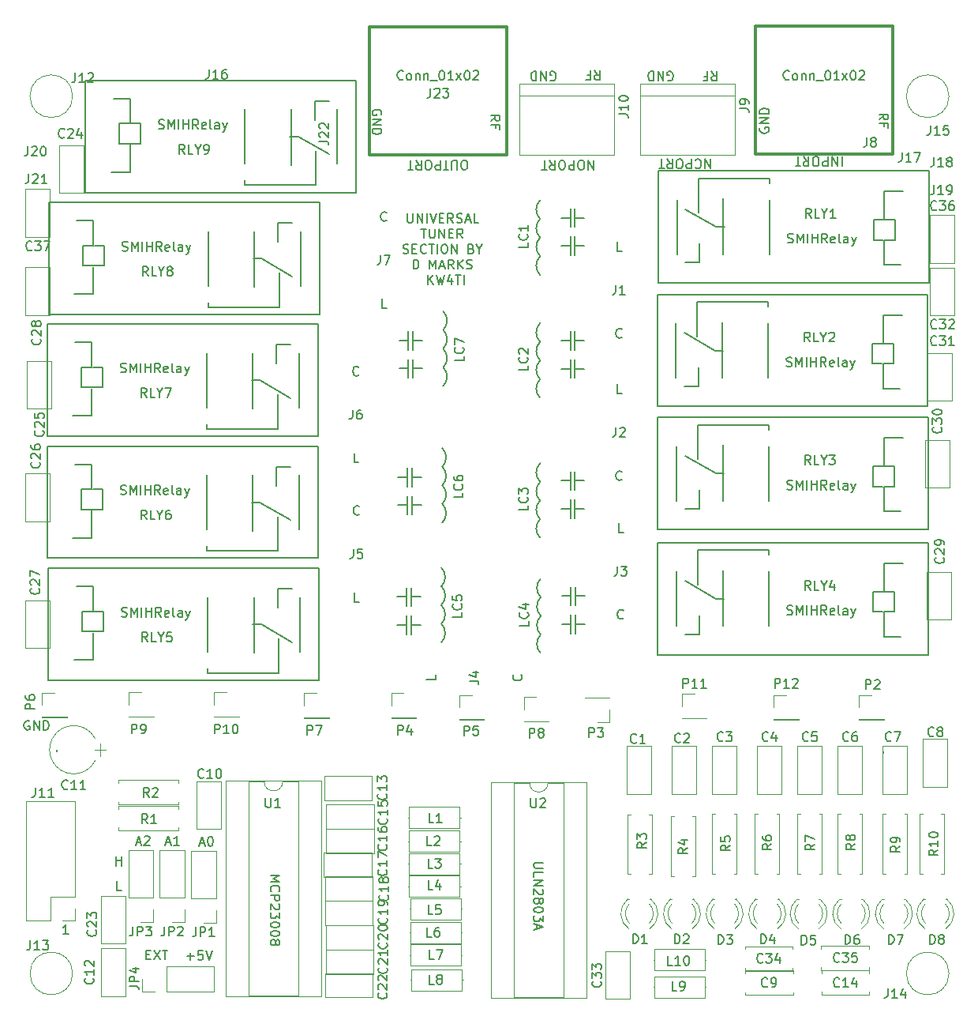
<source format=gbr>
G04 #@! TF.FileFunction,Legend,Top*
%FSLAX46Y46*%
G04 Gerber Fmt 4.6, Leading zero omitted, Abs format (unit mm)*
G04 Created by KiCad (PCBNEW 4.0.7) date 11/25/19 01:50:20*
%MOMM*%
%LPD*%
G01*
G04 APERTURE LIST*
%ADD10C,0.100000*%
%ADD11C,0.150000*%
%ADD12C,0.200000*%
%ADD13C,0.120000*%
%ADD14C,0.300000*%
G04 APERTURE END LIST*
D10*
D11*
X97392762Y-60872619D02*
X97202285Y-60872619D01*
X97107047Y-60825000D01*
X97011809Y-60729762D01*
X96964190Y-60539286D01*
X96964190Y-60205952D01*
X97011809Y-60015476D01*
X97107047Y-59920238D01*
X97202285Y-59872619D01*
X97392762Y-59872619D01*
X97488000Y-59920238D01*
X97583238Y-60015476D01*
X97630857Y-60205952D01*
X97630857Y-60539286D01*
X97583238Y-60729762D01*
X97488000Y-60825000D01*
X97392762Y-60872619D01*
X96535619Y-60872619D02*
X96535619Y-60063095D01*
X96488000Y-59967857D01*
X96440381Y-59920238D01*
X96345143Y-59872619D01*
X96154666Y-59872619D01*
X96059428Y-59920238D01*
X96011809Y-59967857D01*
X95964190Y-60063095D01*
X95964190Y-60872619D01*
X95630857Y-60872619D02*
X95059428Y-60872619D01*
X95345143Y-59872619D02*
X95345143Y-60872619D01*
X94726095Y-59872619D02*
X94726095Y-60872619D01*
X94345142Y-60872619D01*
X94249904Y-60825000D01*
X94202285Y-60777381D01*
X94154666Y-60682143D01*
X94154666Y-60539286D01*
X94202285Y-60444048D01*
X94249904Y-60396429D01*
X94345142Y-60348810D01*
X94726095Y-60348810D01*
X93535619Y-60872619D02*
X93345142Y-60872619D01*
X93249904Y-60825000D01*
X93154666Y-60729762D01*
X93107047Y-60539286D01*
X93107047Y-60205952D01*
X93154666Y-60015476D01*
X93249904Y-59920238D01*
X93345142Y-59872619D01*
X93535619Y-59872619D01*
X93630857Y-59920238D01*
X93726095Y-60015476D01*
X93773714Y-60205952D01*
X93773714Y-60539286D01*
X93726095Y-60729762D01*
X93630857Y-60825000D01*
X93535619Y-60872619D01*
X92107047Y-59872619D02*
X92440381Y-60348810D01*
X92678476Y-59872619D02*
X92678476Y-60872619D01*
X92297523Y-60872619D01*
X92202285Y-60825000D01*
X92154666Y-60777381D01*
X92107047Y-60682143D01*
X92107047Y-60539286D01*
X92154666Y-60444048D01*
X92202285Y-60396429D01*
X92297523Y-60348810D01*
X92678476Y-60348810D01*
X91821333Y-60872619D02*
X91249904Y-60872619D01*
X91535619Y-59872619D02*
X91535619Y-60872619D01*
X106552904Y-51300000D02*
X106648142Y-51347619D01*
X106790999Y-51347619D01*
X106933857Y-51300000D01*
X107029095Y-51204762D01*
X107076714Y-51109524D01*
X107124333Y-50919048D01*
X107124333Y-50776190D01*
X107076714Y-50585714D01*
X107029095Y-50490476D01*
X106933857Y-50395238D01*
X106790999Y-50347619D01*
X106695761Y-50347619D01*
X106552904Y-50395238D01*
X106505285Y-50442857D01*
X106505285Y-50776190D01*
X106695761Y-50776190D01*
X106076714Y-50347619D02*
X106076714Y-51347619D01*
X105505285Y-50347619D01*
X105505285Y-51347619D01*
X105029095Y-50347619D02*
X105029095Y-51347619D01*
X104791000Y-51347619D01*
X104648142Y-51300000D01*
X104552904Y-51204762D01*
X104505285Y-51109524D01*
X104457666Y-50919048D01*
X104457666Y-50776190D01*
X104505285Y-50585714D01*
X104552904Y-50490476D01*
X104648142Y-50395238D01*
X104791000Y-50347619D01*
X105029095Y-50347619D01*
X111244047Y-50220619D02*
X111577381Y-50696810D01*
X111815476Y-50220619D02*
X111815476Y-51220619D01*
X111434523Y-51220619D01*
X111339285Y-51173000D01*
X111291666Y-51125381D01*
X111244047Y-51030143D01*
X111244047Y-50887286D01*
X111291666Y-50792048D01*
X111339285Y-50744429D01*
X111434523Y-50696810D01*
X111815476Y-50696810D01*
X110482142Y-50744429D02*
X110815476Y-50744429D01*
X110815476Y-50220619D02*
X110815476Y-51220619D01*
X110339285Y-51220619D01*
X100131619Y-55633953D02*
X100607810Y-55300619D01*
X100131619Y-55062524D02*
X101131619Y-55062524D01*
X101131619Y-55443477D01*
X101084000Y-55538715D01*
X101036381Y-55586334D01*
X100941143Y-55633953D01*
X100798286Y-55633953D01*
X100703048Y-55586334D01*
X100655429Y-55538715D01*
X100607810Y-55443477D01*
X100607810Y-55062524D01*
X100655429Y-56395858D02*
X100655429Y-56062524D01*
X100131619Y-56062524D02*
X101131619Y-56062524D01*
X101131619Y-56538715D01*
X123817047Y-50347619D02*
X124150381Y-50823810D01*
X124388476Y-50347619D02*
X124388476Y-51347619D01*
X124007523Y-51347619D01*
X123912285Y-51300000D01*
X123864666Y-51252381D01*
X123817047Y-51157143D01*
X123817047Y-51014286D01*
X123864666Y-50919048D01*
X123912285Y-50871429D01*
X124007523Y-50823810D01*
X124388476Y-50823810D01*
X123055142Y-50871429D02*
X123388476Y-50871429D01*
X123388476Y-50347619D02*
X123388476Y-51347619D01*
X122912285Y-51347619D01*
X88384000Y-54991096D02*
X88431619Y-54895858D01*
X88431619Y-54753001D01*
X88384000Y-54610143D01*
X88288762Y-54514905D01*
X88193524Y-54467286D01*
X88003048Y-54419667D01*
X87860190Y-54419667D01*
X87669714Y-54467286D01*
X87574476Y-54514905D01*
X87479238Y-54610143D01*
X87431619Y-54753001D01*
X87431619Y-54848239D01*
X87479238Y-54991096D01*
X87526857Y-55038715D01*
X87860190Y-55038715D01*
X87860190Y-54848239D01*
X87431619Y-55467286D02*
X88431619Y-55467286D01*
X87431619Y-56038715D01*
X88431619Y-56038715D01*
X87431619Y-56514905D02*
X88431619Y-56514905D01*
X88431619Y-56753000D01*
X88384000Y-56895858D01*
X88288762Y-56991096D01*
X88193524Y-57038715D01*
X88003048Y-57086334D01*
X87860190Y-57086334D01*
X87669714Y-57038715D01*
X87574476Y-56991096D01*
X87479238Y-56895858D01*
X87431619Y-56753000D01*
X87431619Y-56514905D01*
X119125904Y-51300000D02*
X119221142Y-51347619D01*
X119363999Y-51347619D01*
X119506857Y-51300000D01*
X119602095Y-51204762D01*
X119649714Y-51109524D01*
X119697333Y-50919048D01*
X119697333Y-50776190D01*
X119649714Y-50585714D01*
X119602095Y-50490476D01*
X119506857Y-50395238D01*
X119363999Y-50347619D01*
X119268761Y-50347619D01*
X119125904Y-50395238D01*
X119078285Y-50442857D01*
X119078285Y-50776190D01*
X119268761Y-50776190D01*
X118649714Y-50347619D02*
X118649714Y-51347619D01*
X118078285Y-50347619D01*
X118078285Y-51347619D01*
X117602095Y-50347619D02*
X117602095Y-51347619D01*
X117364000Y-51347619D01*
X117221142Y-51300000D01*
X117125904Y-51204762D01*
X117078285Y-51109524D01*
X117030666Y-50919048D01*
X117030666Y-50776190D01*
X117078285Y-50585714D01*
X117125904Y-50490476D01*
X117221142Y-50395238D01*
X117364000Y-50347619D01*
X117602095Y-50347619D01*
X123721476Y-59745619D02*
X123721476Y-60745619D01*
X123150047Y-59745619D01*
X123150047Y-60745619D01*
X122102428Y-59840857D02*
X122150047Y-59793238D01*
X122292904Y-59745619D01*
X122388142Y-59745619D01*
X122531000Y-59793238D01*
X122626238Y-59888476D01*
X122673857Y-59983714D01*
X122721476Y-60174190D01*
X122721476Y-60317048D01*
X122673857Y-60507524D01*
X122626238Y-60602762D01*
X122531000Y-60698000D01*
X122388142Y-60745619D01*
X122292904Y-60745619D01*
X122150047Y-60698000D01*
X122102428Y-60650381D01*
X121673857Y-59745619D02*
X121673857Y-60745619D01*
X121292904Y-60745619D01*
X121197666Y-60698000D01*
X121150047Y-60650381D01*
X121102428Y-60555143D01*
X121102428Y-60412286D01*
X121150047Y-60317048D01*
X121197666Y-60269429D01*
X121292904Y-60221810D01*
X121673857Y-60221810D01*
X120483381Y-60745619D02*
X120292904Y-60745619D01*
X120197666Y-60698000D01*
X120102428Y-60602762D01*
X120054809Y-60412286D01*
X120054809Y-60078952D01*
X120102428Y-59888476D01*
X120197666Y-59793238D01*
X120292904Y-59745619D01*
X120483381Y-59745619D01*
X120578619Y-59793238D01*
X120673857Y-59888476D01*
X120721476Y-60078952D01*
X120721476Y-60412286D01*
X120673857Y-60602762D01*
X120578619Y-60698000D01*
X120483381Y-60745619D01*
X119054809Y-59745619D02*
X119388143Y-60221810D01*
X119626238Y-59745619D02*
X119626238Y-60745619D01*
X119245285Y-60745619D01*
X119150047Y-60698000D01*
X119102428Y-60650381D01*
X119054809Y-60555143D01*
X119054809Y-60412286D01*
X119102428Y-60317048D01*
X119150047Y-60269429D01*
X119245285Y-60221810D01*
X119626238Y-60221810D01*
X118769095Y-60745619D02*
X118197666Y-60745619D01*
X118483381Y-59745619D02*
X118483381Y-60745619D01*
X111172286Y-59872619D02*
X111172286Y-60872619D01*
X110600857Y-59872619D01*
X110600857Y-60872619D01*
X109934191Y-60872619D02*
X109743714Y-60872619D01*
X109648476Y-60825000D01*
X109553238Y-60729762D01*
X109505619Y-60539286D01*
X109505619Y-60205952D01*
X109553238Y-60015476D01*
X109648476Y-59920238D01*
X109743714Y-59872619D01*
X109934191Y-59872619D01*
X110029429Y-59920238D01*
X110124667Y-60015476D01*
X110172286Y-60205952D01*
X110172286Y-60539286D01*
X110124667Y-60729762D01*
X110029429Y-60825000D01*
X109934191Y-60872619D01*
X109077048Y-59872619D02*
X109077048Y-60872619D01*
X108696095Y-60872619D01*
X108600857Y-60825000D01*
X108553238Y-60777381D01*
X108505619Y-60682143D01*
X108505619Y-60539286D01*
X108553238Y-60444048D01*
X108600857Y-60396429D01*
X108696095Y-60348810D01*
X109077048Y-60348810D01*
X107886572Y-60872619D02*
X107696095Y-60872619D01*
X107600857Y-60825000D01*
X107505619Y-60729762D01*
X107458000Y-60539286D01*
X107458000Y-60205952D01*
X107505619Y-60015476D01*
X107600857Y-59920238D01*
X107696095Y-59872619D01*
X107886572Y-59872619D01*
X107981810Y-59920238D01*
X108077048Y-60015476D01*
X108124667Y-60205952D01*
X108124667Y-60539286D01*
X108077048Y-60729762D01*
X107981810Y-60825000D01*
X107886572Y-60872619D01*
X106458000Y-59872619D02*
X106791334Y-60348810D01*
X107029429Y-59872619D02*
X107029429Y-60872619D01*
X106648476Y-60872619D01*
X106553238Y-60825000D01*
X106505619Y-60777381D01*
X106458000Y-60682143D01*
X106458000Y-60539286D01*
X106505619Y-60444048D01*
X106553238Y-60396429D01*
X106648476Y-60348810D01*
X107029429Y-60348810D01*
X106172286Y-60872619D02*
X105600857Y-60872619D01*
X105886572Y-59872619D02*
X105886572Y-60872619D01*
X137810571Y-59491619D02*
X137810571Y-60491619D01*
X137334381Y-59491619D02*
X137334381Y-60491619D01*
X136762952Y-59491619D01*
X136762952Y-60491619D01*
X136286762Y-59491619D02*
X136286762Y-60491619D01*
X135905809Y-60491619D01*
X135810571Y-60444000D01*
X135762952Y-60396381D01*
X135715333Y-60301143D01*
X135715333Y-60158286D01*
X135762952Y-60063048D01*
X135810571Y-60015429D01*
X135905809Y-59967810D01*
X136286762Y-59967810D01*
X135096286Y-60491619D02*
X134905809Y-60491619D01*
X134810571Y-60444000D01*
X134715333Y-60348762D01*
X134667714Y-60158286D01*
X134667714Y-59824952D01*
X134715333Y-59634476D01*
X134810571Y-59539238D01*
X134905809Y-59491619D01*
X135096286Y-59491619D01*
X135191524Y-59539238D01*
X135286762Y-59634476D01*
X135334381Y-59824952D01*
X135334381Y-60158286D01*
X135286762Y-60348762D01*
X135191524Y-60444000D01*
X135096286Y-60491619D01*
X133667714Y-59491619D02*
X134001048Y-59967810D01*
X134239143Y-59491619D02*
X134239143Y-60491619D01*
X133858190Y-60491619D01*
X133762952Y-60444000D01*
X133715333Y-60396381D01*
X133667714Y-60301143D01*
X133667714Y-60158286D01*
X133715333Y-60063048D01*
X133762952Y-60015429D01*
X133858190Y-59967810D01*
X134239143Y-59967810D01*
X133382000Y-60491619D02*
X132810571Y-60491619D01*
X133096286Y-59491619D02*
X133096286Y-60491619D01*
X141787619Y-55506953D02*
X142263810Y-55173619D01*
X141787619Y-54935524D02*
X142787619Y-54935524D01*
X142787619Y-55316477D01*
X142740000Y-55411715D01*
X142692381Y-55459334D01*
X142597143Y-55506953D01*
X142454286Y-55506953D01*
X142359048Y-55459334D01*
X142311429Y-55411715D01*
X142263810Y-55316477D01*
X142263810Y-54935524D01*
X142311429Y-56268858D02*
X142311429Y-55935524D01*
X141787619Y-55935524D02*
X142787619Y-55935524D01*
X142787619Y-56411715D01*
X129040000Y-56387904D02*
X128992381Y-56483142D01*
X128992381Y-56625999D01*
X129040000Y-56768857D01*
X129135238Y-56864095D01*
X129230476Y-56911714D01*
X129420952Y-56959333D01*
X129563810Y-56959333D01*
X129754286Y-56911714D01*
X129849524Y-56864095D01*
X129944762Y-56768857D01*
X129992381Y-56625999D01*
X129992381Y-56530761D01*
X129944762Y-56387904D01*
X129897143Y-56340285D01*
X129563810Y-56340285D01*
X129563810Y-56530761D01*
X129992381Y-55911714D02*
X128992381Y-55911714D01*
X129992381Y-55340285D01*
X128992381Y-55340285D01*
X129992381Y-54864095D02*
X128992381Y-54864095D01*
X128992381Y-54626000D01*
X129040000Y-54483142D01*
X129135238Y-54387904D01*
X129230476Y-54340285D01*
X129420952Y-54292666D01*
X129563810Y-54292666D01*
X129754286Y-54340285D01*
X129849524Y-54387904D01*
X129944762Y-54483142D01*
X129992381Y-54626000D01*
X129992381Y-54864095D01*
X67533046Y-145166389D02*
X68294951Y-145166389D01*
X67913999Y-145547341D02*
X67913999Y-144785436D01*
X69247332Y-144547341D02*
X68771141Y-144547341D01*
X68723522Y-145023531D01*
X68771141Y-144975912D01*
X68866379Y-144928293D01*
X69104475Y-144928293D01*
X69199713Y-144975912D01*
X69247332Y-145023531D01*
X69294951Y-145118770D01*
X69294951Y-145356865D01*
X69247332Y-145452103D01*
X69199713Y-145499722D01*
X69104475Y-145547341D01*
X68866379Y-145547341D01*
X68771141Y-145499722D01*
X68723522Y-145452103D01*
X69580665Y-144547341D02*
X69913998Y-145547341D01*
X70247332Y-144547341D01*
X63190571Y-144993051D02*
X63523905Y-144993051D01*
X63666762Y-145516861D02*
X63190571Y-145516861D01*
X63190571Y-144516861D01*
X63666762Y-144516861D01*
X64000095Y-144516861D02*
X64666762Y-145516861D01*
X64666762Y-144516861D02*
X64000095Y-145516861D01*
X64904857Y-144516861D02*
X65476286Y-144516861D01*
X65190571Y-145516861D02*
X65190571Y-144516861D01*
X59988486Y-135453381D02*
X59988486Y-134453381D01*
X59988486Y-134929571D02*
X60559915Y-134929571D01*
X60559915Y-135453381D02*
X60559915Y-134453381D01*
X62125314Y-132983267D02*
X62601505Y-132983267D01*
X62030076Y-133268981D02*
X62363409Y-132268981D01*
X62696743Y-133268981D01*
X62982457Y-132364219D02*
X63030076Y-132316600D01*
X63125314Y-132268981D01*
X63363410Y-132268981D01*
X63458648Y-132316600D01*
X63506267Y-132364219D01*
X63553886Y-132459457D01*
X63553886Y-132554695D01*
X63506267Y-132697552D01*
X62934838Y-133268981D01*
X63553886Y-133268981D01*
D12*
X53594000Y-123190000D02*
X53594000Y-123063000D01*
X142240000Y-123215400D02*
X142240000Y-123393200D01*
D11*
X54844915Y-142768581D02*
X54273486Y-142768581D01*
X54559200Y-142768581D02*
X54559200Y-141768581D01*
X54463962Y-141911438D01*
X54368724Y-142006676D01*
X54273486Y-142054295D01*
X50647696Y-119977280D02*
X50552458Y-119929661D01*
X50409601Y-119929661D01*
X50266743Y-119977280D01*
X50171505Y-120072518D01*
X50123886Y-120167756D01*
X50076267Y-120358232D01*
X50076267Y-120501090D01*
X50123886Y-120691566D01*
X50171505Y-120786804D01*
X50266743Y-120882042D01*
X50409601Y-120929661D01*
X50504839Y-120929661D01*
X50647696Y-120882042D01*
X50695315Y-120834423D01*
X50695315Y-120501090D01*
X50504839Y-120501090D01*
X51123886Y-120929661D02*
X51123886Y-119929661D01*
X51695315Y-120929661D01*
X51695315Y-119929661D01*
X52171505Y-120929661D02*
X52171505Y-119929661D01*
X52409600Y-119929661D01*
X52552458Y-119977280D01*
X52647696Y-120072518D01*
X52695315Y-120167756D01*
X52742934Y-120358232D01*
X52742934Y-120501090D01*
X52695315Y-120691566D01*
X52647696Y-120786804D01*
X52552458Y-120882042D01*
X52409600Y-120929661D01*
X52171505Y-120929661D01*
X91207105Y-65557881D02*
X91207105Y-66367405D01*
X91254724Y-66462643D01*
X91302343Y-66510262D01*
X91397581Y-66557881D01*
X91588058Y-66557881D01*
X91683296Y-66510262D01*
X91730915Y-66462643D01*
X91778534Y-66367405D01*
X91778534Y-65557881D01*
X92254724Y-66557881D02*
X92254724Y-65557881D01*
X92826153Y-66557881D01*
X92826153Y-65557881D01*
X93302343Y-66557881D02*
X93302343Y-65557881D01*
X93635676Y-65557881D02*
X93969009Y-66557881D01*
X94302343Y-65557881D01*
X94635676Y-66034071D02*
X94969010Y-66034071D01*
X95111867Y-66557881D02*
X94635676Y-66557881D01*
X94635676Y-65557881D01*
X95111867Y-65557881D01*
X96111867Y-66557881D02*
X95778533Y-66081690D01*
X95540438Y-66557881D02*
X95540438Y-65557881D01*
X95921391Y-65557881D01*
X96016629Y-65605500D01*
X96064248Y-65653119D01*
X96111867Y-65748357D01*
X96111867Y-65891214D01*
X96064248Y-65986452D01*
X96016629Y-66034071D01*
X95921391Y-66081690D01*
X95540438Y-66081690D01*
X96492819Y-66510262D02*
X96635676Y-66557881D01*
X96873772Y-66557881D01*
X96969010Y-66510262D01*
X97016629Y-66462643D01*
X97064248Y-66367405D01*
X97064248Y-66272167D01*
X97016629Y-66176929D01*
X96969010Y-66129310D01*
X96873772Y-66081690D01*
X96683295Y-66034071D01*
X96588057Y-65986452D01*
X96540438Y-65938833D01*
X96492819Y-65843595D01*
X96492819Y-65748357D01*
X96540438Y-65653119D01*
X96588057Y-65605500D01*
X96683295Y-65557881D01*
X96921391Y-65557881D01*
X97064248Y-65605500D01*
X97445200Y-66272167D02*
X97921391Y-66272167D01*
X97349962Y-66557881D02*
X97683295Y-65557881D01*
X98016629Y-66557881D01*
X98826153Y-66557881D02*
X98349962Y-66557881D01*
X98349962Y-65557881D01*
X92659486Y-67207881D02*
X93230915Y-67207881D01*
X92945200Y-68207881D02*
X92945200Y-67207881D01*
X93564248Y-67207881D02*
X93564248Y-68017405D01*
X93611867Y-68112643D01*
X93659486Y-68160262D01*
X93754724Y-68207881D01*
X93945201Y-68207881D01*
X94040439Y-68160262D01*
X94088058Y-68112643D01*
X94135677Y-68017405D01*
X94135677Y-67207881D01*
X94611867Y-68207881D02*
X94611867Y-67207881D01*
X95183296Y-68207881D01*
X95183296Y-67207881D01*
X95659486Y-67684071D02*
X95992820Y-67684071D01*
X96135677Y-68207881D02*
X95659486Y-68207881D01*
X95659486Y-67207881D01*
X96135677Y-67207881D01*
X97135677Y-68207881D02*
X96802343Y-67731690D01*
X96564248Y-68207881D02*
X96564248Y-67207881D01*
X96945201Y-67207881D01*
X97040439Y-67255500D01*
X97088058Y-67303119D01*
X97135677Y-67398357D01*
X97135677Y-67541214D01*
X97088058Y-67636452D01*
X97040439Y-67684071D01*
X96945201Y-67731690D01*
X96564248Y-67731690D01*
X90730914Y-69810262D02*
X90873771Y-69857881D01*
X91111867Y-69857881D01*
X91207105Y-69810262D01*
X91254724Y-69762643D01*
X91302343Y-69667405D01*
X91302343Y-69572167D01*
X91254724Y-69476929D01*
X91207105Y-69429310D01*
X91111867Y-69381690D01*
X90921390Y-69334071D01*
X90826152Y-69286452D01*
X90778533Y-69238833D01*
X90730914Y-69143595D01*
X90730914Y-69048357D01*
X90778533Y-68953119D01*
X90826152Y-68905500D01*
X90921390Y-68857881D01*
X91159486Y-68857881D01*
X91302343Y-68905500D01*
X91730914Y-69334071D02*
X92064248Y-69334071D01*
X92207105Y-69857881D02*
X91730914Y-69857881D01*
X91730914Y-68857881D01*
X92207105Y-68857881D01*
X93207105Y-69762643D02*
X93159486Y-69810262D01*
X93016629Y-69857881D01*
X92921391Y-69857881D01*
X92778533Y-69810262D01*
X92683295Y-69715024D01*
X92635676Y-69619786D01*
X92588057Y-69429310D01*
X92588057Y-69286452D01*
X92635676Y-69095976D01*
X92683295Y-69000738D01*
X92778533Y-68905500D01*
X92921391Y-68857881D01*
X93016629Y-68857881D01*
X93159486Y-68905500D01*
X93207105Y-68953119D01*
X93492819Y-68857881D02*
X94064248Y-68857881D01*
X93778533Y-69857881D02*
X93778533Y-68857881D01*
X94397581Y-69857881D02*
X94397581Y-68857881D01*
X95064247Y-68857881D02*
X95254724Y-68857881D01*
X95349962Y-68905500D01*
X95445200Y-69000738D01*
X95492819Y-69191214D01*
X95492819Y-69524548D01*
X95445200Y-69715024D01*
X95349962Y-69810262D01*
X95254724Y-69857881D01*
X95064247Y-69857881D01*
X94969009Y-69810262D01*
X94873771Y-69715024D01*
X94826152Y-69524548D01*
X94826152Y-69191214D01*
X94873771Y-69000738D01*
X94969009Y-68905500D01*
X95064247Y-68857881D01*
X95921390Y-69857881D02*
X95921390Y-68857881D01*
X96492819Y-69857881D01*
X96492819Y-68857881D01*
X98064248Y-69334071D02*
X98207105Y-69381690D01*
X98254724Y-69429310D01*
X98302343Y-69524548D01*
X98302343Y-69667405D01*
X98254724Y-69762643D01*
X98207105Y-69810262D01*
X98111867Y-69857881D01*
X97730914Y-69857881D01*
X97730914Y-68857881D01*
X98064248Y-68857881D01*
X98159486Y-68905500D01*
X98207105Y-68953119D01*
X98254724Y-69048357D01*
X98254724Y-69143595D01*
X98207105Y-69238833D01*
X98159486Y-69286452D01*
X98064248Y-69334071D01*
X97730914Y-69334071D01*
X98921390Y-69381690D02*
X98921390Y-69857881D01*
X98588057Y-68857881D02*
X98921390Y-69381690D01*
X99254724Y-68857881D01*
X91826152Y-71507881D02*
X91826152Y-70507881D01*
X92064247Y-70507881D01*
X92207105Y-70555500D01*
X92302343Y-70650738D01*
X92349962Y-70745976D01*
X92397581Y-70936452D01*
X92397581Y-71079310D01*
X92349962Y-71269786D01*
X92302343Y-71365024D01*
X92207105Y-71460262D01*
X92064247Y-71507881D01*
X91826152Y-71507881D01*
X93588057Y-71507881D02*
X93588057Y-70507881D01*
X93921391Y-71222167D01*
X94254724Y-70507881D01*
X94254724Y-71507881D01*
X94683295Y-71222167D02*
X95159486Y-71222167D01*
X94588057Y-71507881D02*
X94921390Y-70507881D01*
X95254724Y-71507881D01*
X96159486Y-71507881D02*
X95826152Y-71031690D01*
X95588057Y-71507881D02*
X95588057Y-70507881D01*
X95969010Y-70507881D01*
X96064248Y-70555500D01*
X96111867Y-70603119D01*
X96159486Y-70698357D01*
X96159486Y-70841214D01*
X96111867Y-70936452D01*
X96064248Y-70984071D01*
X95969010Y-71031690D01*
X95588057Y-71031690D01*
X96588057Y-71507881D02*
X96588057Y-70507881D01*
X97159486Y-71507881D02*
X96730914Y-70936452D01*
X97159486Y-70507881D02*
X96588057Y-71079310D01*
X97540438Y-71460262D02*
X97683295Y-71507881D01*
X97921391Y-71507881D01*
X98016629Y-71460262D01*
X98064248Y-71412643D01*
X98111867Y-71317405D01*
X98111867Y-71222167D01*
X98064248Y-71126929D01*
X98016629Y-71079310D01*
X97921391Y-71031690D01*
X97730914Y-70984071D01*
X97635676Y-70936452D01*
X97588057Y-70888833D01*
X97540438Y-70793595D01*
X97540438Y-70698357D01*
X97588057Y-70603119D01*
X97635676Y-70555500D01*
X97730914Y-70507881D01*
X97969010Y-70507881D01*
X98111867Y-70555500D01*
X93397581Y-73157881D02*
X93397581Y-72157881D01*
X93969010Y-73157881D02*
X93540438Y-72586452D01*
X93969010Y-72157881D02*
X93397581Y-72729310D01*
X94302343Y-72157881D02*
X94540438Y-73157881D01*
X94730915Y-72443595D01*
X94921391Y-73157881D01*
X95159486Y-72157881D01*
X95969010Y-72491214D02*
X95969010Y-73157881D01*
X95730914Y-72110262D02*
X95492819Y-72824548D01*
X96111867Y-72824548D01*
X96349962Y-72157881D02*
X96921391Y-72157881D01*
X96635676Y-73157881D02*
X96635676Y-72157881D01*
X97254724Y-73157881D02*
X97254724Y-72157881D01*
X76509619Y-136493714D02*
X77509619Y-136493714D01*
X76795333Y-136827048D01*
X77509619Y-137160381D01*
X76509619Y-137160381D01*
X76604857Y-138208000D02*
X76557238Y-138160381D01*
X76509619Y-138017524D01*
X76509619Y-137922286D01*
X76557238Y-137779428D01*
X76652476Y-137684190D01*
X76747714Y-137636571D01*
X76938190Y-137588952D01*
X77081048Y-137588952D01*
X77271524Y-137636571D01*
X77366762Y-137684190D01*
X77462000Y-137779428D01*
X77509619Y-137922286D01*
X77509619Y-138017524D01*
X77462000Y-138160381D01*
X77414381Y-138208000D01*
X76509619Y-138636571D02*
X77509619Y-138636571D01*
X77509619Y-139017524D01*
X77462000Y-139112762D01*
X77414381Y-139160381D01*
X77319143Y-139208000D01*
X77176286Y-139208000D01*
X77081048Y-139160381D01*
X77033429Y-139112762D01*
X76985810Y-139017524D01*
X76985810Y-138636571D01*
X77414381Y-139588952D02*
X77462000Y-139636571D01*
X77509619Y-139731809D01*
X77509619Y-139969905D01*
X77462000Y-140065143D01*
X77414381Y-140112762D01*
X77319143Y-140160381D01*
X77223905Y-140160381D01*
X77081048Y-140112762D01*
X76509619Y-139541333D01*
X76509619Y-140160381D01*
X77509619Y-140493714D02*
X77509619Y-141112762D01*
X77128667Y-140779428D01*
X77128667Y-140922286D01*
X77081048Y-141017524D01*
X77033429Y-141065143D01*
X76938190Y-141112762D01*
X76700095Y-141112762D01*
X76604857Y-141065143D01*
X76557238Y-141017524D01*
X76509619Y-140922286D01*
X76509619Y-140636571D01*
X76557238Y-140541333D01*
X76604857Y-140493714D01*
X77509619Y-141731809D02*
X77509619Y-141827048D01*
X77462000Y-141922286D01*
X77414381Y-141969905D01*
X77319143Y-142017524D01*
X77128667Y-142065143D01*
X76890571Y-142065143D01*
X76700095Y-142017524D01*
X76604857Y-141969905D01*
X76557238Y-141922286D01*
X76509619Y-141827048D01*
X76509619Y-141731809D01*
X76557238Y-141636571D01*
X76604857Y-141588952D01*
X76700095Y-141541333D01*
X76890571Y-141493714D01*
X77128667Y-141493714D01*
X77319143Y-141541333D01*
X77414381Y-141588952D01*
X77462000Y-141636571D01*
X77509619Y-141731809D01*
X77509619Y-142684190D02*
X77509619Y-142779429D01*
X77462000Y-142874667D01*
X77414381Y-142922286D01*
X77319143Y-142969905D01*
X77128667Y-143017524D01*
X76890571Y-143017524D01*
X76700095Y-142969905D01*
X76604857Y-142922286D01*
X76557238Y-142874667D01*
X76509619Y-142779429D01*
X76509619Y-142684190D01*
X76557238Y-142588952D01*
X76604857Y-142541333D01*
X76700095Y-142493714D01*
X76890571Y-142446095D01*
X77128667Y-142446095D01*
X77319143Y-142493714D01*
X77414381Y-142541333D01*
X77462000Y-142588952D01*
X77509619Y-142684190D01*
X77081048Y-143588952D02*
X77128667Y-143493714D01*
X77176286Y-143446095D01*
X77271524Y-143398476D01*
X77319143Y-143398476D01*
X77414381Y-143446095D01*
X77462000Y-143493714D01*
X77509619Y-143588952D01*
X77509619Y-143779429D01*
X77462000Y-143874667D01*
X77414381Y-143922286D01*
X77319143Y-143969905D01*
X77271524Y-143969905D01*
X77176286Y-143922286D01*
X77128667Y-143874667D01*
X77081048Y-143779429D01*
X77081048Y-143588952D01*
X77033429Y-143493714D01*
X76985810Y-143446095D01*
X76890571Y-143398476D01*
X76700095Y-143398476D01*
X76604857Y-143446095D01*
X76557238Y-143493714D01*
X76509619Y-143588952D01*
X76509619Y-143779429D01*
X76557238Y-143874667D01*
X76604857Y-143922286D01*
X76700095Y-143969905D01*
X76890571Y-143969905D01*
X76985810Y-143922286D01*
X77033429Y-143874667D01*
X77081048Y-143779429D01*
X105767119Y-135136381D02*
X104957595Y-135136381D01*
X104862357Y-135184000D01*
X104814738Y-135231619D01*
X104767119Y-135326857D01*
X104767119Y-135517334D01*
X104814738Y-135612572D01*
X104862357Y-135660191D01*
X104957595Y-135707810D01*
X105767119Y-135707810D01*
X104767119Y-136660191D02*
X104767119Y-136184000D01*
X105767119Y-136184000D01*
X104767119Y-136993524D02*
X105767119Y-136993524D01*
X104767119Y-137564953D01*
X105767119Y-137564953D01*
X105671881Y-137993524D02*
X105719500Y-138041143D01*
X105767119Y-138136381D01*
X105767119Y-138374477D01*
X105719500Y-138469715D01*
X105671881Y-138517334D01*
X105576643Y-138564953D01*
X105481405Y-138564953D01*
X105338548Y-138517334D01*
X104767119Y-137945905D01*
X104767119Y-138564953D01*
X105338548Y-139136381D02*
X105386167Y-139041143D01*
X105433786Y-138993524D01*
X105529024Y-138945905D01*
X105576643Y-138945905D01*
X105671881Y-138993524D01*
X105719500Y-139041143D01*
X105767119Y-139136381D01*
X105767119Y-139326858D01*
X105719500Y-139422096D01*
X105671881Y-139469715D01*
X105576643Y-139517334D01*
X105529024Y-139517334D01*
X105433786Y-139469715D01*
X105386167Y-139422096D01*
X105338548Y-139326858D01*
X105338548Y-139136381D01*
X105290929Y-139041143D01*
X105243310Y-138993524D01*
X105148071Y-138945905D01*
X104957595Y-138945905D01*
X104862357Y-138993524D01*
X104814738Y-139041143D01*
X104767119Y-139136381D01*
X104767119Y-139326858D01*
X104814738Y-139422096D01*
X104862357Y-139469715D01*
X104957595Y-139517334D01*
X105148071Y-139517334D01*
X105243310Y-139469715D01*
X105290929Y-139422096D01*
X105338548Y-139326858D01*
X105767119Y-140136381D02*
X105767119Y-140231620D01*
X105719500Y-140326858D01*
X105671881Y-140374477D01*
X105576643Y-140422096D01*
X105386167Y-140469715D01*
X105148071Y-140469715D01*
X104957595Y-140422096D01*
X104862357Y-140374477D01*
X104814738Y-140326858D01*
X104767119Y-140231620D01*
X104767119Y-140136381D01*
X104814738Y-140041143D01*
X104862357Y-139993524D01*
X104957595Y-139945905D01*
X105148071Y-139898286D01*
X105386167Y-139898286D01*
X105576643Y-139945905D01*
X105671881Y-139993524D01*
X105719500Y-140041143D01*
X105767119Y-140136381D01*
X105767119Y-140803048D02*
X105767119Y-141422096D01*
X105386167Y-141088762D01*
X105386167Y-141231620D01*
X105338548Y-141326858D01*
X105290929Y-141374477D01*
X105195690Y-141422096D01*
X104957595Y-141422096D01*
X104862357Y-141374477D01*
X104814738Y-141326858D01*
X104767119Y-141231620D01*
X104767119Y-140945905D01*
X104814738Y-140850667D01*
X104862357Y-140803048D01*
X105052833Y-141803048D02*
X105052833Y-142279239D01*
X104767119Y-141707810D02*
X105767119Y-142041143D01*
X104767119Y-142374477D01*
X60507524Y-138120381D02*
X60031333Y-138120381D01*
X60031333Y-137120381D01*
X65300314Y-132983267D02*
X65776505Y-132983267D01*
X65205076Y-133268981D02*
X65538409Y-132268981D01*
X65871743Y-133268981D01*
X66728886Y-133268981D02*
X66157457Y-133268981D01*
X66443171Y-133268981D02*
X66443171Y-132268981D01*
X66347933Y-132411838D01*
X66252695Y-132507076D01*
X66157457Y-132554695D01*
X68907114Y-133059467D02*
X69383305Y-133059467D01*
X68811876Y-133345181D02*
X69145209Y-132345181D01*
X69478543Y-133345181D01*
X70002352Y-132345181D02*
X70097591Y-132345181D01*
X70192829Y-132392800D01*
X70240448Y-132440419D01*
X70288067Y-132535657D01*
X70335686Y-132726133D01*
X70335686Y-132964229D01*
X70288067Y-133154705D01*
X70240448Y-133249943D01*
X70192829Y-133297562D01*
X70097591Y-133345181D01*
X70002352Y-133345181D01*
X69907114Y-133297562D01*
X69859495Y-133249943D01*
X69811876Y-133154705D01*
X69764257Y-132964229D01*
X69764257Y-132726133D01*
X69811876Y-132535657D01*
X69859495Y-132440419D01*
X69907114Y-132392800D01*
X70002352Y-132345181D01*
D13*
X147280000Y-76494000D02*
X147280000Y-71374000D01*
X149900000Y-76494000D02*
X149900000Y-71374000D01*
X147280000Y-76494000D02*
X149900000Y-76494000D01*
X147280000Y-71374000D02*
X149900000Y-71374000D01*
D12*
X147125000Y-73000000D02*
X118125000Y-73000000D01*
X118125000Y-73000000D02*
X118125000Y-61000000D01*
X118125000Y-61000000D02*
X147125000Y-61000000D01*
X147125000Y-61000000D02*
X147125000Y-73000000D01*
X125219000Y-67000000D02*
X124330000Y-67000000D01*
X124330000Y-67000000D02*
X121028000Y-65095000D01*
X130045000Y-62301000D02*
X130045000Y-61793000D01*
X130045000Y-61793000D02*
X122679000Y-61793000D01*
X122679000Y-61793000D02*
X122425000Y-61793000D01*
X122425000Y-61793000D02*
X122425000Y-65476000D01*
X121028000Y-70810000D02*
X122552000Y-70810000D01*
X122552000Y-70810000D02*
X122552000Y-68778000D01*
X120139000Y-64079000D02*
X120139000Y-69921000D01*
X125092000Y-69921000D02*
X125092000Y-63952000D01*
X130045000Y-69921000D02*
X130045000Y-64079000D01*
X142364000Y-66111000D02*
X142364000Y-63190000D01*
X142364000Y-63190000D02*
X144396000Y-63190000D01*
X144142000Y-71064000D02*
X142364000Y-71064000D01*
X142364000Y-71064000D02*
X142364000Y-68397000D01*
X142364000Y-68397000D02*
X143507000Y-68397000D01*
X143507000Y-68397000D02*
X143507000Y-66238000D01*
X143507000Y-66238000D02*
X141221000Y-66238000D01*
X141221000Y-66238000D02*
X141221000Y-68397000D01*
X141221000Y-68397000D02*
X142237000Y-68397000D01*
D13*
X55533600Y-128545280D02*
X50333600Y-128545280D01*
X55533600Y-138765280D02*
X55533600Y-128545280D01*
X50333600Y-141365280D02*
X50333600Y-128545280D01*
X55533600Y-138765280D02*
X52933600Y-138765280D01*
X52933600Y-138765280D02*
X52933600Y-141365280D01*
X52933600Y-141365280D02*
X50333600Y-141365280D01*
X55533600Y-140035280D02*
X55533600Y-141365280D01*
X55533600Y-141365280D02*
X54203600Y-141365280D01*
D14*
X128490000Y-45466000D02*
X128490000Y-59166000D01*
X143290000Y-59166000D02*
X143290000Y-45466000D01*
X143290000Y-59166000D02*
X128490000Y-59166000D01*
X143290000Y-45466000D02*
X128490000Y-45466000D01*
D13*
X77835000Y-126432000D02*
G75*
G02X75835000Y-126432000I-1000000J0D01*
G01*
X75835000Y-126432000D02*
X74185000Y-126432000D01*
X74185000Y-126432000D02*
X74185000Y-149412000D01*
X74185000Y-149412000D02*
X79485000Y-149412000D01*
X79485000Y-149412000D02*
X79485000Y-126432000D01*
X79485000Y-126432000D02*
X77835000Y-126432000D01*
X71695000Y-126372000D02*
X71695000Y-149472000D01*
X71695000Y-149472000D02*
X81975000Y-149472000D01*
X81975000Y-149472000D02*
X81975000Y-126372000D01*
X81975000Y-126372000D02*
X71695000Y-126372000D01*
X117686000Y-144382000D02*
X117686000Y-146702000D01*
X117686000Y-146702000D02*
X123106000Y-146702000D01*
X123106000Y-146702000D02*
X123106000Y-144382000D01*
X123106000Y-144382000D02*
X117686000Y-144382000D01*
X117566000Y-145542000D02*
X117686000Y-145542000D01*
X123226000Y-145542000D02*
X123106000Y-145542000D01*
X139889608Y-142261335D02*
G75*
G03X140046516Y-139029000I-1078608J1672335D01*
G01*
X137732392Y-142261335D02*
G75*
G02X137575484Y-139029000I1078608J1672335D01*
G01*
X139890837Y-141630130D02*
G75*
G03X139891000Y-139548039I-1079837J1041130D01*
G01*
X137731163Y-141630130D02*
G75*
G02X137731000Y-139548039I1079837J1041130D01*
G01*
X140047000Y-139029000D02*
X139891000Y-139029000D01*
X137731000Y-139029000D02*
X137575000Y-139029000D01*
X66659200Y-128589600D02*
X66659200Y-128919600D01*
X66659200Y-128919600D02*
X60239200Y-128919600D01*
X60239200Y-128919600D02*
X60239200Y-128589600D01*
X66659200Y-126629600D02*
X66659200Y-126299600D01*
X66659200Y-126299600D02*
X60239200Y-126299600D01*
X60239200Y-126299600D02*
X60239200Y-126629600D01*
X126300608Y-142261335D02*
G75*
G03X126457516Y-139029000I-1078608J1672335D01*
G01*
X124143392Y-142261335D02*
G75*
G02X123986484Y-139029000I1078608J1672335D01*
G01*
X126301837Y-141630130D02*
G75*
G03X126302000Y-139548039I-1079837J1041130D01*
G01*
X124142163Y-141630130D02*
G75*
G02X124142000Y-139548039I1079837J1041130D01*
G01*
X126458000Y-139029000D02*
X126302000Y-139029000D01*
X124142000Y-139029000D02*
X123986000Y-139029000D01*
X142530000Y-136306000D02*
X142200000Y-136306000D01*
X142200000Y-136306000D02*
X142200000Y-129886000D01*
X142200000Y-129886000D02*
X142530000Y-129886000D01*
X144490000Y-136306000D02*
X144820000Y-136306000D01*
X144820000Y-136306000D02*
X144820000Y-129886000D01*
X144820000Y-129886000D02*
X144490000Y-129886000D01*
X121728608Y-142261335D02*
G75*
G03X121885516Y-139029000I-1078608J1672335D01*
G01*
X119571392Y-142261335D02*
G75*
G02X119414484Y-139029000I1078608J1672335D01*
G01*
X121729837Y-141630130D02*
G75*
G03X121730000Y-139548039I-1079837J1041130D01*
G01*
X119570163Y-141630130D02*
G75*
G02X119570000Y-139548039I1079837J1041130D01*
G01*
X121886000Y-139029000D02*
X121730000Y-139029000D01*
X119570000Y-139029000D02*
X119414000Y-139029000D01*
X106283000Y-126559000D02*
G75*
G02X104283000Y-126559000I-1000000J0D01*
G01*
X104283000Y-126559000D02*
X102633000Y-126559000D01*
X102633000Y-126559000D02*
X102633000Y-149539000D01*
X102633000Y-149539000D02*
X107933000Y-149539000D01*
X107933000Y-149539000D02*
X107933000Y-126559000D01*
X107933000Y-126559000D02*
X106283000Y-126559000D01*
X100143000Y-126499000D02*
X100143000Y-149599000D01*
X100143000Y-149599000D02*
X110423000Y-149599000D01*
X110423000Y-149599000D02*
X110423000Y-126499000D01*
X110423000Y-126499000D02*
X100143000Y-126499000D01*
X117388000Y-122642000D02*
X117388000Y-127762000D01*
X114768000Y-122642000D02*
X114768000Y-127762000D01*
X117388000Y-122642000D02*
X114768000Y-122642000D01*
X117388000Y-127762000D02*
X114768000Y-127762000D01*
X122214000Y-122642000D02*
X122214000Y-127762000D01*
X119594000Y-122642000D02*
X119594000Y-127762000D01*
X122214000Y-122642000D02*
X119594000Y-122642000D01*
X122214000Y-127762000D02*
X119594000Y-127762000D01*
X126532000Y-122642000D02*
X126532000Y-127762000D01*
X123912000Y-122642000D02*
X123912000Y-127762000D01*
X126532000Y-122642000D02*
X123912000Y-122642000D01*
X126532000Y-127762000D02*
X123912000Y-127762000D01*
X131358000Y-122642000D02*
X131358000Y-127762000D01*
X128738000Y-122642000D02*
X128738000Y-127762000D01*
X131358000Y-122642000D02*
X128738000Y-122642000D01*
X131358000Y-127762000D02*
X128738000Y-127762000D01*
X135676000Y-122642000D02*
X135676000Y-127762000D01*
X133056000Y-122642000D02*
X133056000Y-127762000D01*
X135676000Y-122642000D02*
X133056000Y-122642000D01*
X135676000Y-127762000D02*
X133056000Y-127762000D01*
X139994000Y-122642000D02*
X139994000Y-127762000D01*
X137374000Y-122642000D02*
X137374000Y-127762000D01*
X139994000Y-122642000D02*
X137374000Y-122642000D01*
X139994000Y-127762000D02*
X137374000Y-127762000D01*
X144820000Y-122642000D02*
X144820000Y-127762000D01*
X142200000Y-122642000D02*
X142200000Y-127762000D01*
X144820000Y-122642000D02*
X142200000Y-122642000D01*
X144820000Y-127762000D02*
X142200000Y-127762000D01*
X149138000Y-121880000D02*
X149138000Y-127000000D01*
X146518000Y-121880000D02*
X146518000Y-127000000D01*
X149138000Y-121880000D02*
X146518000Y-121880000D01*
X149138000Y-127000000D02*
X146518000Y-127000000D01*
X68616200Y-131535800D02*
X68616200Y-126415800D01*
X71236200Y-131535800D02*
X71236200Y-126415800D01*
X68616200Y-131535800D02*
X71236200Y-131535800D01*
X68616200Y-126415800D02*
X71236200Y-126415800D01*
X70672000Y-133848800D02*
X68012000Y-133848800D01*
X70672000Y-138988800D02*
X70672000Y-133848800D01*
X68012000Y-138988800D02*
X68012000Y-133848800D01*
X70672000Y-138988800D02*
X68012000Y-138988800D01*
X70672000Y-140258800D02*
X70672000Y-141588800D01*
X70672000Y-141588800D02*
X69342000Y-141588800D01*
X67293800Y-133772600D02*
X64633800Y-133772600D01*
X67293800Y-138912600D02*
X67293800Y-133772600D01*
X64633800Y-138912600D02*
X64633800Y-133772600D01*
X67293800Y-138912600D02*
X64633800Y-138912600D01*
X67293800Y-140182600D02*
X67293800Y-141512600D01*
X67293800Y-141512600D02*
X65963800Y-141512600D01*
X63941000Y-133772600D02*
X61281000Y-133772600D01*
X63941000Y-138912600D02*
X63941000Y-133772600D01*
X61281000Y-138912600D02*
X61281000Y-133772600D01*
X63941000Y-138912600D02*
X61281000Y-138912600D01*
X63941000Y-140182600D02*
X63941000Y-141512600D01*
X63941000Y-141512600D02*
X62611000Y-141512600D01*
X66659200Y-131358200D02*
X66659200Y-131688200D01*
X66659200Y-131688200D02*
X60239200Y-131688200D01*
X60239200Y-131688200D02*
X60239200Y-131358200D01*
X66659200Y-129398200D02*
X66659200Y-129068200D01*
X66659200Y-129068200D02*
X60239200Y-129068200D01*
X60239200Y-129068200D02*
X60239200Y-129398200D01*
X55286000Y-53000000D02*
G75*
G03X55286000Y-53000000I-2286000J0D01*
G01*
X55286000Y-147000000D02*
G75*
G03X55286000Y-147000000I-2286000J0D01*
G01*
X149288500Y-147002500D02*
G75*
G03X149288500Y-147002500I-2286000J0D01*
G01*
X130872608Y-142261335D02*
G75*
G03X131029516Y-139029000I-1078608J1672335D01*
G01*
X128715392Y-142261335D02*
G75*
G02X128558484Y-139029000I1078608J1672335D01*
G01*
X130873837Y-141630130D02*
G75*
G03X130874000Y-139548039I-1079837J1041130D01*
G01*
X128714163Y-141630130D02*
G75*
G02X128714000Y-139548039I1079837J1041130D01*
G01*
X131030000Y-139029000D02*
X130874000Y-139029000D01*
X128714000Y-139029000D02*
X128558000Y-139029000D01*
X135317608Y-142261335D02*
G75*
G03X135474516Y-139029000I-1078608J1672335D01*
G01*
X133160392Y-142261335D02*
G75*
G02X133003484Y-139029000I1078608J1672335D01*
G01*
X135318837Y-141630130D02*
G75*
G03X135319000Y-139548039I-1079837J1041130D01*
G01*
X133159163Y-141630130D02*
G75*
G02X133159000Y-139548039I1079837J1041130D01*
G01*
X135475000Y-139029000D02*
X135319000Y-139029000D01*
X133159000Y-139029000D02*
X133003000Y-139029000D01*
X144461608Y-142261335D02*
G75*
G03X144618516Y-139029000I-1078608J1672335D01*
G01*
X142304392Y-142261335D02*
G75*
G02X142147484Y-139029000I1078608J1672335D01*
G01*
X144462837Y-141630130D02*
G75*
G03X144463000Y-139548039I-1079837J1041130D01*
G01*
X142303163Y-141630130D02*
G75*
G02X142303000Y-139548039I1079837J1041130D01*
G01*
X144619000Y-139029000D02*
X144463000Y-139029000D01*
X142303000Y-139029000D02*
X142147000Y-139029000D01*
X148906608Y-142261335D02*
G75*
G03X149063516Y-139029000I-1078608J1672335D01*
G01*
X146749392Y-142261335D02*
G75*
G02X146592484Y-139029000I1078608J1672335D01*
G01*
X148907837Y-141630130D02*
G75*
G03X148908000Y-139548039I-1079837J1041130D01*
G01*
X146748163Y-141630130D02*
G75*
G02X146748000Y-139548039I1079837J1041130D01*
G01*
X149064000Y-139029000D02*
X148908000Y-139029000D01*
X146748000Y-139029000D02*
X146592000Y-139029000D01*
X115161500Y-136369500D02*
X114831500Y-136369500D01*
X114831500Y-136369500D02*
X114831500Y-129949500D01*
X114831500Y-129949500D02*
X115161500Y-129949500D01*
X117121500Y-136369500D02*
X117451500Y-136369500D01*
X117451500Y-136369500D02*
X117451500Y-129949500D01*
X117451500Y-129949500D02*
X117121500Y-129949500D01*
X119797000Y-136560000D02*
X119467000Y-136560000D01*
X119467000Y-136560000D02*
X119467000Y-130140000D01*
X119467000Y-130140000D02*
X119797000Y-130140000D01*
X121757000Y-136560000D02*
X122087000Y-136560000D01*
X122087000Y-136560000D02*
X122087000Y-130140000D01*
X122087000Y-130140000D02*
X121757000Y-130140000D01*
X124242000Y-136306000D02*
X123912000Y-136306000D01*
X123912000Y-136306000D02*
X123912000Y-129886000D01*
X123912000Y-129886000D02*
X124242000Y-129886000D01*
X126202000Y-136306000D02*
X126532000Y-136306000D01*
X126532000Y-136306000D02*
X126532000Y-129886000D01*
X126532000Y-129886000D02*
X126202000Y-129886000D01*
X128814000Y-136306000D02*
X128484000Y-136306000D01*
X128484000Y-136306000D02*
X128484000Y-129886000D01*
X128484000Y-129886000D02*
X128814000Y-129886000D01*
X130774000Y-136306000D02*
X131104000Y-136306000D01*
X131104000Y-136306000D02*
X131104000Y-129886000D01*
X131104000Y-129886000D02*
X130774000Y-129886000D01*
X133386000Y-136306000D02*
X133056000Y-136306000D01*
X133056000Y-136306000D02*
X133056000Y-129886000D01*
X133056000Y-129886000D02*
X133386000Y-129886000D01*
X135346000Y-136306000D02*
X135676000Y-136306000D01*
X135676000Y-136306000D02*
X135676000Y-129886000D01*
X135676000Y-129886000D02*
X135346000Y-129886000D01*
X137704000Y-136306000D02*
X137374000Y-136306000D01*
X137374000Y-136306000D02*
X137374000Y-129886000D01*
X137374000Y-129886000D02*
X137704000Y-129886000D01*
X139664000Y-136306000D02*
X139994000Y-136306000D01*
X139994000Y-136306000D02*
X139994000Y-129886000D01*
X139994000Y-129886000D02*
X139664000Y-129886000D01*
X146467000Y-136306000D02*
X146137000Y-136306000D01*
X146137000Y-136306000D02*
X146137000Y-129886000D01*
X146137000Y-129886000D02*
X146467000Y-129886000D01*
X148427000Y-136306000D02*
X148757000Y-136306000D01*
X148757000Y-136306000D02*
X148757000Y-129886000D01*
X148757000Y-129886000D02*
X148427000Y-129886000D01*
X87416000Y-128462400D02*
X82296000Y-128462400D01*
X87416000Y-125842400D02*
X82296000Y-125842400D01*
X87416000Y-128462400D02*
X87416000Y-125842400D01*
X82296000Y-128462400D02*
X82296000Y-125842400D01*
X139640000Y-119821000D02*
X142300000Y-119821000D01*
X139640000Y-119761000D02*
X139640000Y-119821000D01*
X142300000Y-119761000D02*
X142300000Y-119821000D01*
X139640000Y-119761000D02*
X142300000Y-119761000D01*
X139640000Y-118491000D02*
X139640000Y-117161000D01*
X139640000Y-117161000D02*
X140970000Y-117161000D01*
X112899500Y-117415000D02*
X110239500Y-117415000D01*
X112899500Y-117475000D02*
X112899500Y-117415000D01*
X110239500Y-117475000D02*
X110239500Y-117415000D01*
X112899500Y-117475000D02*
X110239500Y-117475000D01*
X112899500Y-118745000D02*
X112899500Y-120075000D01*
X112899500Y-120075000D02*
X111569500Y-120075000D01*
X89475000Y-119630500D02*
X92135000Y-119630500D01*
X89475000Y-119570500D02*
X89475000Y-119630500D01*
X92135000Y-119570500D02*
X92135000Y-119630500D01*
X89475000Y-119570500D02*
X92135000Y-119570500D01*
X89475000Y-118300500D02*
X89475000Y-116970500D01*
X89475000Y-116970500D02*
X90805000Y-116970500D01*
X96777500Y-119821000D02*
X99437500Y-119821000D01*
X96777500Y-119761000D02*
X96777500Y-119821000D01*
X99437500Y-119761000D02*
X99437500Y-119821000D01*
X96777500Y-119761000D02*
X99437500Y-119761000D01*
X96777500Y-118491000D02*
X96777500Y-117161000D01*
X96777500Y-117161000D02*
X98107500Y-117161000D01*
X52010000Y-119567000D02*
X54670000Y-119567000D01*
X52010000Y-119507000D02*
X52010000Y-119567000D01*
X54670000Y-119507000D02*
X54670000Y-119567000D01*
X52010000Y-119507000D02*
X54670000Y-119507000D01*
X52010000Y-118237000D02*
X52010000Y-116907000D01*
X52010000Y-116907000D02*
X53340000Y-116907000D01*
X80140500Y-119630500D02*
X82800500Y-119630500D01*
X80140500Y-119570500D02*
X80140500Y-119630500D01*
X82800500Y-119570500D02*
X82800500Y-119630500D01*
X80140500Y-119570500D02*
X82800500Y-119570500D01*
X80140500Y-118300500D02*
X80140500Y-116970500D01*
X80140500Y-116970500D02*
X81470500Y-116970500D01*
X103699000Y-120011500D02*
X106359000Y-120011500D01*
X103699000Y-119951500D02*
X103699000Y-120011500D01*
X106359000Y-119951500D02*
X106359000Y-120011500D01*
X103699000Y-119951500D02*
X106359000Y-119951500D01*
X103699000Y-118681500D02*
X103699000Y-117351500D01*
X103699000Y-117351500D02*
X105029000Y-117351500D01*
X61344500Y-119503500D02*
X64004500Y-119503500D01*
X61344500Y-119443500D02*
X61344500Y-119503500D01*
X64004500Y-119443500D02*
X64004500Y-119503500D01*
X61344500Y-119443500D02*
X64004500Y-119443500D01*
X61344500Y-118173500D02*
X61344500Y-116843500D01*
X61344500Y-116843500D02*
X62674500Y-116843500D01*
X70488500Y-119503500D02*
X73148500Y-119503500D01*
X70488500Y-119443500D02*
X70488500Y-119503500D01*
X73148500Y-119443500D02*
X73148500Y-119503500D01*
X70488500Y-119443500D02*
X73148500Y-119443500D01*
X70488500Y-118173500D02*
X70488500Y-116843500D01*
X70488500Y-116843500D02*
X71818500Y-116843500D01*
X120653500Y-119694000D02*
X123313500Y-119694000D01*
X120653500Y-119634000D02*
X120653500Y-119694000D01*
X123313500Y-119634000D02*
X123313500Y-119694000D01*
X120653500Y-119634000D02*
X123313500Y-119634000D01*
X120653500Y-118364000D02*
X120653500Y-117034000D01*
X120653500Y-117034000D02*
X121983500Y-117034000D01*
X130496000Y-119821000D02*
X133156000Y-119821000D01*
X130496000Y-119761000D02*
X130496000Y-119821000D01*
X133156000Y-119761000D02*
X133156000Y-119821000D01*
X130496000Y-119761000D02*
X133156000Y-119761000D01*
X130496000Y-118491000D02*
X130496000Y-117161000D01*
X130496000Y-117161000D02*
X131826000Y-117161000D01*
X91397000Y-129142000D02*
X91397000Y-131462000D01*
X91397000Y-131462000D02*
X96817000Y-131462000D01*
X96817000Y-131462000D02*
X96817000Y-129142000D01*
X96817000Y-129142000D02*
X91397000Y-129142000D01*
X91277000Y-130302000D02*
X91397000Y-130302000D01*
X96937000Y-130302000D02*
X96817000Y-130302000D01*
X91397000Y-131682000D02*
X91397000Y-134002000D01*
X91397000Y-134002000D02*
X96817000Y-134002000D01*
X96817000Y-134002000D02*
X96817000Y-131682000D01*
X96817000Y-131682000D02*
X91397000Y-131682000D01*
X91277000Y-132842000D02*
X91397000Y-132842000D01*
X96937000Y-132842000D02*
X96817000Y-132842000D01*
X91397000Y-134095000D02*
X91397000Y-136415000D01*
X91397000Y-136415000D02*
X96817000Y-136415000D01*
X96817000Y-136415000D02*
X96817000Y-134095000D01*
X96817000Y-134095000D02*
X91397000Y-134095000D01*
X91277000Y-135255000D02*
X91397000Y-135255000D01*
X96937000Y-135255000D02*
X96817000Y-135255000D01*
X91397000Y-136508000D02*
X91397000Y-138828000D01*
X91397000Y-138828000D02*
X96817000Y-138828000D01*
X96817000Y-138828000D02*
X96817000Y-136508000D01*
X96817000Y-136508000D02*
X91397000Y-136508000D01*
X91277000Y-137668000D02*
X91397000Y-137668000D01*
X96937000Y-137668000D02*
X96817000Y-137668000D01*
X91524000Y-138921000D02*
X91524000Y-141241000D01*
X91524000Y-141241000D02*
X96944000Y-141241000D01*
X96944000Y-141241000D02*
X96944000Y-138921000D01*
X96944000Y-138921000D02*
X91524000Y-138921000D01*
X91404000Y-140081000D02*
X91524000Y-140081000D01*
X97064000Y-140081000D02*
X96944000Y-140081000D01*
X91524000Y-141461000D02*
X91524000Y-143781000D01*
X91524000Y-143781000D02*
X96944000Y-143781000D01*
X96944000Y-143781000D02*
X96944000Y-141461000D01*
X96944000Y-141461000D02*
X91524000Y-141461000D01*
X91404000Y-142621000D02*
X91524000Y-142621000D01*
X97064000Y-142621000D02*
X96944000Y-142621000D01*
X91524000Y-143874000D02*
X91524000Y-146194000D01*
X91524000Y-146194000D02*
X96944000Y-146194000D01*
X96944000Y-146194000D02*
X96944000Y-143874000D01*
X96944000Y-143874000D02*
X91524000Y-143874000D01*
X91404000Y-145034000D02*
X91524000Y-145034000D01*
X97064000Y-145034000D02*
X96944000Y-145034000D01*
X91651000Y-146541000D02*
X91651000Y-148861000D01*
X91651000Y-148861000D02*
X97071000Y-148861000D01*
X97071000Y-148861000D02*
X97071000Y-146541000D01*
X97071000Y-146541000D02*
X91651000Y-146541000D01*
X91531000Y-147701000D02*
X91651000Y-147701000D01*
X97191000Y-147701000D02*
X97071000Y-147701000D01*
X117156608Y-142261335D02*
G75*
G03X117313516Y-139029000I-1078608J1672335D01*
G01*
X114999392Y-142261335D02*
G75*
G02X114842484Y-139029000I1078608J1672335D01*
G01*
X117157837Y-141630130D02*
G75*
G03X117158000Y-139548039I-1079837J1041130D01*
G01*
X114998163Y-141630130D02*
G75*
G02X114998000Y-139548039I1079837J1041130D01*
G01*
X117314000Y-139029000D02*
X117158000Y-139029000D01*
X114998000Y-139029000D02*
X114842000Y-139029000D01*
X82510000Y-128865000D02*
X87630000Y-128865000D01*
X82510000Y-131485000D02*
X87630000Y-131485000D01*
X82510000Y-128865000D02*
X82510000Y-131485000D01*
X87630000Y-128865000D02*
X87630000Y-131485000D01*
X82510000Y-131532000D02*
X87630000Y-131532000D01*
X82510000Y-134152000D02*
X87630000Y-134152000D01*
X82510000Y-131532000D02*
X82510000Y-134152000D01*
X87630000Y-131532000D02*
X87630000Y-134152000D01*
X82256000Y-134072000D02*
X87376000Y-134072000D01*
X82256000Y-136692000D02*
X87376000Y-136692000D01*
X82256000Y-134072000D02*
X82256000Y-136692000D01*
X87376000Y-134072000D02*
X87376000Y-136692000D01*
X82383000Y-136612000D02*
X87503000Y-136612000D01*
X82383000Y-139232000D02*
X87503000Y-139232000D01*
X82383000Y-136612000D02*
X82383000Y-139232000D01*
X87503000Y-136612000D02*
X87503000Y-139232000D01*
X82383000Y-139215500D02*
X87503000Y-139215500D01*
X82383000Y-141835500D02*
X87503000Y-141835500D01*
X82383000Y-139215500D02*
X82383000Y-141835500D01*
X87503000Y-139215500D02*
X87503000Y-141835500D01*
X82446500Y-141819000D02*
X87566500Y-141819000D01*
X82446500Y-144439000D02*
X87566500Y-144439000D01*
X82446500Y-141819000D02*
X82446500Y-144439000D01*
X87566500Y-141819000D02*
X87566500Y-144439000D01*
X82446500Y-144486000D02*
X87566500Y-144486000D01*
X82446500Y-147106000D02*
X87566500Y-147106000D01*
X82446500Y-144486000D02*
X82446500Y-147106000D01*
X87566500Y-144486000D02*
X87566500Y-147106000D01*
X82383000Y-146962500D02*
X87503000Y-146962500D01*
X82383000Y-149582500D02*
X87503000Y-149582500D01*
X82383000Y-146962500D02*
X82383000Y-149582500D01*
X87503000Y-146962500D02*
X87503000Y-149582500D01*
X117686000Y-147303000D02*
X117686000Y-149623000D01*
X117686000Y-149623000D02*
X123106000Y-149623000D01*
X123106000Y-149623000D02*
X123106000Y-147303000D01*
X123106000Y-147303000D02*
X117686000Y-147303000D01*
X117566000Y-148463000D02*
X117686000Y-148463000D01*
X123226000Y-148463000D02*
X123106000Y-148463000D01*
X58354600Y-149442800D02*
X58354600Y-144322800D01*
X60974600Y-149442800D02*
X60974600Y-144322800D01*
X58354600Y-149442800D02*
X60974600Y-149442800D01*
X58354600Y-144322800D02*
X60974600Y-144322800D01*
X58380000Y-143804000D02*
X58380000Y-138684000D01*
X61000000Y-143804000D02*
X61000000Y-138684000D01*
X58380000Y-143804000D02*
X61000000Y-143804000D01*
X58380000Y-138684000D02*
X61000000Y-138684000D01*
X56491500Y-58253000D02*
X56491500Y-63373000D01*
X53871500Y-58253000D02*
X53871500Y-63373000D01*
X56491500Y-58253000D02*
X53871500Y-58253000D01*
X56491500Y-63373000D02*
X53871500Y-63373000D01*
X52999000Y-81367000D02*
X52999000Y-86487000D01*
X50379000Y-81367000D02*
X50379000Y-86487000D01*
X52999000Y-81367000D02*
X50379000Y-81367000D01*
X52999000Y-86487000D02*
X50379000Y-86487000D01*
X52872000Y-93432000D02*
X52872000Y-98552000D01*
X50252000Y-93432000D02*
X50252000Y-98552000D01*
X52872000Y-93432000D02*
X50252000Y-93432000D01*
X52872000Y-98552000D02*
X50252000Y-98552000D01*
X52872000Y-107021000D02*
X52872000Y-112141000D01*
X50252000Y-107021000D02*
X50252000Y-112141000D01*
X52872000Y-107021000D02*
X50252000Y-107021000D01*
X52872000Y-112141000D02*
X50252000Y-112141000D01*
X52872000Y-71334000D02*
X52872000Y-76454000D01*
X50252000Y-71334000D02*
X50252000Y-76454000D01*
X52872000Y-71334000D02*
X50252000Y-71334000D01*
X52872000Y-76454000D02*
X50252000Y-76454000D01*
X146899000Y-109069500D02*
X146899000Y-103949500D01*
X149519000Y-109069500D02*
X149519000Y-103949500D01*
X146899000Y-109069500D02*
X149519000Y-109069500D01*
X146899000Y-103949500D02*
X149519000Y-103949500D01*
X146772000Y-94972500D02*
X146772000Y-89852500D01*
X149392000Y-94972500D02*
X149392000Y-89852500D01*
X146772000Y-94972500D02*
X149392000Y-94972500D01*
X146772000Y-89852500D02*
X149392000Y-89852500D01*
X147026000Y-85638000D02*
X147026000Y-80518000D01*
X149646000Y-85638000D02*
X149646000Y-80518000D01*
X147026000Y-85638000D02*
X149646000Y-85638000D01*
X147026000Y-80518000D02*
X149646000Y-80518000D01*
X53101518Y-124207163D02*
G75*
G03X57712820Y-124207440I2305722J1179723D01*
G01*
X53101518Y-121847717D02*
G75*
G02X57712820Y-121847440I2305722J-1179723D01*
G01*
X53101518Y-121847717D02*
G75*
G03X53101660Y-124207440I2305722J-1179723D01*
G01*
X58857240Y-123027440D02*
X57657240Y-123027440D01*
X58257240Y-123677440D02*
X58257240Y-122377440D01*
X127448000Y-146695800D02*
X132568000Y-146695800D01*
X127448000Y-149315800D02*
X132568000Y-149315800D01*
X127448000Y-146695800D02*
X127448000Y-147009800D01*
X127448000Y-149001800D02*
X127448000Y-149315800D01*
X132568000Y-146695800D02*
X132568000Y-147009800D01*
X132568000Y-149001800D02*
X132568000Y-149315800D01*
X140725200Y-149290400D02*
X135605200Y-149290400D01*
X140725200Y-146670400D02*
X135605200Y-146670400D01*
X140725200Y-149290400D02*
X140725200Y-148976400D01*
X140725200Y-146984400D02*
X140725200Y-146670400D01*
X135605200Y-149290400D02*
X135605200Y-148976400D01*
X135605200Y-146984400D02*
X135605200Y-146670400D01*
X70478960Y-148909080D02*
X70478960Y-146249080D01*
X65338960Y-148909080D02*
X70478960Y-148909080D01*
X65338960Y-146249080D02*
X70478960Y-146249080D01*
X65338960Y-148909080D02*
X65338960Y-146249080D01*
X64068960Y-148909080D02*
X62738960Y-148909080D01*
X62738960Y-148909080D02*
X62738960Y-147579080D01*
X112482000Y-149747600D02*
X112482000Y-144627600D01*
X115102000Y-149747600D02*
X115102000Y-144627600D01*
X112482000Y-149747600D02*
X115102000Y-149747600D01*
X112482000Y-144627600D02*
X115102000Y-144627600D01*
X127407360Y-144099920D02*
X132527360Y-144099920D01*
X127407360Y-146719920D02*
X132527360Y-146719920D01*
X127407360Y-144099920D02*
X127407360Y-144413920D01*
X127407360Y-146405920D02*
X127407360Y-146719920D01*
X132527360Y-144099920D02*
X132527360Y-144413920D01*
X132527360Y-146405920D02*
X132527360Y-146719920D01*
X140715040Y-146658960D02*
X135595040Y-146658960D01*
X140715040Y-144038960D02*
X135595040Y-144038960D01*
X140715040Y-146658960D02*
X140715040Y-146344960D01*
X140715040Y-144352960D02*
X140715040Y-144038960D01*
X135595040Y-146658960D02*
X135595040Y-146344960D01*
X135595040Y-144352960D02*
X135595040Y-144038960D01*
X149286000Y-53000000D02*
G75*
G03X149286000Y-53000000I-2286000J0D01*
G01*
D12*
X147000000Y-86250000D02*
X118000000Y-86250000D01*
X118000000Y-86250000D02*
X118000000Y-74250000D01*
X118000000Y-74250000D02*
X147000000Y-74250000D01*
X147000000Y-74250000D02*
X147000000Y-86250000D01*
X125094000Y-80250000D02*
X124205000Y-80250000D01*
X124205000Y-80250000D02*
X120903000Y-78345000D01*
X129920000Y-75551000D02*
X129920000Y-75043000D01*
X129920000Y-75043000D02*
X122554000Y-75043000D01*
X122554000Y-75043000D02*
X122300000Y-75043000D01*
X122300000Y-75043000D02*
X122300000Y-78726000D01*
X120903000Y-84060000D02*
X122427000Y-84060000D01*
X122427000Y-84060000D02*
X122427000Y-82028000D01*
X120014000Y-77329000D02*
X120014000Y-83171000D01*
X124967000Y-83171000D02*
X124967000Y-77202000D01*
X129920000Y-83171000D02*
X129920000Y-77329000D01*
X142239000Y-79361000D02*
X142239000Y-76440000D01*
X142239000Y-76440000D02*
X144271000Y-76440000D01*
X144017000Y-84314000D02*
X142239000Y-84314000D01*
X142239000Y-84314000D02*
X142239000Y-81647000D01*
X142239000Y-81647000D02*
X143382000Y-81647000D01*
X143382000Y-81647000D02*
X143382000Y-79488000D01*
X143382000Y-79488000D02*
X141096000Y-79488000D01*
X141096000Y-79488000D02*
X141096000Y-81647000D01*
X141096000Y-81647000D02*
X142112000Y-81647000D01*
X147050000Y-99425000D02*
X118050000Y-99425000D01*
X118050000Y-99425000D02*
X118050000Y-87425000D01*
X118050000Y-87425000D02*
X147050000Y-87425000D01*
X147050000Y-87425000D02*
X147050000Y-99425000D01*
X125144000Y-93425000D02*
X124255000Y-93425000D01*
X124255000Y-93425000D02*
X120953000Y-91520000D01*
X129970000Y-88726000D02*
X129970000Y-88218000D01*
X129970000Y-88218000D02*
X122604000Y-88218000D01*
X122604000Y-88218000D02*
X122350000Y-88218000D01*
X122350000Y-88218000D02*
X122350000Y-91901000D01*
X120953000Y-97235000D02*
X122477000Y-97235000D01*
X122477000Y-97235000D02*
X122477000Y-95203000D01*
X120064000Y-90504000D02*
X120064000Y-96346000D01*
X125017000Y-96346000D02*
X125017000Y-90377000D01*
X129970000Y-96346000D02*
X129970000Y-90504000D01*
X142289000Y-92536000D02*
X142289000Y-89615000D01*
X142289000Y-89615000D02*
X144321000Y-89615000D01*
X144067000Y-97489000D02*
X142289000Y-97489000D01*
X142289000Y-97489000D02*
X142289000Y-94822000D01*
X142289000Y-94822000D02*
X143432000Y-94822000D01*
X143432000Y-94822000D02*
X143432000Y-92663000D01*
X143432000Y-92663000D02*
X141146000Y-92663000D01*
X141146000Y-92663000D02*
X141146000Y-94822000D01*
X141146000Y-94822000D02*
X142162000Y-94822000D01*
X147050000Y-112850000D02*
X118050000Y-112850000D01*
X118050000Y-112850000D02*
X118050000Y-100850000D01*
X118050000Y-100850000D02*
X147050000Y-100850000D01*
X147050000Y-100850000D02*
X147050000Y-112850000D01*
X125144000Y-106850000D02*
X124255000Y-106850000D01*
X124255000Y-106850000D02*
X120953000Y-104945000D01*
X129970000Y-102151000D02*
X129970000Y-101643000D01*
X129970000Y-101643000D02*
X122604000Y-101643000D01*
X122604000Y-101643000D02*
X122350000Y-101643000D01*
X122350000Y-101643000D02*
X122350000Y-105326000D01*
X120953000Y-110660000D02*
X122477000Y-110660000D01*
X122477000Y-110660000D02*
X122477000Y-108628000D01*
X120064000Y-103929000D02*
X120064000Y-109771000D01*
X125017000Y-109771000D02*
X125017000Y-103802000D01*
X129970000Y-109771000D02*
X129970000Y-103929000D01*
X142289000Y-105961000D02*
X142289000Y-103040000D01*
X142289000Y-103040000D02*
X144321000Y-103040000D01*
X144067000Y-110914000D02*
X142289000Y-110914000D01*
X142289000Y-110914000D02*
X142289000Y-108247000D01*
X142289000Y-108247000D02*
X143432000Y-108247000D01*
X143432000Y-108247000D02*
X143432000Y-106088000D01*
X143432000Y-106088000D02*
X141146000Y-106088000D01*
X141146000Y-106088000D02*
X141146000Y-108247000D01*
X141146000Y-108247000D02*
X142162000Y-108247000D01*
X52706500Y-103601000D02*
X81706500Y-103601000D01*
X81706500Y-103601000D02*
X81706500Y-115601000D01*
X81706500Y-115601000D02*
X52706500Y-115601000D01*
X52706500Y-115601000D02*
X52706500Y-103601000D01*
X74612500Y-109601000D02*
X75501500Y-109601000D01*
X75501500Y-109601000D02*
X78803500Y-111506000D01*
X69786500Y-114300000D02*
X69786500Y-114808000D01*
X69786500Y-114808000D02*
X77152500Y-114808000D01*
X77152500Y-114808000D02*
X77406500Y-114808000D01*
X77406500Y-114808000D02*
X77406500Y-111125000D01*
X78803500Y-105791000D02*
X77279500Y-105791000D01*
X77279500Y-105791000D02*
X77279500Y-107823000D01*
X79692500Y-112522000D02*
X79692500Y-106680000D01*
X74739500Y-106680000D02*
X74739500Y-112649000D01*
X69786500Y-106680000D02*
X69786500Y-112522000D01*
X57467500Y-110490000D02*
X57467500Y-113411000D01*
X57467500Y-113411000D02*
X55435500Y-113411000D01*
X55689500Y-105537000D02*
X57467500Y-105537000D01*
X57467500Y-105537000D02*
X57467500Y-108204000D01*
X57467500Y-108204000D02*
X56324500Y-108204000D01*
X56324500Y-108204000D02*
X56324500Y-110363000D01*
X56324500Y-110363000D02*
X58610500Y-110363000D01*
X58610500Y-110363000D02*
X58610500Y-108204000D01*
X58610500Y-108204000D02*
X57594500Y-108204000D01*
X52597280Y-90504760D02*
X81597280Y-90504760D01*
X81597280Y-90504760D02*
X81597280Y-102504760D01*
X81597280Y-102504760D02*
X52597280Y-102504760D01*
X52597280Y-102504760D02*
X52597280Y-90504760D01*
X74503280Y-96504760D02*
X75392280Y-96504760D01*
X75392280Y-96504760D02*
X78694280Y-98409760D01*
X69677280Y-101203760D02*
X69677280Y-101711760D01*
X69677280Y-101711760D02*
X77043280Y-101711760D01*
X77043280Y-101711760D02*
X77297280Y-101711760D01*
X77297280Y-101711760D02*
X77297280Y-98028760D01*
X78694280Y-92694760D02*
X77170280Y-92694760D01*
X77170280Y-92694760D02*
X77170280Y-94726760D01*
X79583280Y-99425760D02*
X79583280Y-93583760D01*
X74630280Y-93583760D02*
X74630280Y-99552760D01*
X69677280Y-93583760D02*
X69677280Y-99425760D01*
X57358280Y-97393760D02*
X57358280Y-100314760D01*
X57358280Y-100314760D02*
X55326280Y-100314760D01*
X55580280Y-92440760D02*
X57358280Y-92440760D01*
X57358280Y-92440760D02*
X57358280Y-95107760D01*
X57358280Y-95107760D02*
X56215280Y-95107760D01*
X56215280Y-95107760D02*
X56215280Y-97266760D01*
X56215280Y-97266760D02*
X58501280Y-97266760D01*
X58501280Y-97266760D02*
X58501280Y-95107760D01*
X58501280Y-95107760D02*
X57485280Y-95107760D01*
X52597280Y-77428840D02*
X81597280Y-77428840D01*
X81597280Y-77428840D02*
X81597280Y-89428840D01*
X81597280Y-89428840D02*
X52597280Y-89428840D01*
X52597280Y-89428840D02*
X52597280Y-77428840D01*
X74503280Y-83428840D02*
X75392280Y-83428840D01*
X75392280Y-83428840D02*
X78694280Y-85333840D01*
X69677280Y-88127840D02*
X69677280Y-88635840D01*
X69677280Y-88635840D02*
X77043280Y-88635840D01*
X77043280Y-88635840D02*
X77297280Y-88635840D01*
X77297280Y-88635840D02*
X77297280Y-84952840D01*
X78694280Y-79618840D02*
X77170280Y-79618840D01*
X77170280Y-79618840D02*
X77170280Y-81650840D01*
X79583280Y-86349840D02*
X79583280Y-80507840D01*
X74630280Y-80507840D02*
X74630280Y-86476840D01*
X69677280Y-80507840D02*
X69677280Y-86349840D01*
X57358280Y-84317840D02*
X57358280Y-87238840D01*
X57358280Y-87238840D02*
X55326280Y-87238840D01*
X55580280Y-79364840D02*
X57358280Y-79364840D01*
X57358280Y-79364840D02*
X57358280Y-82031840D01*
X57358280Y-82031840D02*
X56215280Y-82031840D01*
X56215280Y-82031840D02*
X56215280Y-84190840D01*
X56215280Y-84190840D02*
X58501280Y-84190840D01*
X58501280Y-84190840D02*
X58501280Y-82031840D01*
X58501280Y-82031840D02*
X57485280Y-82031840D01*
X52764920Y-64408800D02*
X81764920Y-64408800D01*
X81764920Y-64408800D02*
X81764920Y-76408800D01*
X81764920Y-76408800D02*
X52764920Y-76408800D01*
X52764920Y-76408800D02*
X52764920Y-64408800D01*
X74670920Y-70408800D02*
X75559920Y-70408800D01*
X75559920Y-70408800D02*
X78861920Y-72313800D01*
X69844920Y-75107800D02*
X69844920Y-75615800D01*
X69844920Y-75615800D02*
X77210920Y-75615800D01*
X77210920Y-75615800D02*
X77464920Y-75615800D01*
X77464920Y-75615800D02*
X77464920Y-71932800D01*
X78861920Y-66598800D02*
X77337920Y-66598800D01*
X77337920Y-66598800D02*
X77337920Y-68630800D01*
X79750920Y-73329800D02*
X79750920Y-67487800D01*
X74797920Y-67487800D02*
X74797920Y-73456800D01*
X69844920Y-67487800D02*
X69844920Y-73329800D01*
X57525920Y-71297800D02*
X57525920Y-74218800D01*
X57525920Y-74218800D02*
X55493920Y-74218800D01*
X55747920Y-66344800D02*
X57525920Y-66344800D01*
X57525920Y-66344800D02*
X57525920Y-69011800D01*
X57525920Y-69011800D02*
X56382920Y-69011800D01*
X56382920Y-69011800D02*
X56382920Y-71170800D01*
X56382920Y-71170800D02*
X58668920Y-71170800D01*
X58668920Y-71170800D02*
X58668920Y-69011800D01*
X58668920Y-69011800D02*
X57652920Y-69011800D01*
X56676520Y-51332880D02*
X85676520Y-51332880D01*
X85676520Y-51332880D02*
X85676520Y-63332880D01*
X85676520Y-63332880D02*
X56676520Y-63332880D01*
X56676520Y-63332880D02*
X56676520Y-51332880D01*
X78582520Y-57332880D02*
X79471520Y-57332880D01*
X79471520Y-57332880D02*
X82773520Y-59237880D01*
X73756520Y-62031880D02*
X73756520Y-62539880D01*
X73756520Y-62539880D02*
X81122520Y-62539880D01*
X81122520Y-62539880D02*
X81376520Y-62539880D01*
X81376520Y-62539880D02*
X81376520Y-58856880D01*
X82773520Y-53522880D02*
X81249520Y-53522880D01*
X81249520Y-53522880D02*
X81249520Y-55554880D01*
X83662520Y-60253880D02*
X83662520Y-54411880D01*
X78709520Y-54411880D02*
X78709520Y-60380880D01*
X73756520Y-54411880D02*
X73756520Y-60253880D01*
X61437520Y-58221880D02*
X61437520Y-61142880D01*
X61437520Y-61142880D02*
X59405520Y-61142880D01*
X59659520Y-53268880D02*
X61437520Y-53268880D01*
X61437520Y-53268880D02*
X61437520Y-55935880D01*
X61437520Y-55935880D02*
X60294520Y-55935880D01*
X60294520Y-55935880D02*
X60294520Y-58094880D01*
X60294520Y-58094880D02*
X62580520Y-58094880D01*
X62580520Y-58094880D02*
X62580520Y-55935880D01*
X62580520Y-55935880D02*
X61564520Y-55935880D01*
X92700000Y-96825000D02*
X91700000Y-96825000D01*
X92700000Y-93825000D02*
X91700000Y-93825000D01*
X91208000Y-96825000D02*
X90208000Y-96825000D01*
X91208000Y-93825000D02*
X90208000Y-93825000D01*
X94942000Y-92702000D02*
G75*
G03X94942000Y-90702000I-1000000J1000000D01*
G01*
X94942000Y-94702000D02*
G75*
G03X94942000Y-92702000I-1000000J1000000D01*
G01*
X94942000Y-96702000D02*
G75*
G03X94942000Y-94702000I-1000000J1000000D01*
G01*
X94942000Y-98702000D02*
G75*
G03X94942000Y-96702000I-1000000J1000000D01*
G01*
X91700000Y-94825000D02*
X91700000Y-93825000D01*
X91700000Y-92825000D02*
X91700000Y-94825000D01*
X91208000Y-92825000D02*
X91208000Y-93825000D01*
X91208000Y-94825000D02*
X91208000Y-92825000D01*
X91208000Y-97825000D02*
X91208000Y-95825000D01*
X91208000Y-95825000D02*
X91208000Y-96825000D01*
X91700000Y-95825000D02*
X91700000Y-97825000D01*
X91700000Y-97825000D02*
X91700000Y-96825000D01*
X92599000Y-109648500D02*
X91599000Y-109648500D01*
X92599000Y-106648500D02*
X91599000Y-106648500D01*
X91107000Y-109648500D02*
X90107000Y-109648500D01*
X91107000Y-106648500D02*
X90107000Y-106648500D01*
X94841000Y-105525500D02*
G75*
G03X94841000Y-103525500I-1000000J1000000D01*
G01*
X94841000Y-107525500D02*
G75*
G03X94841000Y-105525500I-1000000J1000000D01*
G01*
X94841000Y-109525500D02*
G75*
G03X94841000Y-107525500I-1000000J1000000D01*
G01*
X94841000Y-111525500D02*
G75*
G03X94841000Y-109525500I-1000000J1000000D01*
G01*
X91599000Y-107648500D02*
X91599000Y-106648500D01*
X91599000Y-105648500D02*
X91599000Y-107648500D01*
X91107000Y-105648500D02*
X91107000Y-106648500D01*
X91107000Y-107648500D02*
X91107000Y-105648500D01*
X91107000Y-110648500D02*
X91107000Y-108648500D01*
X91107000Y-108648500D02*
X91107000Y-109648500D01*
X91599000Y-108648500D02*
X91599000Y-110648500D01*
X91599000Y-110648500D02*
X91599000Y-109648500D01*
X107743500Y-106569000D02*
X108743500Y-106569000D01*
X107743500Y-109569000D02*
X108743500Y-109569000D01*
X109235500Y-106569000D02*
X110235500Y-106569000D01*
X109235500Y-109569000D02*
X110235500Y-109569000D01*
X105501500Y-110692000D02*
G75*
G03X105501500Y-112692000I1000000J-1000000D01*
G01*
X105501500Y-108692000D02*
G75*
G03X105501500Y-110692000I1000000J-1000000D01*
G01*
X105501500Y-106692000D02*
G75*
G03X105501500Y-108692000I1000000J-1000000D01*
G01*
X105501500Y-104692000D02*
G75*
G03X105501500Y-106692000I1000000J-1000000D01*
G01*
X108743500Y-108569000D02*
X108743500Y-109569000D01*
X108743500Y-110569000D02*
X108743500Y-108569000D01*
X109235500Y-110569000D02*
X109235500Y-109569000D01*
X109235500Y-108569000D02*
X109235500Y-110569000D01*
X109235500Y-105569000D02*
X109235500Y-107569000D01*
X109235500Y-107569000D02*
X109235500Y-106569000D01*
X108743500Y-107569000D02*
X108743500Y-105569000D01*
X108743500Y-105569000D02*
X108743500Y-106569000D01*
X107675000Y-94200000D02*
X108675000Y-94200000D01*
X107675000Y-97200000D02*
X108675000Y-97200000D01*
X109167000Y-94200000D02*
X110167000Y-94200000D01*
X109167000Y-97200000D02*
X110167000Y-97200000D01*
X105433000Y-98323000D02*
G75*
G03X105433000Y-100323000I1000000J-1000000D01*
G01*
X105433000Y-96323000D02*
G75*
G03X105433000Y-98323000I1000000J-1000000D01*
G01*
X105433000Y-94323000D02*
G75*
G03X105433000Y-96323000I1000000J-1000000D01*
G01*
X105433000Y-92323000D02*
G75*
G03X105433000Y-94323000I1000000J-1000000D01*
G01*
X108675000Y-96200000D02*
X108675000Y-97200000D01*
X108675000Y-98200000D02*
X108675000Y-96200000D01*
X109167000Y-98200000D02*
X109167000Y-97200000D01*
X109167000Y-96200000D02*
X109167000Y-98200000D01*
X109167000Y-93200000D02*
X109167000Y-95200000D01*
X109167000Y-95200000D02*
X109167000Y-94200000D01*
X108675000Y-95200000D02*
X108675000Y-93200000D01*
X108675000Y-93200000D02*
X108675000Y-94200000D01*
X107675000Y-66025000D02*
X108675000Y-66025000D01*
X107675000Y-69025000D02*
X108675000Y-69025000D01*
X109167000Y-66025000D02*
X110167000Y-66025000D01*
X109167000Y-69025000D02*
X110167000Y-69025000D01*
X105433000Y-70148000D02*
G75*
G03X105433000Y-72148000I1000000J-1000000D01*
G01*
X105433000Y-68148000D02*
G75*
G03X105433000Y-70148000I1000000J-1000000D01*
G01*
X105433000Y-66148000D02*
G75*
G03X105433000Y-68148000I1000000J-1000000D01*
G01*
X105433000Y-64148000D02*
G75*
G03X105433000Y-66148000I1000000J-1000000D01*
G01*
X108675000Y-68025000D02*
X108675000Y-69025000D01*
X108675000Y-70025000D02*
X108675000Y-68025000D01*
X109167000Y-70025000D02*
X109167000Y-69025000D01*
X109167000Y-68025000D02*
X109167000Y-70025000D01*
X109167000Y-65025000D02*
X109167000Y-67025000D01*
X109167000Y-67025000D02*
X109167000Y-66025000D01*
X108675000Y-67025000D02*
X108675000Y-65025000D01*
X108675000Y-65025000D02*
X108675000Y-66025000D01*
X107675000Y-79200000D02*
X108675000Y-79200000D01*
X107675000Y-82200000D02*
X108675000Y-82200000D01*
X109167000Y-79200000D02*
X110167000Y-79200000D01*
X109167000Y-82200000D02*
X110167000Y-82200000D01*
X105433000Y-83323000D02*
G75*
G03X105433000Y-85323000I1000000J-1000000D01*
G01*
X105433000Y-81323000D02*
G75*
G03X105433000Y-83323000I1000000J-1000000D01*
G01*
X105433000Y-79323000D02*
G75*
G03X105433000Y-81323000I1000000J-1000000D01*
G01*
X105433000Y-77323000D02*
G75*
G03X105433000Y-79323000I1000000J-1000000D01*
G01*
X108675000Y-81200000D02*
X108675000Y-82200000D01*
X108675000Y-83200000D02*
X108675000Y-81200000D01*
X109167000Y-83200000D02*
X109167000Y-82200000D01*
X109167000Y-81200000D02*
X109167000Y-83200000D01*
X109167000Y-78200000D02*
X109167000Y-80200000D01*
X109167000Y-80200000D02*
X109167000Y-79200000D01*
X108675000Y-80200000D02*
X108675000Y-78200000D01*
X108675000Y-78200000D02*
X108675000Y-79200000D01*
X92800000Y-82175000D02*
X91800000Y-82175000D01*
X92800000Y-79175000D02*
X91800000Y-79175000D01*
X91308000Y-82175000D02*
X90308000Y-82175000D01*
X91308000Y-79175000D02*
X90308000Y-79175000D01*
X95042000Y-78052000D02*
G75*
G03X95042000Y-76052000I-1000000J1000000D01*
G01*
X95042000Y-80052000D02*
G75*
G03X95042000Y-78052000I-1000000J1000000D01*
G01*
X95042000Y-82052000D02*
G75*
G03X95042000Y-80052000I-1000000J1000000D01*
G01*
X95042000Y-84052000D02*
G75*
G03X95042000Y-82052000I-1000000J1000000D01*
G01*
X91800000Y-80175000D02*
X91800000Y-79175000D01*
X91800000Y-78175000D02*
X91800000Y-80175000D01*
X91308000Y-78175000D02*
X91308000Y-79175000D01*
X91308000Y-80175000D02*
X91308000Y-78175000D01*
X91308000Y-83175000D02*
X91308000Y-81175000D01*
X91308000Y-81175000D02*
X91308000Y-82175000D01*
X91800000Y-81175000D02*
X91800000Y-83175000D01*
X91800000Y-83175000D02*
X91800000Y-82175000D01*
D14*
X87088000Y-45593000D02*
X87088000Y-59293000D01*
X101888000Y-59293000D02*
X101888000Y-45593000D01*
X101888000Y-59293000D02*
X87088000Y-59293000D01*
X101888000Y-45593000D02*
X87088000Y-45593000D01*
D13*
X103251000Y-52959000D02*
X113411000Y-52959000D01*
X103251000Y-51689000D02*
X103251000Y-59309000D01*
X103251000Y-59309000D02*
X113411000Y-59309000D01*
X113411000Y-59309000D02*
X113411000Y-51689000D01*
X113411000Y-51689000D02*
X103251000Y-51689000D01*
X116205000Y-52959000D02*
X126365000Y-52959000D01*
X116205000Y-51689000D02*
X116205000Y-59309000D01*
X116205000Y-59309000D02*
X126365000Y-59309000D01*
X126365000Y-59309000D02*
X126365000Y-51689000D01*
X126365000Y-51689000D02*
X116205000Y-51689000D01*
X149900000Y-65746000D02*
X149900000Y-70866000D01*
X147280000Y-65746000D02*
X147280000Y-70866000D01*
X149900000Y-65746000D02*
X147280000Y-65746000D01*
X149900000Y-70866000D02*
X147280000Y-70866000D01*
X52872000Y-62952000D02*
X52872000Y-68072000D01*
X50252000Y-62952000D02*
X50252000Y-68072000D01*
X52872000Y-62952000D02*
X50252000Y-62952000D01*
X52872000Y-68072000D02*
X50252000Y-68072000D01*
D11*
X147947143Y-77827143D02*
X147899524Y-77874762D01*
X147756667Y-77922381D01*
X147661429Y-77922381D01*
X147518571Y-77874762D01*
X147423333Y-77779524D01*
X147375714Y-77684286D01*
X147328095Y-77493810D01*
X147328095Y-77350952D01*
X147375714Y-77160476D01*
X147423333Y-77065238D01*
X147518571Y-76970000D01*
X147661429Y-76922381D01*
X147756667Y-76922381D01*
X147899524Y-76970000D01*
X147947143Y-77017619D01*
X148280476Y-76922381D02*
X148899524Y-76922381D01*
X148566190Y-77303333D01*
X148709048Y-77303333D01*
X148804286Y-77350952D01*
X148851905Y-77398571D01*
X148899524Y-77493810D01*
X148899524Y-77731905D01*
X148851905Y-77827143D01*
X148804286Y-77874762D01*
X148709048Y-77922381D01*
X148423333Y-77922381D01*
X148328095Y-77874762D01*
X148280476Y-77827143D01*
X149280476Y-77017619D02*
X149328095Y-76970000D01*
X149423333Y-76922381D01*
X149661429Y-76922381D01*
X149756667Y-76970000D01*
X149804286Y-77017619D01*
X149851905Y-77112857D01*
X149851905Y-77208095D01*
X149804286Y-77350952D01*
X149232857Y-77922381D01*
X149851905Y-77922381D01*
X134506000Y-66055381D02*
X134172666Y-65579190D01*
X133934571Y-66055381D02*
X133934571Y-65055381D01*
X134315524Y-65055381D01*
X134410762Y-65103000D01*
X134458381Y-65150619D01*
X134506000Y-65245857D01*
X134506000Y-65388714D01*
X134458381Y-65483952D01*
X134410762Y-65531571D01*
X134315524Y-65579190D01*
X133934571Y-65579190D01*
X135410762Y-66055381D02*
X134934571Y-66055381D01*
X134934571Y-65055381D01*
X135934571Y-65579190D02*
X135934571Y-66055381D01*
X135601238Y-65055381D02*
X135934571Y-65579190D01*
X136267905Y-65055381D01*
X137125048Y-66055381D02*
X136553619Y-66055381D01*
X136839333Y-66055381D02*
X136839333Y-65055381D01*
X136744095Y-65198238D01*
X136648857Y-65293476D01*
X136553619Y-65341095D01*
X131990143Y-68674762D02*
X132133000Y-68722381D01*
X132371096Y-68722381D01*
X132466334Y-68674762D01*
X132513953Y-68627143D01*
X132561572Y-68531905D01*
X132561572Y-68436667D01*
X132513953Y-68341429D01*
X132466334Y-68293810D01*
X132371096Y-68246190D01*
X132180619Y-68198571D01*
X132085381Y-68150952D01*
X132037762Y-68103333D01*
X131990143Y-68008095D01*
X131990143Y-67912857D01*
X132037762Y-67817619D01*
X132085381Y-67770000D01*
X132180619Y-67722381D01*
X132418715Y-67722381D01*
X132561572Y-67770000D01*
X132990143Y-68722381D02*
X132990143Y-67722381D01*
X133323477Y-68436667D01*
X133656810Y-67722381D01*
X133656810Y-68722381D01*
X134133000Y-68722381D02*
X134133000Y-67722381D01*
X134609190Y-68722381D02*
X134609190Y-67722381D01*
X134609190Y-68198571D02*
X135180619Y-68198571D01*
X135180619Y-68722381D02*
X135180619Y-67722381D01*
X136228238Y-68722381D02*
X135894904Y-68246190D01*
X135656809Y-68722381D02*
X135656809Y-67722381D01*
X136037762Y-67722381D01*
X136133000Y-67770000D01*
X136180619Y-67817619D01*
X136228238Y-67912857D01*
X136228238Y-68055714D01*
X136180619Y-68150952D01*
X136133000Y-68198571D01*
X136037762Y-68246190D01*
X135656809Y-68246190D01*
X137037762Y-68674762D02*
X136942524Y-68722381D01*
X136752047Y-68722381D01*
X136656809Y-68674762D01*
X136609190Y-68579524D01*
X136609190Y-68198571D01*
X136656809Y-68103333D01*
X136752047Y-68055714D01*
X136942524Y-68055714D01*
X137037762Y-68103333D01*
X137085381Y-68198571D01*
X137085381Y-68293810D01*
X136609190Y-68389048D01*
X137656809Y-68722381D02*
X137561571Y-68674762D01*
X137513952Y-68579524D01*
X137513952Y-67722381D01*
X138466334Y-68722381D02*
X138466334Y-68198571D01*
X138418715Y-68103333D01*
X138323477Y-68055714D01*
X138133000Y-68055714D01*
X138037762Y-68103333D01*
X138466334Y-68674762D02*
X138371096Y-68722381D01*
X138133000Y-68722381D01*
X138037762Y-68674762D01*
X137990143Y-68579524D01*
X137990143Y-68484286D01*
X138037762Y-68389048D01*
X138133000Y-68341429D01*
X138371096Y-68341429D01*
X138466334Y-68293810D01*
X138847286Y-68055714D02*
X139085381Y-68722381D01*
X139323477Y-68055714D02*
X139085381Y-68722381D01*
X138990143Y-68960476D01*
X138942524Y-69008095D01*
X138847286Y-69055714D01*
X51311277Y-127092461D02*
X51311277Y-127806747D01*
X51263657Y-127949604D01*
X51168419Y-128044842D01*
X51025562Y-128092461D01*
X50930324Y-128092461D01*
X52311277Y-128092461D02*
X51739848Y-128092461D01*
X52025562Y-128092461D02*
X52025562Y-127092461D01*
X51930324Y-127235318D01*
X51835086Y-127330556D01*
X51739848Y-127378175D01*
X53263658Y-128092461D02*
X52692229Y-128092461D01*
X52977943Y-128092461D02*
X52977943Y-127092461D01*
X52882705Y-127235318D01*
X52787467Y-127330556D01*
X52692229Y-127378175D01*
D12*
X140471567Y-57440581D02*
X140471567Y-58154867D01*
X140423947Y-58297724D01*
X140328709Y-58392962D01*
X140185852Y-58440581D01*
X140090614Y-58440581D01*
X141090614Y-57869152D02*
X140995376Y-57821533D01*
X140947757Y-57773914D01*
X140900138Y-57678676D01*
X140900138Y-57631057D01*
X140947757Y-57535819D01*
X140995376Y-57488200D01*
X141090614Y-57440581D01*
X141281091Y-57440581D01*
X141376329Y-57488200D01*
X141423948Y-57535819D01*
X141471567Y-57631057D01*
X141471567Y-57678676D01*
X141423948Y-57773914D01*
X141376329Y-57821533D01*
X141281091Y-57869152D01*
X141090614Y-57869152D01*
X140995376Y-57916771D01*
X140947757Y-57964390D01*
X140900138Y-58059629D01*
X140900138Y-58250105D01*
X140947757Y-58345343D01*
X140995376Y-58392962D01*
X141090614Y-58440581D01*
X141281091Y-58440581D01*
X141376329Y-58392962D01*
X141423948Y-58345343D01*
X141471567Y-58250105D01*
X141471567Y-58059629D01*
X141423948Y-57964390D01*
X141376329Y-57916771D01*
X141281091Y-57869152D01*
X132151905Y-51157143D02*
X132104286Y-51204762D01*
X131961429Y-51252381D01*
X131866191Y-51252381D01*
X131723333Y-51204762D01*
X131628095Y-51109524D01*
X131580476Y-51014286D01*
X131532857Y-50823810D01*
X131532857Y-50680952D01*
X131580476Y-50490476D01*
X131628095Y-50395238D01*
X131723333Y-50300000D01*
X131866191Y-50252381D01*
X131961429Y-50252381D01*
X132104286Y-50300000D01*
X132151905Y-50347619D01*
X132723333Y-51252381D02*
X132628095Y-51204762D01*
X132580476Y-51157143D01*
X132532857Y-51061905D01*
X132532857Y-50776190D01*
X132580476Y-50680952D01*
X132628095Y-50633333D01*
X132723333Y-50585714D01*
X132866191Y-50585714D01*
X132961429Y-50633333D01*
X133009048Y-50680952D01*
X133056667Y-50776190D01*
X133056667Y-51061905D01*
X133009048Y-51157143D01*
X132961429Y-51204762D01*
X132866191Y-51252381D01*
X132723333Y-51252381D01*
X133485238Y-50585714D02*
X133485238Y-51252381D01*
X133485238Y-50680952D02*
X133532857Y-50633333D01*
X133628095Y-50585714D01*
X133770953Y-50585714D01*
X133866191Y-50633333D01*
X133913810Y-50728571D01*
X133913810Y-51252381D01*
X134390000Y-50585714D02*
X134390000Y-51252381D01*
X134390000Y-50680952D02*
X134437619Y-50633333D01*
X134532857Y-50585714D01*
X134675715Y-50585714D01*
X134770953Y-50633333D01*
X134818572Y-50728571D01*
X134818572Y-51252381D01*
X135056667Y-51347619D02*
X135818572Y-51347619D01*
X136247143Y-50252381D02*
X136342382Y-50252381D01*
X136437620Y-50300000D01*
X136485239Y-50347619D01*
X136532858Y-50442857D01*
X136580477Y-50633333D01*
X136580477Y-50871429D01*
X136532858Y-51061905D01*
X136485239Y-51157143D01*
X136437620Y-51204762D01*
X136342382Y-51252381D01*
X136247143Y-51252381D01*
X136151905Y-51204762D01*
X136104286Y-51157143D01*
X136056667Y-51061905D01*
X136009048Y-50871429D01*
X136009048Y-50633333D01*
X136056667Y-50442857D01*
X136104286Y-50347619D01*
X136151905Y-50300000D01*
X136247143Y-50252381D01*
X137532858Y-51252381D02*
X136961429Y-51252381D01*
X137247143Y-51252381D02*
X137247143Y-50252381D01*
X137151905Y-50395238D01*
X137056667Y-50490476D01*
X136961429Y-50538095D01*
X137866191Y-51252381D02*
X138390001Y-50585714D01*
X137866191Y-50585714D02*
X138390001Y-51252381D01*
X138961429Y-50252381D02*
X139056668Y-50252381D01*
X139151906Y-50300000D01*
X139199525Y-50347619D01*
X139247144Y-50442857D01*
X139294763Y-50633333D01*
X139294763Y-50871429D01*
X139247144Y-51061905D01*
X139199525Y-51157143D01*
X139151906Y-51204762D01*
X139056668Y-51252381D01*
X138961429Y-51252381D01*
X138866191Y-51204762D01*
X138818572Y-51157143D01*
X138770953Y-51061905D01*
X138723334Y-50871429D01*
X138723334Y-50633333D01*
X138770953Y-50442857D01*
X138818572Y-50347619D01*
X138866191Y-50300000D01*
X138961429Y-50252381D01*
X139675715Y-50347619D02*
X139723334Y-50300000D01*
X139818572Y-50252381D01*
X140056668Y-50252381D01*
X140151906Y-50300000D01*
X140199525Y-50347619D01*
X140247144Y-50442857D01*
X140247144Y-50538095D01*
X140199525Y-50680952D01*
X139628096Y-51252381D01*
X140247144Y-51252381D01*
D11*
X75986735Y-128204981D02*
X75986735Y-129014505D01*
X76034354Y-129109743D01*
X76081973Y-129157362D01*
X76177211Y-129204981D01*
X76367688Y-129204981D01*
X76462926Y-129157362D01*
X76510545Y-129109743D01*
X76558164Y-129014505D01*
X76558164Y-128204981D01*
X77558164Y-129204981D02*
X76986735Y-129204981D01*
X77272449Y-129204981D02*
X77272449Y-128204981D01*
X77177211Y-128347838D01*
X77081973Y-128443076D01*
X76986735Y-128490695D01*
X119626143Y-146121381D02*
X119149952Y-146121381D01*
X119149952Y-145121381D01*
X120483286Y-146121381D02*
X119911857Y-146121381D01*
X120197571Y-146121381D02*
X120197571Y-145121381D01*
X120102333Y-145264238D01*
X120007095Y-145359476D01*
X119911857Y-145407095D01*
X121102333Y-145121381D02*
X121197572Y-145121381D01*
X121292810Y-145169000D01*
X121340429Y-145216619D01*
X121388048Y-145311857D01*
X121435667Y-145502333D01*
X121435667Y-145740429D01*
X121388048Y-145930905D01*
X121340429Y-146026143D01*
X121292810Y-146073762D01*
X121197572Y-146121381D01*
X121102333Y-146121381D01*
X121007095Y-146073762D01*
X120959476Y-146026143D01*
X120911857Y-145930905D01*
X120864238Y-145740429D01*
X120864238Y-145502333D01*
X120911857Y-145311857D01*
X120959476Y-145216619D01*
X121007095Y-145169000D01*
X121102333Y-145121381D01*
X138149105Y-143860781D02*
X138149105Y-142860781D01*
X138387200Y-142860781D01*
X138530058Y-142908400D01*
X138625296Y-143003638D01*
X138672915Y-143098876D01*
X138720534Y-143289352D01*
X138720534Y-143432210D01*
X138672915Y-143622686D01*
X138625296Y-143717924D01*
X138530058Y-143813162D01*
X138387200Y-143860781D01*
X138149105Y-143860781D01*
X139577677Y-142860781D02*
X139387200Y-142860781D01*
X139291962Y-142908400D01*
X139244343Y-142956019D01*
X139149105Y-143098876D01*
X139101486Y-143289352D01*
X139101486Y-143670305D01*
X139149105Y-143765543D01*
X139196724Y-143813162D01*
X139291962Y-143860781D01*
X139482439Y-143860781D01*
X139577677Y-143813162D01*
X139625296Y-143765543D01*
X139672915Y-143670305D01*
X139672915Y-143432210D01*
X139625296Y-143336971D01*
X139577677Y-143289352D01*
X139482439Y-143241733D01*
X139291962Y-143241733D01*
X139196724Y-143289352D01*
X139149105Y-143336971D01*
X139101486Y-143432210D01*
X63485734Y-128112781D02*
X63152400Y-127636590D01*
X62914305Y-128112781D02*
X62914305Y-127112781D01*
X63295258Y-127112781D01*
X63390496Y-127160400D01*
X63438115Y-127208019D01*
X63485734Y-127303257D01*
X63485734Y-127446114D01*
X63438115Y-127541352D01*
X63390496Y-127588971D01*
X63295258Y-127636590D01*
X62914305Y-127636590D01*
X63866686Y-127208019D02*
X63914305Y-127160400D01*
X64009543Y-127112781D01*
X64247639Y-127112781D01*
X64342877Y-127160400D01*
X64390496Y-127208019D01*
X64438115Y-127303257D01*
X64438115Y-127398495D01*
X64390496Y-127541352D01*
X63819067Y-128112781D01*
X64438115Y-128112781D01*
X124534705Y-143860781D02*
X124534705Y-142860781D01*
X124772800Y-142860781D01*
X124915658Y-142908400D01*
X125010896Y-143003638D01*
X125058515Y-143098876D01*
X125106134Y-143289352D01*
X125106134Y-143432210D01*
X125058515Y-143622686D01*
X125010896Y-143717924D01*
X124915658Y-143813162D01*
X124772800Y-143860781D01*
X124534705Y-143860781D01*
X125439467Y-142860781D02*
X126058515Y-142860781D01*
X125725181Y-143241733D01*
X125868039Y-143241733D01*
X125963277Y-143289352D01*
X126010896Y-143336971D01*
X126058515Y-143432210D01*
X126058515Y-143670305D01*
X126010896Y-143765543D01*
X125963277Y-143813162D01*
X125868039Y-143860781D01*
X125582324Y-143860781D01*
X125487086Y-143813162D01*
X125439467Y-143765543D01*
X144038581Y-133364266D02*
X143562390Y-133697600D01*
X144038581Y-133935695D02*
X143038581Y-133935695D01*
X143038581Y-133554742D01*
X143086200Y-133459504D01*
X143133819Y-133411885D01*
X143229057Y-133364266D01*
X143371914Y-133364266D01*
X143467152Y-133411885D01*
X143514771Y-133459504D01*
X143562390Y-133554742D01*
X143562390Y-133935695D01*
X144038581Y-132888076D02*
X144038581Y-132697600D01*
X143990962Y-132602361D01*
X143943343Y-132554742D01*
X143800486Y-132459504D01*
X143610010Y-132411885D01*
X143229057Y-132411885D01*
X143133819Y-132459504D01*
X143086200Y-132507123D01*
X143038581Y-132602361D01*
X143038581Y-132792838D01*
X143086200Y-132888076D01*
X143133819Y-132935695D01*
X143229057Y-132983314D01*
X143467152Y-132983314D01*
X143562390Y-132935695D01*
X143610010Y-132888076D01*
X143657629Y-132792838D01*
X143657629Y-132602361D01*
X143610010Y-132507123D01*
X143562390Y-132459504D01*
X143467152Y-132411885D01*
X119861105Y-143809981D02*
X119861105Y-142809981D01*
X120099200Y-142809981D01*
X120242058Y-142857600D01*
X120337296Y-142952838D01*
X120384915Y-143048076D01*
X120432534Y-143238552D01*
X120432534Y-143381410D01*
X120384915Y-143571886D01*
X120337296Y-143667124D01*
X120242058Y-143762362D01*
X120099200Y-143809981D01*
X119861105Y-143809981D01*
X120813486Y-142905219D02*
X120861105Y-142857600D01*
X120956343Y-142809981D01*
X121194439Y-142809981D01*
X121289677Y-142857600D01*
X121337296Y-142905219D01*
X121384915Y-143000457D01*
X121384915Y-143095695D01*
X121337296Y-143238552D01*
X120765867Y-143809981D01*
X121384915Y-143809981D01*
X104434735Y-128230381D02*
X104434735Y-129039905D01*
X104482354Y-129135143D01*
X104529973Y-129182762D01*
X104625211Y-129230381D01*
X104815688Y-129230381D01*
X104910926Y-129182762D01*
X104958545Y-129135143D01*
X105006164Y-129039905D01*
X105006164Y-128230381D01*
X105434735Y-128325619D02*
X105482354Y-128278000D01*
X105577592Y-128230381D01*
X105815688Y-128230381D01*
X105910926Y-128278000D01*
X105958545Y-128325619D01*
X106006164Y-128420857D01*
X106006164Y-128516095D01*
X105958545Y-128658952D01*
X105387116Y-129230381D01*
X106006164Y-129230381D01*
X115758934Y-122226343D02*
X115711315Y-122273962D01*
X115568458Y-122321581D01*
X115473220Y-122321581D01*
X115330362Y-122273962D01*
X115235124Y-122178724D01*
X115187505Y-122083486D01*
X115139886Y-121893010D01*
X115139886Y-121750152D01*
X115187505Y-121559676D01*
X115235124Y-121464438D01*
X115330362Y-121369200D01*
X115473220Y-121321581D01*
X115568458Y-121321581D01*
X115711315Y-121369200D01*
X115758934Y-121416819D01*
X116711315Y-122321581D02*
X116139886Y-122321581D01*
X116425600Y-122321581D02*
X116425600Y-121321581D01*
X116330362Y-121464438D01*
X116235124Y-121559676D01*
X116139886Y-121607295D01*
X120483334Y-122175543D02*
X120435715Y-122223162D01*
X120292858Y-122270781D01*
X120197620Y-122270781D01*
X120054762Y-122223162D01*
X119959524Y-122127924D01*
X119911905Y-122032686D01*
X119864286Y-121842210D01*
X119864286Y-121699352D01*
X119911905Y-121508876D01*
X119959524Y-121413638D01*
X120054762Y-121318400D01*
X120197620Y-121270781D01*
X120292858Y-121270781D01*
X120435715Y-121318400D01*
X120483334Y-121366019D01*
X120864286Y-121366019D02*
X120911905Y-121318400D01*
X121007143Y-121270781D01*
X121245239Y-121270781D01*
X121340477Y-121318400D01*
X121388096Y-121366019D01*
X121435715Y-121461257D01*
X121435715Y-121556495D01*
X121388096Y-121699352D01*
X120816667Y-122270781D01*
X121435715Y-122270781D01*
X125055334Y-122023143D02*
X125007715Y-122070762D01*
X124864858Y-122118381D01*
X124769620Y-122118381D01*
X124626762Y-122070762D01*
X124531524Y-121975524D01*
X124483905Y-121880286D01*
X124436286Y-121689810D01*
X124436286Y-121546952D01*
X124483905Y-121356476D01*
X124531524Y-121261238D01*
X124626762Y-121166000D01*
X124769620Y-121118381D01*
X124864858Y-121118381D01*
X125007715Y-121166000D01*
X125055334Y-121213619D01*
X125388667Y-121118381D02*
X126007715Y-121118381D01*
X125674381Y-121499333D01*
X125817239Y-121499333D01*
X125912477Y-121546952D01*
X125960096Y-121594571D01*
X126007715Y-121689810D01*
X126007715Y-121927905D01*
X125960096Y-122023143D01*
X125912477Y-122070762D01*
X125817239Y-122118381D01*
X125531524Y-122118381D01*
X125436286Y-122070762D01*
X125388667Y-122023143D01*
X129881334Y-122023143D02*
X129833715Y-122070762D01*
X129690858Y-122118381D01*
X129595620Y-122118381D01*
X129452762Y-122070762D01*
X129357524Y-121975524D01*
X129309905Y-121880286D01*
X129262286Y-121689810D01*
X129262286Y-121546952D01*
X129309905Y-121356476D01*
X129357524Y-121261238D01*
X129452762Y-121166000D01*
X129595620Y-121118381D01*
X129690858Y-121118381D01*
X129833715Y-121166000D01*
X129881334Y-121213619D01*
X130738477Y-121451714D02*
X130738477Y-122118381D01*
X130500381Y-121070762D02*
X130262286Y-121785048D01*
X130881334Y-121785048D01*
X134199334Y-122023143D02*
X134151715Y-122070762D01*
X134008858Y-122118381D01*
X133913620Y-122118381D01*
X133770762Y-122070762D01*
X133675524Y-121975524D01*
X133627905Y-121880286D01*
X133580286Y-121689810D01*
X133580286Y-121546952D01*
X133627905Y-121356476D01*
X133675524Y-121261238D01*
X133770762Y-121166000D01*
X133913620Y-121118381D01*
X134008858Y-121118381D01*
X134151715Y-121166000D01*
X134199334Y-121213619D01*
X135104096Y-121118381D02*
X134627905Y-121118381D01*
X134580286Y-121594571D01*
X134627905Y-121546952D01*
X134723143Y-121499333D01*
X134961239Y-121499333D01*
X135056477Y-121546952D01*
X135104096Y-121594571D01*
X135151715Y-121689810D01*
X135151715Y-121927905D01*
X135104096Y-122023143D01*
X135056477Y-122070762D01*
X134961239Y-122118381D01*
X134723143Y-122118381D01*
X134627905Y-122070762D01*
X134580286Y-122023143D01*
X138517334Y-122023143D02*
X138469715Y-122070762D01*
X138326858Y-122118381D01*
X138231620Y-122118381D01*
X138088762Y-122070762D01*
X137993524Y-121975524D01*
X137945905Y-121880286D01*
X137898286Y-121689810D01*
X137898286Y-121546952D01*
X137945905Y-121356476D01*
X137993524Y-121261238D01*
X138088762Y-121166000D01*
X138231620Y-121118381D01*
X138326858Y-121118381D01*
X138469715Y-121166000D01*
X138517334Y-121213619D01*
X139374477Y-121118381D02*
X139184000Y-121118381D01*
X139088762Y-121166000D01*
X139041143Y-121213619D01*
X138945905Y-121356476D01*
X138898286Y-121546952D01*
X138898286Y-121927905D01*
X138945905Y-122023143D01*
X138993524Y-122070762D01*
X139088762Y-122118381D01*
X139279239Y-122118381D01*
X139374477Y-122070762D01*
X139422096Y-122023143D01*
X139469715Y-121927905D01*
X139469715Y-121689810D01*
X139422096Y-121594571D01*
X139374477Y-121546952D01*
X139279239Y-121499333D01*
X139088762Y-121499333D01*
X138993524Y-121546952D01*
X138945905Y-121594571D01*
X138898286Y-121689810D01*
X143089334Y-122023143D02*
X143041715Y-122070762D01*
X142898858Y-122118381D01*
X142803620Y-122118381D01*
X142660762Y-122070762D01*
X142565524Y-121975524D01*
X142517905Y-121880286D01*
X142470286Y-121689810D01*
X142470286Y-121546952D01*
X142517905Y-121356476D01*
X142565524Y-121261238D01*
X142660762Y-121166000D01*
X142803620Y-121118381D01*
X142898858Y-121118381D01*
X143041715Y-121166000D01*
X143089334Y-121213619D01*
X143422667Y-121118381D02*
X144089334Y-121118381D01*
X143660762Y-122118381D01*
X147661334Y-121515143D02*
X147613715Y-121562762D01*
X147470858Y-121610381D01*
X147375620Y-121610381D01*
X147232762Y-121562762D01*
X147137524Y-121467524D01*
X147089905Y-121372286D01*
X147042286Y-121181810D01*
X147042286Y-121038952D01*
X147089905Y-120848476D01*
X147137524Y-120753238D01*
X147232762Y-120658000D01*
X147375620Y-120610381D01*
X147470858Y-120610381D01*
X147613715Y-120658000D01*
X147661334Y-120705619D01*
X148232762Y-121038952D02*
X148137524Y-120991333D01*
X148089905Y-120943714D01*
X148042286Y-120848476D01*
X148042286Y-120800857D01*
X148089905Y-120705619D01*
X148137524Y-120658000D01*
X148232762Y-120610381D01*
X148423239Y-120610381D01*
X148518477Y-120658000D01*
X148566096Y-120705619D01*
X148613715Y-120800857D01*
X148613715Y-120848476D01*
X148566096Y-120943714D01*
X148518477Y-120991333D01*
X148423239Y-121038952D01*
X148232762Y-121038952D01*
X148137524Y-121086571D01*
X148089905Y-121134190D01*
X148042286Y-121229429D01*
X148042286Y-121419905D01*
X148089905Y-121515143D01*
X148137524Y-121562762D01*
X148232762Y-121610381D01*
X148423239Y-121610381D01*
X148518477Y-121562762D01*
X148566096Y-121515143D01*
X148613715Y-121419905D01*
X148613715Y-121229429D01*
X148566096Y-121134190D01*
X148518477Y-121086571D01*
X148423239Y-121038952D01*
X69334143Y-125985543D02*
X69286524Y-126033162D01*
X69143667Y-126080781D01*
X69048429Y-126080781D01*
X68905571Y-126033162D01*
X68810333Y-125937924D01*
X68762714Y-125842686D01*
X68715095Y-125652210D01*
X68715095Y-125509352D01*
X68762714Y-125318876D01*
X68810333Y-125223638D01*
X68905571Y-125128400D01*
X69048429Y-125080781D01*
X69143667Y-125080781D01*
X69286524Y-125128400D01*
X69334143Y-125176019D01*
X70286524Y-126080781D02*
X69715095Y-126080781D01*
X70000809Y-126080781D02*
X70000809Y-125080781D01*
X69905571Y-125223638D01*
X69810333Y-125318876D01*
X69715095Y-125366495D01*
X70905571Y-125080781D02*
X71000810Y-125080781D01*
X71096048Y-125128400D01*
X71143667Y-125176019D01*
X71191286Y-125271257D01*
X71238905Y-125461733D01*
X71238905Y-125699829D01*
X71191286Y-125890305D01*
X71143667Y-125985543D01*
X71096048Y-126033162D01*
X71000810Y-126080781D01*
X70905571Y-126080781D01*
X70810333Y-126033162D01*
X70762714Y-125985543D01*
X70715095Y-125890305D01*
X70667476Y-125699829D01*
X70667476Y-125461733D01*
X70715095Y-125271257D01*
X70762714Y-125176019D01*
X70810333Y-125128400D01*
X70905571Y-125080781D01*
X68508667Y-142041181D02*
X68508667Y-142755467D01*
X68461047Y-142898324D01*
X68365809Y-142993562D01*
X68222952Y-143041181D01*
X68127714Y-143041181D01*
X68984857Y-143041181D02*
X68984857Y-142041181D01*
X69365810Y-142041181D01*
X69461048Y-142088800D01*
X69508667Y-142136419D01*
X69556286Y-142231657D01*
X69556286Y-142374514D01*
X69508667Y-142469752D01*
X69461048Y-142517371D01*
X69365810Y-142564990D01*
X68984857Y-142564990D01*
X70508667Y-143041181D02*
X69937238Y-143041181D01*
X70222952Y-143041181D02*
X70222952Y-142041181D01*
X70127714Y-142184038D01*
X70032476Y-142279276D01*
X69937238Y-142326895D01*
X65130467Y-141964981D02*
X65130467Y-142679267D01*
X65082847Y-142822124D01*
X64987609Y-142917362D01*
X64844752Y-142964981D01*
X64749514Y-142964981D01*
X65606657Y-142964981D02*
X65606657Y-141964981D01*
X65987610Y-141964981D01*
X66082848Y-142012600D01*
X66130467Y-142060219D01*
X66178086Y-142155457D01*
X66178086Y-142298314D01*
X66130467Y-142393552D01*
X66082848Y-142441171D01*
X65987610Y-142488790D01*
X65606657Y-142488790D01*
X66559038Y-142060219D02*
X66606657Y-142012600D01*
X66701895Y-141964981D01*
X66939991Y-141964981D01*
X67035229Y-142012600D01*
X67082848Y-142060219D01*
X67130467Y-142155457D01*
X67130467Y-142250695D01*
X67082848Y-142393552D01*
X66511419Y-142964981D01*
X67130467Y-142964981D01*
X61764967Y-141971781D02*
X61764967Y-142686067D01*
X61717347Y-142828924D01*
X61622109Y-142924162D01*
X61479252Y-142971781D01*
X61384014Y-142971781D01*
X62241157Y-142971781D02*
X62241157Y-141971781D01*
X62622110Y-141971781D01*
X62717348Y-142019400D01*
X62764967Y-142067019D01*
X62812586Y-142162257D01*
X62812586Y-142305114D01*
X62764967Y-142400352D01*
X62717348Y-142447971D01*
X62622110Y-142495590D01*
X62241157Y-142495590D01*
X63145919Y-141971781D02*
X63764967Y-141971781D01*
X63431633Y-142352733D01*
X63574491Y-142352733D01*
X63669729Y-142400352D01*
X63717348Y-142447971D01*
X63764967Y-142543210D01*
X63764967Y-142781305D01*
X63717348Y-142876543D01*
X63669729Y-142924162D01*
X63574491Y-142971781D01*
X63288776Y-142971781D01*
X63193538Y-142924162D01*
X63145919Y-142876543D01*
X63333334Y-130932181D02*
X63000000Y-130455990D01*
X62761905Y-130932181D02*
X62761905Y-129932181D01*
X63142858Y-129932181D01*
X63238096Y-129979800D01*
X63285715Y-130027419D01*
X63333334Y-130122657D01*
X63333334Y-130265514D01*
X63285715Y-130360752D01*
X63238096Y-130408371D01*
X63142858Y-130455990D01*
X62761905Y-130455990D01*
X64285715Y-130932181D02*
X63714286Y-130932181D01*
X64000000Y-130932181D02*
X64000000Y-129932181D01*
X63904762Y-130075038D01*
X63809524Y-130170276D01*
X63714286Y-130217895D01*
X55578477Y-50506381D02*
X55578477Y-51220667D01*
X55530857Y-51363524D01*
X55435619Y-51458762D01*
X55292762Y-51506381D01*
X55197524Y-51506381D01*
X56578477Y-51506381D02*
X56007048Y-51506381D01*
X56292762Y-51506381D02*
X56292762Y-50506381D01*
X56197524Y-50649238D01*
X56102286Y-50744476D01*
X56007048Y-50792095D01*
X56959429Y-50601619D02*
X57007048Y-50554000D01*
X57102286Y-50506381D01*
X57340382Y-50506381D01*
X57435620Y-50554000D01*
X57483239Y-50601619D01*
X57530858Y-50696857D01*
X57530858Y-50792095D01*
X57483239Y-50934952D01*
X56911810Y-51506381D01*
X57530858Y-51506381D01*
X50752477Y-143470381D02*
X50752477Y-144184667D01*
X50704857Y-144327524D01*
X50609619Y-144422762D01*
X50466762Y-144470381D01*
X50371524Y-144470381D01*
X51752477Y-144470381D02*
X51181048Y-144470381D01*
X51466762Y-144470381D02*
X51466762Y-143470381D01*
X51371524Y-143613238D01*
X51276286Y-143708476D01*
X51181048Y-143756095D01*
X52085810Y-143470381D02*
X52704858Y-143470381D01*
X52371524Y-143851333D01*
X52514382Y-143851333D01*
X52609620Y-143898952D01*
X52657239Y-143946571D01*
X52704858Y-144041810D01*
X52704858Y-144279905D01*
X52657239Y-144375143D01*
X52609620Y-144422762D01*
X52514382Y-144470381D01*
X52228667Y-144470381D01*
X52133429Y-144422762D01*
X52085810Y-144375143D01*
X142725877Y-148626581D02*
X142725877Y-149340867D01*
X142678257Y-149483724D01*
X142583019Y-149578962D01*
X142440162Y-149626581D01*
X142344924Y-149626581D01*
X143725877Y-149626581D02*
X143154448Y-149626581D01*
X143440162Y-149626581D02*
X143440162Y-148626581D01*
X143344924Y-148769438D01*
X143249686Y-148864676D01*
X143154448Y-148912295D01*
X144583020Y-148959914D02*
X144583020Y-149626581D01*
X144344924Y-148578962D02*
X144106829Y-149293248D01*
X144725877Y-149293248D01*
X129106705Y-143809981D02*
X129106705Y-142809981D01*
X129344800Y-142809981D01*
X129487658Y-142857600D01*
X129582896Y-142952838D01*
X129630515Y-143048076D01*
X129678134Y-143238552D01*
X129678134Y-143381410D01*
X129630515Y-143571886D01*
X129582896Y-143667124D01*
X129487658Y-143762362D01*
X129344800Y-143809981D01*
X129106705Y-143809981D01*
X130535277Y-143143314D02*
X130535277Y-143809981D01*
X130297181Y-142762362D02*
X130059086Y-143476648D01*
X130678134Y-143476648D01*
X133475505Y-143911581D02*
X133475505Y-142911581D01*
X133713600Y-142911581D01*
X133856458Y-142959200D01*
X133951696Y-143054438D01*
X133999315Y-143149676D01*
X134046934Y-143340152D01*
X134046934Y-143483010D01*
X133999315Y-143673486D01*
X133951696Y-143768724D01*
X133856458Y-143863962D01*
X133713600Y-143911581D01*
X133475505Y-143911581D01*
X134951696Y-142911581D02*
X134475505Y-142911581D01*
X134427886Y-143387771D01*
X134475505Y-143340152D01*
X134570743Y-143292533D01*
X134808839Y-143292533D01*
X134904077Y-143340152D01*
X134951696Y-143387771D01*
X134999315Y-143483010D01*
X134999315Y-143721105D01*
X134951696Y-143816343D01*
X134904077Y-143863962D01*
X134808839Y-143911581D01*
X134570743Y-143911581D01*
X134475505Y-143863962D01*
X134427886Y-143816343D01*
X142822705Y-143860781D02*
X142822705Y-142860781D01*
X143060800Y-142860781D01*
X143203658Y-142908400D01*
X143298896Y-143003638D01*
X143346515Y-143098876D01*
X143394134Y-143289352D01*
X143394134Y-143432210D01*
X143346515Y-143622686D01*
X143298896Y-143717924D01*
X143203658Y-143813162D01*
X143060800Y-143860781D01*
X142822705Y-143860781D01*
X143727467Y-142860781D02*
X144394134Y-142860781D01*
X143965562Y-143860781D01*
X147242305Y-143860781D02*
X147242305Y-142860781D01*
X147480400Y-142860781D01*
X147623258Y-142908400D01*
X147718496Y-143003638D01*
X147766115Y-143098876D01*
X147813734Y-143289352D01*
X147813734Y-143432210D01*
X147766115Y-143622686D01*
X147718496Y-143717924D01*
X147623258Y-143813162D01*
X147480400Y-143860781D01*
X147242305Y-143860781D01*
X148385162Y-143289352D02*
X148289924Y-143241733D01*
X148242305Y-143194114D01*
X148194686Y-143098876D01*
X148194686Y-143051257D01*
X148242305Y-142956019D01*
X148289924Y-142908400D01*
X148385162Y-142860781D01*
X148575639Y-142860781D01*
X148670877Y-142908400D01*
X148718496Y-142956019D01*
X148766115Y-143051257D01*
X148766115Y-143098876D01*
X148718496Y-143194114D01*
X148670877Y-143241733D01*
X148575639Y-143289352D01*
X148385162Y-143289352D01*
X148289924Y-143336971D01*
X148242305Y-143384590D01*
X148194686Y-143479829D01*
X148194686Y-143670305D01*
X148242305Y-143765543D01*
X148289924Y-143813162D01*
X148385162Y-143860781D01*
X148575639Y-143860781D01*
X148670877Y-143813162D01*
X148718496Y-143765543D01*
X148766115Y-143670305D01*
X148766115Y-143479829D01*
X148718496Y-143384590D01*
X148670877Y-143336971D01*
X148575639Y-143289352D01*
X116822481Y-132983266D02*
X116346290Y-133316600D01*
X116822481Y-133554695D02*
X115822481Y-133554695D01*
X115822481Y-133173742D01*
X115870100Y-133078504D01*
X115917719Y-133030885D01*
X116012957Y-132983266D01*
X116155814Y-132983266D01*
X116251052Y-133030885D01*
X116298671Y-133078504D01*
X116346290Y-133173742D01*
X116346290Y-133554695D01*
X115822481Y-132649933D02*
X115822481Y-132030885D01*
X116203433Y-132364219D01*
X116203433Y-132221361D01*
X116251052Y-132126123D01*
X116298671Y-132078504D01*
X116393910Y-132030885D01*
X116632005Y-132030885D01*
X116727243Y-132078504D01*
X116774862Y-132126123D01*
X116822481Y-132221361D01*
X116822481Y-132507076D01*
X116774862Y-132602314D01*
X116727243Y-132649933D01*
X121254781Y-133580166D02*
X120778590Y-133913500D01*
X121254781Y-134151595D02*
X120254781Y-134151595D01*
X120254781Y-133770642D01*
X120302400Y-133675404D01*
X120350019Y-133627785D01*
X120445257Y-133580166D01*
X120588114Y-133580166D01*
X120683352Y-133627785D01*
X120730971Y-133675404D01*
X120778590Y-133770642D01*
X120778590Y-134151595D01*
X120588114Y-132723023D02*
X121254781Y-132723023D01*
X120207162Y-132961119D02*
X120921448Y-133199214D01*
X120921448Y-132580166D01*
X125814081Y-133249966D02*
X125337890Y-133583300D01*
X125814081Y-133821395D02*
X124814081Y-133821395D01*
X124814081Y-133440442D01*
X124861700Y-133345204D01*
X124909319Y-133297585D01*
X125004557Y-133249966D01*
X125147414Y-133249966D01*
X125242652Y-133297585D01*
X125290271Y-133345204D01*
X125337890Y-133440442D01*
X125337890Y-133821395D01*
X124814081Y-132345204D02*
X124814081Y-132821395D01*
X125290271Y-132869014D01*
X125242652Y-132821395D01*
X125195033Y-132726157D01*
X125195033Y-132488061D01*
X125242652Y-132392823D01*
X125290271Y-132345204D01*
X125385510Y-132297585D01*
X125623605Y-132297585D01*
X125718843Y-132345204D01*
X125766462Y-132392823D01*
X125814081Y-132488061D01*
X125814081Y-132726157D01*
X125766462Y-132821395D01*
X125718843Y-132869014D01*
X130259081Y-133135666D02*
X129782890Y-133469000D01*
X130259081Y-133707095D02*
X129259081Y-133707095D01*
X129259081Y-133326142D01*
X129306700Y-133230904D01*
X129354319Y-133183285D01*
X129449557Y-133135666D01*
X129592414Y-133135666D01*
X129687652Y-133183285D01*
X129735271Y-133230904D01*
X129782890Y-133326142D01*
X129782890Y-133707095D01*
X129259081Y-132278523D02*
X129259081Y-132469000D01*
X129306700Y-132564238D01*
X129354319Y-132611857D01*
X129497176Y-132707095D01*
X129687652Y-132754714D01*
X130068605Y-132754714D01*
X130163843Y-132707095D01*
X130211462Y-132659476D01*
X130259081Y-132564238D01*
X130259081Y-132373761D01*
X130211462Y-132278523D01*
X130163843Y-132230904D01*
X130068605Y-132183285D01*
X129830510Y-132183285D01*
X129735271Y-132230904D01*
X129687652Y-132278523D01*
X129640033Y-132373761D01*
X129640033Y-132564238D01*
X129687652Y-132659476D01*
X129735271Y-132707095D01*
X129830510Y-132754714D01*
X134894581Y-133161066D02*
X134418390Y-133494400D01*
X134894581Y-133732495D02*
X133894581Y-133732495D01*
X133894581Y-133351542D01*
X133942200Y-133256304D01*
X133989819Y-133208685D01*
X134085057Y-133161066D01*
X134227914Y-133161066D01*
X134323152Y-133208685D01*
X134370771Y-133256304D01*
X134418390Y-133351542D01*
X134418390Y-133732495D01*
X133894581Y-132827733D02*
X133894581Y-132161066D01*
X134894581Y-132589638D01*
X139237981Y-133110266D02*
X138761790Y-133443600D01*
X139237981Y-133681695D02*
X138237981Y-133681695D01*
X138237981Y-133300742D01*
X138285600Y-133205504D01*
X138333219Y-133157885D01*
X138428457Y-133110266D01*
X138571314Y-133110266D01*
X138666552Y-133157885D01*
X138714171Y-133205504D01*
X138761790Y-133300742D01*
X138761790Y-133681695D01*
X138666552Y-132538838D02*
X138618933Y-132634076D01*
X138571314Y-132681695D01*
X138476076Y-132729314D01*
X138428457Y-132729314D01*
X138333219Y-132681695D01*
X138285600Y-132634076D01*
X138237981Y-132538838D01*
X138237981Y-132348361D01*
X138285600Y-132253123D01*
X138333219Y-132205504D01*
X138428457Y-132157885D01*
X138476076Y-132157885D01*
X138571314Y-132205504D01*
X138618933Y-132253123D01*
X138666552Y-132348361D01*
X138666552Y-132538838D01*
X138714171Y-132634076D01*
X138761790Y-132681695D01*
X138857029Y-132729314D01*
X139047505Y-132729314D01*
X139142743Y-132681695D01*
X139190362Y-132634076D01*
X139237981Y-132538838D01*
X139237981Y-132348361D01*
X139190362Y-132253123D01*
X139142743Y-132205504D01*
X139047505Y-132157885D01*
X138857029Y-132157885D01*
X138761790Y-132205504D01*
X138714171Y-132253123D01*
X138666552Y-132348361D01*
X148115281Y-133751557D02*
X147639090Y-134084891D01*
X148115281Y-134322986D02*
X147115281Y-134322986D01*
X147115281Y-133942033D01*
X147162900Y-133846795D01*
X147210519Y-133799176D01*
X147305757Y-133751557D01*
X147448614Y-133751557D01*
X147543852Y-133799176D01*
X147591471Y-133846795D01*
X147639090Y-133942033D01*
X147639090Y-134322986D01*
X148115281Y-132799176D02*
X148115281Y-133370605D01*
X148115281Y-133084891D02*
X147115281Y-133084891D01*
X147258138Y-133180129D01*
X147353376Y-133275367D01*
X147400995Y-133370605D01*
X147115281Y-132180129D02*
X147115281Y-132084890D01*
X147162900Y-131989652D01*
X147210519Y-131942033D01*
X147305757Y-131894414D01*
X147496233Y-131846795D01*
X147734329Y-131846795D01*
X147924805Y-131894414D01*
X148020043Y-131942033D01*
X148067662Y-131989652D01*
X148115281Y-132084890D01*
X148115281Y-132180129D01*
X148067662Y-132275367D01*
X148020043Y-132322986D01*
X147924805Y-132370605D01*
X147734329Y-132418224D01*
X147496233Y-132418224D01*
X147305757Y-132370605D01*
X147210519Y-132322986D01*
X147162900Y-132275367D01*
X147115281Y-132180129D01*
X88901543Y-127744457D02*
X88949162Y-127792076D01*
X88996781Y-127934933D01*
X88996781Y-128030171D01*
X88949162Y-128173029D01*
X88853924Y-128268267D01*
X88758686Y-128315886D01*
X88568210Y-128363505D01*
X88425352Y-128363505D01*
X88234876Y-128315886D01*
X88139638Y-128268267D01*
X88044400Y-128173029D01*
X87996781Y-128030171D01*
X87996781Y-127934933D01*
X88044400Y-127792076D01*
X88092019Y-127744457D01*
X88996781Y-126792076D02*
X88996781Y-127363505D01*
X88996781Y-127077791D02*
X87996781Y-127077791D01*
X88139638Y-127173029D01*
X88234876Y-127268267D01*
X88282495Y-127363505D01*
X87996781Y-126458743D02*
X87996781Y-125839695D01*
X88377733Y-126173029D01*
X88377733Y-126030171D01*
X88425352Y-125934933D01*
X88472971Y-125887314D01*
X88568210Y-125839695D01*
X88806305Y-125839695D01*
X88901543Y-125887314D01*
X88949162Y-125934933D01*
X88996781Y-126030171D01*
X88996781Y-126315886D01*
X88949162Y-126411124D01*
X88901543Y-126458743D01*
X88312667Y-70028381D02*
X88312667Y-70742667D01*
X88265047Y-70885524D01*
X88169809Y-70980762D01*
X88026952Y-71028381D01*
X87931714Y-71028381D01*
X88693619Y-70028381D02*
X89360286Y-70028381D01*
X88931714Y-71028381D01*
X88955524Y-66283143D02*
X88907905Y-66330762D01*
X88765048Y-66378381D01*
X88669810Y-66378381D01*
X88526952Y-66330762D01*
X88431714Y-66235524D01*
X88384095Y-66140286D01*
X88336476Y-65949810D01*
X88336476Y-65806952D01*
X88384095Y-65616476D01*
X88431714Y-65521238D01*
X88526952Y-65426000D01*
X88669810Y-65378381D01*
X88765048Y-65378381D01*
X88907905Y-65426000D01*
X88955524Y-65473619D01*
X88955524Y-75678381D02*
X88479333Y-75678381D01*
X88479333Y-74678381D01*
X85328167Y-86601881D02*
X85328167Y-87316167D01*
X85280547Y-87459024D01*
X85185309Y-87554262D01*
X85042452Y-87601881D01*
X84947214Y-87601881D01*
X86232929Y-86601881D02*
X86042452Y-86601881D01*
X85947214Y-86649500D01*
X85899595Y-86697119D01*
X85804357Y-86839976D01*
X85756738Y-87030452D01*
X85756738Y-87411405D01*
X85804357Y-87506643D01*
X85851976Y-87554262D01*
X85947214Y-87601881D01*
X86137691Y-87601881D01*
X86232929Y-87554262D01*
X86280548Y-87506643D01*
X86328167Y-87411405D01*
X86328167Y-87173310D01*
X86280548Y-87078071D01*
X86232929Y-87030452D01*
X86137691Y-86982833D01*
X85947214Y-86982833D01*
X85851976Y-87030452D01*
X85804357Y-87078071D01*
X85756738Y-87173310D01*
X85971024Y-82856643D02*
X85923405Y-82904262D01*
X85780548Y-82951881D01*
X85685310Y-82951881D01*
X85542452Y-82904262D01*
X85447214Y-82809024D01*
X85399595Y-82713786D01*
X85351976Y-82523310D01*
X85351976Y-82380452D01*
X85399595Y-82189976D01*
X85447214Y-82094738D01*
X85542452Y-81999500D01*
X85685310Y-81951881D01*
X85780548Y-81951881D01*
X85923405Y-81999500D01*
X85971024Y-82047119D01*
X85971024Y-92251881D02*
X85494833Y-92251881D01*
X85494833Y-91251881D01*
X85391667Y-101524381D02*
X85391667Y-102238667D01*
X85344047Y-102381524D01*
X85248809Y-102476762D01*
X85105952Y-102524381D01*
X85010714Y-102524381D01*
X86344048Y-101524381D02*
X85867857Y-101524381D01*
X85820238Y-102000571D01*
X85867857Y-101952952D01*
X85963095Y-101905333D01*
X86201191Y-101905333D01*
X86296429Y-101952952D01*
X86344048Y-102000571D01*
X86391667Y-102095810D01*
X86391667Y-102333905D01*
X86344048Y-102429143D01*
X86296429Y-102476762D01*
X86201191Y-102524381D01*
X85963095Y-102524381D01*
X85867857Y-102476762D01*
X85820238Y-102429143D01*
X86034524Y-97779143D02*
X85986905Y-97826762D01*
X85844048Y-97874381D01*
X85748810Y-97874381D01*
X85605952Y-97826762D01*
X85510714Y-97731524D01*
X85463095Y-97636286D01*
X85415476Y-97445810D01*
X85415476Y-97302952D01*
X85463095Y-97112476D01*
X85510714Y-97017238D01*
X85605952Y-96922000D01*
X85748810Y-96874381D01*
X85844048Y-96874381D01*
X85986905Y-96922000D01*
X86034524Y-96969619D01*
X86034524Y-107174381D02*
X85558333Y-107174381D01*
X85558333Y-106174381D01*
X113712667Y-103374381D02*
X113712667Y-104088667D01*
X113665047Y-104231524D01*
X113569809Y-104326762D01*
X113426952Y-104374381D01*
X113331714Y-104374381D01*
X114093619Y-103374381D02*
X114712667Y-103374381D01*
X114379333Y-103755333D01*
X114522191Y-103755333D01*
X114617429Y-103802952D01*
X114665048Y-103850571D01*
X114712667Y-103945810D01*
X114712667Y-104183905D01*
X114665048Y-104279143D01*
X114617429Y-104326762D01*
X114522191Y-104374381D01*
X114236476Y-104374381D01*
X114141238Y-104326762D01*
X114093619Y-104279143D01*
X114355524Y-108929143D02*
X114307905Y-108976762D01*
X114165048Y-109024381D01*
X114069810Y-109024381D01*
X113926952Y-108976762D01*
X113831714Y-108881524D01*
X113784095Y-108786286D01*
X113736476Y-108595810D01*
X113736476Y-108452952D01*
X113784095Y-108262476D01*
X113831714Y-108167238D01*
X113926952Y-108072000D01*
X114069810Y-108024381D01*
X114165048Y-108024381D01*
X114307905Y-108072000D01*
X114355524Y-108119619D01*
X114355524Y-99724381D02*
X113879333Y-99724381D01*
X113879333Y-98724381D01*
X113546667Y-88512381D02*
X113546667Y-89226667D01*
X113499047Y-89369524D01*
X113403809Y-89464762D01*
X113260952Y-89512381D01*
X113165714Y-89512381D01*
X113975238Y-88607619D02*
X114022857Y-88560000D01*
X114118095Y-88512381D01*
X114356191Y-88512381D01*
X114451429Y-88560000D01*
X114499048Y-88607619D01*
X114546667Y-88702857D01*
X114546667Y-88798095D01*
X114499048Y-88940952D01*
X113927619Y-89512381D01*
X114546667Y-89512381D01*
X114189524Y-94067143D02*
X114141905Y-94114762D01*
X113999048Y-94162381D01*
X113903810Y-94162381D01*
X113760952Y-94114762D01*
X113665714Y-94019524D01*
X113618095Y-93924286D01*
X113570476Y-93733810D01*
X113570476Y-93590952D01*
X113618095Y-93400476D01*
X113665714Y-93305238D01*
X113760952Y-93210000D01*
X113903810Y-93162381D01*
X113999048Y-93162381D01*
X114141905Y-93210000D01*
X114189524Y-93257619D01*
X114189524Y-84862381D02*
X113713333Y-84862381D01*
X113713333Y-83862381D01*
X113541667Y-73252381D02*
X113541667Y-73966667D01*
X113494047Y-74109524D01*
X113398809Y-74204762D01*
X113255952Y-74252381D01*
X113160714Y-74252381D01*
X114541667Y-74252381D02*
X113970238Y-74252381D01*
X114255952Y-74252381D02*
X114255952Y-73252381D01*
X114160714Y-73395238D01*
X114065476Y-73490476D01*
X113970238Y-73538095D01*
X114184524Y-78807143D02*
X114136905Y-78854762D01*
X113994048Y-78902381D01*
X113898810Y-78902381D01*
X113755952Y-78854762D01*
X113660714Y-78759524D01*
X113613095Y-78664286D01*
X113565476Y-78473810D01*
X113565476Y-78330952D01*
X113613095Y-78140476D01*
X113660714Y-78045238D01*
X113755952Y-77950000D01*
X113898810Y-77902381D01*
X113994048Y-77902381D01*
X114136905Y-77950000D01*
X114184524Y-77997619D01*
X114184524Y-69602381D02*
X113708333Y-69602381D01*
X113708333Y-68602381D01*
X97849881Y-115649333D02*
X98564167Y-115649333D01*
X98707024Y-115696953D01*
X98802262Y-115792191D01*
X98849881Y-115935048D01*
X98849881Y-116030286D01*
X98183214Y-114744571D02*
X98849881Y-114744571D01*
X97802262Y-114982667D02*
X98516548Y-115220762D01*
X98516548Y-114601714D01*
X103404643Y-115006476D02*
X103452262Y-115054095D01*
X103499881Y-115196952D01*
X103499881Y-115292190D01*
X103452262Y-115435048D01*
X103357024Y-115530286D01*
X103261786Y-115577905D01*
X103071310Y-115625524D01*
X102928452Y-115625524D01*
X102737976Y-115577905D01*
X102642738Y-115530286D01*
X102547500Y-115435048D01*
X102499881Y-115292190D01*
X102499881Y-115196952D01*
X102547500Y-115054095D01*
X102595119Y-115006476D01*
X94199881Y-115006476D02*
X94199881Y-115482667D01*
X93199881Y-115482667D01*
X140358905Y-116530381D02*
X140358905Y-115530381D01*
X140739858Y-115530381D01*
X140835096Y-115578000D01*
X140882715Y-115625619D01*
X140930334Y-115720857D01*
X140930334Y-115863714D01*
X140882715Y-115958952D01*
X140835096Y-116006571D01*
X140739858Y-116054190D01*
X140358905Y-116054190D01*
X141311286Y-115625619D02*
X141358905Y-115578000D01*
X141454143Y-115530381D01*
X141692239Y-115530381D01*
X141787477Y-115578000D01*
X141835096Y-115625619D01*
X141882715Y-115720857D01*
X141882715Y-115816095D01*
X141835096Y-115958952D01*
X141263667Y-116530381D01*
X141882715Y-116530381D01*
X110704405Y-121673881D02*
X110704405Y-120673881D01*
X111085358Y-120673881D01*
X111180596Y-120721500D01*
X111228215Y-120769119D01*
X111275834Y-120864357D01*
X111275834Y-121007214D01*
X111228215Y-121102452D01*
X111180596Y-121150071D01*
X111085358Y-121197690D01*
X110704405Y-121197690D01*
X111609167Y-120673881D02*
X112228215Y-120673881D01*
X111894881Y-121054833D01*
X112037739Y-121054833D01*
X112132977Y-121102452D01*
X112180596Y-121150071D01*
X112228215Y-121245310D01*
X112228215Y-121483405D01*
X112180596Y-121578643D01*
X112132977Y-121626262D01*
X112037739Y-121673881D01*
X111752024Y-121673881D01*
X111656786Y-121626262D01*
X111609167Y-121578643D01*
X90193905Y-121419881D02*
X90193905Y-120419881D01*
X90574858Y-120419881D01*
X90670096Y-120467500D01*
X90717715Y-120515119D01*
X90765334Y-120610357D01*
X90765334Y-120753214D01*
X90717715Y-120848452D01*
X90670096Y-120896071D01*
X90574858Y-120943690D01*
X90193905Y-120943690D01*
X91622477Y-120753214D02*
X91622477Y-121419881D01*
X91384381Y-120372262D02*
X91146286Y-121086548D01*
X91765334Y-121086548D01*
X97305905Y-121483381D02*
X97305905Y-120483381D01*
X97686858Y-120483381D01*
X97782096Y-120531000D01*
X97829715Y-120578619D01*
X97877334Y-120673857D01*
X97877334Y-120816714D01*
X97829715Y-120911952D01*
X97782096Y-120959571D01*
X97686858Y-121007190D01*
X97305905Y-121007190D01*
X98782096Y-120483381D02*
X98305905Y-120483381D01*
X98258286Y-120959571D01*
X98305905Y-120911952D01*
X98401143Y-120864333D01*
X98639239Y-120864333D01*
X98734477Y-120911952D01*
X98782096Y-120959571D01*
X98829715Y-121054810D01*
X98829715Y-121292905D01*
X98782096Y-121388143D01*
X98734477Y-121435762D01*
X98639239Y-121483381D01*
X98401143Y-121483381D01*
X98305905Y-121435762D01*
X98258286Y-121388143D01*
X51222381Y-118668095D02*
X50222381Y-118668095D01*
X50222381Y-118287142D01*
X50270000Y-118191904D01*
X50317619Y-118144285D01*
X50412857Y-118096666D01*
X50555714Y-118096666D01*
X50650952Y-118144285D01*
X50698571Y-118191904D01*
X50746190Y-118287142D01*
X50746190Y-118668095D01*
X50222381Y-117239523D02*
X50222381Y-117430000D01*
X50270000Y-117525238D01*
X50317619Y-117572857D01*
X50460476Y-117668095D01*
X50650952Y-117715714D01*
X51031905Y-117715714D01*
X51127143Y-117668095D01*
X51174762Y-117620476D01*
X51222381Y-117525238D01*
X51222381Y-117334761D01*
X51174762Y-117239523D01*
X51127143Y-117191904D01*
X51031905Y-117144285D01*
X50793810Y-117144285D01*
X50698571Y-117191904D01*
X50650952Y-117239523D01*
X50603333Y-117334761D01*
X50603333Y-117525238D01*
X50650952Y-117620476D01*
X50698571Y-117668095D01*
X50793810Y-117715714D01*
X80478405Y-121419881D02*
X80478405Y-120419881D01*
X80859358Y-120419881D01*
X80954596Y-120467500D01*
X81002215Y-120515119D01*
X81049834Y-120610357D01*
X81049834Y-120753214D01*
X81002215Y-120848452D01*
X80954596Y-120896071D01*
X80859358Y-120943690D01*
X80478405Y-120943690D01*
X81383167Y-120419881D02*
X82049834Y-120419881D01*
X81621262Y-121419881D01*
X104290905Y-121737381D02*
X104290905Y-120737381D01*
X104671858Y-120737381D01*
X104767096Y-120785000D01*
X104814715Y-120832619D01*
X104862334Y-120927857D01*
X104862334Y-121070714D01*
X104814715Y-121165952D01*
X104767096Y-121213571D01*
X104671858Y-121261190D01*
X104290905Y-121261190D01*
X105433762Y-121165952D02*
X105338524Y-121118333D01*
X105290905Y-121070714D01*
X105243286Y-120975476D01*
X105243286Y-120927857D01*
X105290905Y-120832619D01*
X105338524Y-120785000D01*
X105433762Y-120737381D01*
X105624239Y-120737381D01*
X105719477Y-120785000D01*
X105767096Y-120832619D01*
X105814715Y-120927857D01*
X105814715Y-120975476D01*
X105767096Y-121070714D01*
X105719477Y-121118333D01*
X105624239Y-121165952D01*
X105433762Y-121165952D01*
X105338524Y-121213571D01*
X105290905Y-121261190D01*
X105243286Y-121356429D01*
X105243286Y-121546905D01*
X105290905Y-121642143D01*
X105338524Y-121689762D01*
X105433762Y-121737381D01*
X105624239Y-121737381D01*
X105719477Y-121689762D01*
X105767096Y-121642143D01*
X105814715Y-121546905D01*
X105814715Y-121356429D01*
X105767096Y-121261190D01*
X105719477Y-121213571D01*
X105624239Y-121165952D01*
X61618905Y-121292881D02*
X61618905Y-120292881D01*
X61999858Y-120292881D01*
X62095096Y-120340500D01*
X62142715Y-120388119D01*
X62190334Y-120483357D01*
X62190334Y-120626214D01*
X62142715Y-120721452D01*
X62095096Y-120769071D01*
X61999858Y-120816690D01*
X61618905Y-120816690D01*
X62666524Y-121292881D02*
X62857000Y-121292881D01*
X62952239Y-121245262D01*
X62999858Y-121197643D01*
X63095096Y-121054786D01*
X63142715Y-120864310D01*
X63142715Y-120483357D01*
X63095096Y-120388119D01*
X63047477Y-120340500D01*
X62952239Y-120292881D01*
X62761762Y-120292881D01*
X62666524Y-120340500D01*
X62618905Y-120388119D01*
X62571286Y-120483357D01*
X62571286Y-120721452D01*
X62618905Y-120816690D01*
X62666524Y-120864310D01*
X62761762Y-120911929D01*
X62952239Y-120911929D01*
X63047477Y-120864310D01*
X63095096Y-120816690D01*
X63142715Y-120721452D01*
X70540714Y-121292881D02*
X70540714Y-120292881D01*
X70921667Y-120292881D01*
X71016905Y-120340500D01*
X71064524Y-120388119D01*
X71112143Y-120483357D01*
X71112143Y-120626214D01*
X71064524Y-120721452D01*
X71016905Y-120769071D01*
X70921667Y-120816690D01*
X70540714Y-120816690D01*
X72064524Y-121292881D02*
X71493095Y-121292881D01*
X71778809Y-121292881D02*
X71778809Y-120292881D01*
X71683571Y-120435738D01*
X71588333Y-120530976D01*
X71493095Y-120578595D01*
X72683571Y-120292881D02*
X72778810Y-120292881D01*
X72874048Y-120340500D01*
X72921667Y-120388119D01*
X72969286Y-120483357D01*
X73016905Y-120673833D01*
X73016905Y-120911929D01*
X72969286Y-121102405D01*
X72921667Y-121197643D01*
X72874048Y-121245262D01*
X72778810Y-121292881D01*
X72683571Y-121292881D01*
X72588333Y-121245262D01*
X72540714Y-121197643D01*
X72493095Y-121102405D01*
X72445476Y-120911929D01*
X72445476Y-120673833D01*
X72493095Y-120483357D01*
X72540714Y-120388119D01*
X72588333Y-120340500D01*
X72683571Y-120292881D01*
X120769214Y-116403381D02*
X120769214Y-115403381D01*
X121150167Y-115403381D01*
X121245405Y-115451000D01*
X121293024Y-115498619D01*
X121340643Y-115593857D01*
X121340643Y-115736714D01*
X121293024Y-115831952D01*
X121245405Y-115879571D01*
X121150167Y-115927190D01*
X120769214Y-115927190D01*
X122293024Y-116403381D02*
X121721595Y-116403381D01*
X122007309Y-116403381D02*
X122007309Y-115403381D01*
X121912071Y-115546238D01*
X121816833Y-115641476D01*
X121721595Y-115689095D01*
X123245405Y-116403381D02*
X122673976Y-116403381D01*
X122959690Y-116403381D02*
X122959690Y-115403381D01*
X122864452Y-115546238D01*
X122769214Y-115641476D01*
X122673976Y-115689095D01*
X130611714Y-116403381D02*
X130611714Y-115403381D01*
X130992667Y-115403381D01*
X131087905Y-115451000D01*
X131135524Y-115498619D01*
X131183143Y-115593857D01*
X131183143Y-115736714D01*
X131135524Y-115831952D01*
X131087905Y-115879571D01*
X130992667Y-115927190D01*
X130611714Y-115927190D01*
X132135524Y-116403381D02*
X131564095Y-116403381D01*
X131849809Y-116403381D02*
X131849809Y-115403381D01*
X131754571Y-115546238D01*
X131659333Y-115641476D01*
X131564095Y-115689095D01*
X132516476Y-115498619D02*
X132564095Y-115451000D01*
X132659333Y-115403381D01*
X132897429Y-115403381D01*
X132992667Y-115451000D01*
X133040286Y-115498619D01*
X133087905Y-115593857D01*
X133087905Y-115689095D01*
X133040286Y-115831952D01*
X132468857Y-116403381D01*
X133087905Y-116403381D01*
X94016534Y-130830581D02*
X93540343Y-130830581D01*
X93540343Y-129830581D01*
X94873677Y-130830581D02*
X94302248Y-130830581D01*
X94587962Y-130830581D02*
X94587962Y-129830581D01*
X94492724Y-129973438D01*
X94397486Y-130068676D01*
X94302248Y-130116295D01*
X93813334Y-133294381D02*
X93337143Y-133294381D01*
X93337143Y-132294381D01*
X94099048Y-132389619D02*
X94146667Y-132342000D01*
X94241905Y-132294381D01*
X94480001Y-132294381D01*
X94575239Y-132342000D01*
X94622858Y-132389619D01*
X94670477Y-132484857D01*
X94670477Y-132580095D01*
X94622858Y-132722952D01*
X94051429Y-133294381D01*
X94670477Y-133294381D01*
X93940334Y-135707381D02*
X93464143Y-135707381D01*
X93464143Y-134707381D01*
X94178429Y-134707381D02*
X94797477Y-134707381D01*
X94464143Y-135088333D01*
X94607001Y-135088333D01*
X94702239Y-135135952D01*
X94749858Y-135183571D01*
X94797477Y-135278810D01*
X94797477Y-135516905D01*
X94749858Y-135612143D01*
X94702239Y-135659762D01*
X94607001Y-135707381D01*
X94321286Y-135707381D01*
X94226048Y-135659762D01*
X94178429Y-135612143D01*
X93940334Y-137993381D02*
X93464143Y-137993381D01*
X93464143Y-136993381D01*
X94702239Y-137326714D02*
X94702239Y-137993381D01*
X94464143Y-136945762D02*
X94226048Y-137660048D01*
X94845096Y-137660048D01*
X93940334Y-140660381D02*
X93464143Y-140660381D01*
X93464143Y-139660381D01*
X94749858Y-139660381D02*
X94273667Y-139660381D01*
X94226048Y-140136571D01*
X94273667Y-140088952D01*
X94368905Y-140041333D01*
X94607001Y-140041333D01*
X94702239Y-140088952D01*
X94749858Y-140136571D01*
X94797477Y-140231810D01*
X94797477Y-140469905D01*
X94749858Y-140565143D01*
X94702239Y-140612762D01*
X94607001Y-140660381D01*
X94368905Y-140660381D01*
X94273667Y-140612762D01*
X94226048Y-140565143D01*
X93813334Y-143073381D02*
X93337143Y-143073381D01*
X93337143Y-142073381D01*
X94575239Y-142073381D02*
X94384762Y-142073381D01*
X94289524Y-142121000D01*
X94241905Y-142168619D01*
X94146667Y-142311476D01*
X94099048Y-142501952D01*
X94099048Y-142882905D01*
X94146667Y-142978143D01*
X94194286Y-143025762D01*
X94289524Y-143073381D01*
X94480001Y-143073381D01*
X94575239Y-143025762D01*
X94622858Y-142978143D01*
X94670477Y-142882905D01*
X94670477Y-142644810D01*
X94622858Y-142549571D01*
X94575239Y-142501952D01*
X94480001Y-142454333D01*
X94289524Y-142454333D01*
X94194286Y-142501952D01*
X94146667Y-142549571D01*
X94099048Y-142644810D01*
X94067334Y-145486381D02*
X93591143Y-145486381D01*
X93591143Y-144486381D01*
X94305429Y-144486381D02*
X94972096Y-144486381D01*
X94543524Y-145486381D01*
X94067334Y-148153381D02*
X93591143Y-148153381D01*
X93591143Y-147153381D01*
X94543524Y-147581952D02*
X94448286Y-147534333D01*
X94400667Y-147486714D01*
X94353048Y-147391476D01*
X94353048Y-147343857D01*
X94400667Y-147248619D01*
X94448286Y-147201000D01*
X94543524Y-147153381D01*
X94734001Y-147153381D01*
X94829239Y-147201000D01*
X94876858Y-147248619D01*
X94924477Y-147343857D01*
X94924477Y-147391476D01*
X94876858Y-147486714D01*
X94829239Y-147534333D01*
X94734001Y-147581952D01*
X94543524Y-147581952D01*
X94448286Y-147629571D01*
X94400667Y-147677190D01*
X94353048Y-147772429D01*
X94353048Y-147962905D01*
X94400667Y-148058143D01*
X94448286Y-148105762D01*
X94543524Y-148153381D01*
X94734001Y-148153381D01*
X94829239Y-148105762D01*
X94876858Y-148058143D01*
X94924477Y-147962905D01*
X94924477Y-147772429D01*
X94876858Y-147677190D01*
X94829239Y-147629571D01*
X94734001Y-147581952D01*
X115390705Y-143784581D02*
X115390705Y-142784581D01*
X115628800Y-142784581D01*
X115771658Y-142832200D01*
X115866896Y-142927438D01*
X115914515Y-143022676D01*
X115962134Y-143213152D01*
X115962134Y-143356010D01*
X115914515Y-143546486D01*
X115866896Y-143641724D01*
X115771658Y-143736962D01*
X115628800Y-143784581D01*
X115390705Y-143784581D01*
X116914515Y-143784581D02*
X116343086Y-143784581D01*
X116628800Y-143784581D02*
X116628800Y-142784581D01*
X116533562Y-142927438D01*
X116438324Y-143022676D01*
X116343086Y-143070295D01*
X88957423Y-130396217D02*
X89005042Y-130443836D01*
X89052661Y-130586693D01*
X89052661Y-130681931D01*
X89005042Y-130824789D01*
X88909804Y-130920027D01*
X88814566Y-130967646D01*
X88624090Y-131015265D01*
X88481232Y-131015265D01*
X88290756Y-130967646D01*
X88195518Y-130920027D01*
X88100280Y-130824789D01*
X88052661Y-130681931D01*
X88052661Y-130586693D01*
X88100280Y-130443836D01*
X88147899Y-130396217D01*
X89052661Y-129443836D02*
X89052661Y-130015265D01*
X89052661Y-129729551D02*
X88052661Y-129729551D01*
X88195518Y-129824789D01*
X88290756Y-129920027D01*
X88338375Y-130015265D01*
X88052661Y-128539074D02*
X88052661Y-129015265D01*
X88528851Y-129062884D01*
X88481232Y-129015265D01*
X88433613Y-128920027D01*
X88433613Y-128681931D01*
X88481232Y-128586693D01*
X88528851Y-128539074D01*
X88624090Y-128491455D01*
X88862185Y-128491455D01*
X88957423Y-128539074D01*
X89005042Y-128586693D01*
X89052661Y-128681931D01*
X89052661Y-128920027D01*
X89005042Y-129015265D01*
X88957423Y-129062884D01*
X88926943Y-133190217D02*
X88974562Y-133237836D01*
X89022181Y-133380693D01*
X89022181Y-133475931D01*
X88974562Y-133618789D01*
X88879324Y-133714027D01*
X88784086Y-133761646D01*
X88593610Y-133809265D01*
X88450752Y-133809265D01*
X88260276Y-133761646D01*
X88165038Y-133714027D01*
X88069800Y-133618789D01*
X88022181Y-133475931D01*
X88022181Y-133380693D01*
X88069800Y-133237836D01*
X88117419Y-133190217D01*
X89022181Y-132237836D02*
X89022181Y-132809265D01*
X89022181Y-132523551D02*
X88022181Y-132523551D01*
X88165038Y-132618789D01*
X88260276Y-132714027D01*
X88307895Y-132809265D01*
X88022181Y-131380693D02*
X88022181Y-131571170D01*
X88069800Y-131666408D01*
X88117419Y-131714027D01*
X88260276Y-131809265D01*
X88450752Y-131856884D01*
X88831705Y-131856884D01*
X88926943Y-131809265D01*
X88974562Y-131761646D01*
X89022181Y-131666408D01*
X89022181Y-131475931D01*
X88974562Y-131380693D01*
X88926943Y-131333074D01*
X88831705Y-131285455D01*
X88593610Y-131285455D01*
X88498371Y-131333074D01*
X88450752Y-131380693D01*
X88403133Y-131475931D01*
X88403133Y-131666408D01*
X88450752Y-131761646D01*
X88498371Y-131809265D01*
X88593610Y-131856884D01*
X88926943Y-135872457D02*
X88974562Y-135920076D01*
X89022181Y-136062933D01*
X89022181Y-136158171D01*
X88974562Y-136301029D01*
X88879324Y-136396267D01*
X88784086Y-136443886D01*
X88593610Y-136491505D01*
X88450752Y-136491505D01*
X88260276Y-136443886D01*
X88165038Y-136396267D01*
X88069800Y-136301029D01*
X88022181Y-136158171D01*
X88022181Y-136062933D01*
X88069800Y-135920076D01*
X88117419Y-135872457D01*
X89022181Y-134920076D02*
X89022181Y-135491505D01*
X89022181Y-135205791D02*
X88022181Y-135205791D01*
X88165038Y-135301029D01*
X88260276Y-135396267D01*
X88307895Y-135491505D01*
X88022181Y-134586743D02*
X88022181Y-133920076D01*
X89022181Y-134348648D01*
X89069183Y-138610577D02*
X89116802Y-138658196D01*
X89164421Y-138801053D01*
X89164421Y-138896291D01*
X89116802Y-139039149D01*
X89021564Y-139134387D01*
X88926326Y-139182006D01*
X88735850Y-139229625D01*
X88592992Y-139229625D01*
X88402516Y-139182006D01*
X88307278Y-139134387D01*
X88212040Y-139039149D01*
X88164421Y-138896291D01*
X88164421Y-138801053D01*
X88212040Y-138658196D01*
X88259659Y-138610577D01*
X89164421Y-137658196D02*
X89164421Y-138229625D01*
X89164421Y-137943911D02*
X88164421Y-137943911D01*
X88307278Y-138039149D01*
X88402516Y-138134387D01*
X88450135Y-138229625D01*
X88592992Y-137086768D02*
X88545373Y-137182006D01*
X88497754Y-137229625D01*
X88402516Y-137277244D01*
X88354897Y-137277244D01*
X88259659Y-137229625D01*
X88212040Y-137182006D01*
X88164421Y-137086768D01*
X88164421Y-136896291D01*
X88212040Y-136801053D01*
X88259659Y-136753434D01*
X88354897Y-136705815D01*
X88402516Y-136705815D01*
X88497754Y-136753434D01*
X88545373Y-136801053D01*
X88592992Y-136896291D01*
X88592992Y-137086768D01*
X88640611Y-137182006D01*
X88688230Y-137229625D01*
X88783469Y-137277244D01*
X88973945Y-137277244D01*
X89069183Y-137229625D01*
X89116802Y-137182006D01*
X89164421Y-137086768D01*
X89164421Y-136896291D01*
X89116802Y-136801053D01*
X89069183Y-136753434D01*
X88973945Y-136705815D01*
X88783469Y-136705815D01*
X88688230Y-136753434D01*
X88640611Y-136801053D01*
X88592992Y-136896291D01*
X88982823Y-141069297D02*
X89030442Y-141116916D01*
X89078061Y-141259773D01*
X89078061Y-141355011D01*
X89030442Y-141497869D01*
X88935204Y-141593107D01*
X88839966Y-141640726D01*
X88649490Y-141688345D01*
X88506632Y-141688345D01*
X88316156Y-141640726D01*
X88220918Y-141593107D01*
X88125680Y-141497869D01*
X88078061Y-141355011D01*
X88078061Y-141259773D01*
X88125680Y-141116916D01*
X88173299Y-141069297D01*
X89078061Y-140116916D02*
X89078061Y-140688345D01*
X89078061Y-140402631D02*
X88078061Y-140402631D01*
X88220918Y-140497869D01*
X88316156Y-140593107D01*
X88363775Y-140688345D01*
X89078061Y-139640726D02*
X89078061Y-139450250D01*
X89030442Y-139355011D01*
X88982823Y-139307392D01*
X88839966Y-139212154D01*
X88649490Y-139164535D01*
X88268537Y-139164535D01*
X88173299Y-139212154D01*
X88125680Y-139259773D01*
X88078061Y-139355011D01*
X88078061Y-139545488D01*
X88125680Y-139640726D01*
X88173299Y-139688345D01*
X88268537Y-139735964D01*
X88506632Y-139735964D01*
X88601870Y-139688345D01*
X88649490Y-139640726D01*
X88697109Y-139545488D01*
X88697109Y-139355011D01*
X88649490Y-139259773D01*
X88601870Y-139212154D01*
X88506632Y-139164535D01*
X88957423Y-143726137D02*
X89005042Y-143773756D01*
X89052661Y-143916613D01*
X89052661Y-144011851D01*
X89005042Y-144154709D01*
X88909804Y-144249947D01*
X88814566Y-144297566D01*
X88624090Y-144345185D01*
X88481232Y-144345185D01*
X88290756Y-144297566D01*
X88195518Y-144249947D01*
X88100280Y-144154709D01*
X88052661Y-144011851D01*
X88052661Y-143916613D01*
X88100280Y-143773756D01*
X88147899Y-143726137D01*
X88147899Y-143345185D02*
X88100280Y-143297566D01*
X88052661Y-143202328D01*
X88052661Y-142964232D01*
X88100280Y-142868994D01*
X88147899Y-142821375D01*
X88243137Y-142773756D01*
X88338375Y-142773756D01*
X88481232Y-142821375D01*
X89052661Y-143392804D01*
X89052661Y-142773756D01*
X88052661Y-142154709D02*
X88052661Y-142059470D01*
X88100280Y-141964232D01*
X88147899Y-141916613D01*
X88243137Y-141868994D01*
X88433613Y-141821375D01*
X88671709Y-141821375D01*
X88862185Y-141868994D01*
X88957423Y-141916613D01*
X89005042Y-141964232D01*
X89052661Y-142059470D01*
X89052661Y-142154709D01*
X89005042Y-142249947D01*
X88957423Y-142297566D01*
X88862185Y-142345185D01*
X88671709Y-142392804D01*
X88433613Y-142392804D01*
X88243137Y-142345185D01*
X88147899Y-142297566D01*
X88100280Y-142249947D01*
X88052661Y-142154709D01*
X88957423Y-146377897D02*
X89005042Y-146425516D01*
X89052661Y-146568373D01*
X89052661Y-146663611D01*
X89005042Y-146806469D01*
X88909804Y-146901707D01*
X88814566Y-146949326D01*
X88624090Y-146996945D01*
X88481232Y-146996945D01*
X88290756Y-146949326D01*
X88195518Y-146901707D01*
X88100280Y-146806469D01*
X88052661Y-146663611D01*
X88052661Y-146568373D01*
X88100280Y-146425516D01*
X88147899Y-146377897D01*
X88147899Y-145996945D02*
X88100280Y-145949326D01*
X88052661Y-145854088D01*
X88052661Y-145615992D01*
X88100280Y-145520754D01*
X88147899Y-145473135D01*
X88243137Y-145425516D01*
X88338375Y-145425516D01*
X88481232Y-145473135D01*
X89052661Y-146044564D01*
X89052661Y-145425516D01*
X89052661Y-144473135D02*
X89052661Y-145044564D01*
X89052661Y-144758850D02*
X88052661Y-144758850D01*
X88195518Y-144854088D01*
X88290756Y-144949326D01*
X88338375Y-145044564D01*
X88926943Y-149090617D02*
X88974562Y-149138236D01*
X89022181Y-149281093D01*
X89022181Y-149376331D01*
X88974562Y-149519189D01*
X88879324Y-149614427D01*
X88784086Y-149662046D01*
X88593610Y-149709665D01*
X88450752Y-149709665D01*
X88260276Y-149662046D01*
X88165038Y-149614427D01*
X88069800Y-149519189D01*
X88022181Y-149376331D01*
X88022181Y-149281093D01*
X88069800Y-149138236D01*
X88117419Y-149090617D01*
X88117419Y-148709665D02*
X88069800Y-148662046D01*
X88022181Y-148566808D01*
X88022181Y-148328712D01*
X88069800Y-148233474D01*
X88117419Y-148185855D01*
X88212657Y-148138236D01*
X88307895Y-148138236D01*
X88450752Y-148185855D01*
X89022181Y-148757284D01*
X89022181Y-148138236D01*
X88117419Y-147757284D02*
X88069800Y-147709665D01*
X88022181Y-147614427D01*
X88022181Y-147376331D01*
X88069800Y-147281093D01*
X88117419Y-147233474D01*
X88212657Y-147185855D01*
X88307895Y-147185855D01*
X88450752Y-147233474D01*
X89022181Y-147804903D01*
X89022181Y-147185855D01*
X120102334Y-148851881D02*
X119626143Y-148851881D01*
X119626143Y-147851881D01*
X120483286Y-148851881D02*
X120673762Y-148851881D01*
X120769001Y-148804262D01*
X120816620Y-148756643D01*
X120911858Y-148613786D01*
X120959477Y-148423310D01*
X120959477Y-148042357D01*
X120911858Y-147947119D01*
X120864239Y-147899500D01*
X120769001Y-147851881D01*
X120578524Y-147851881D01*
X120483286Y-147899500D01*
X120435667Y-147947119D01*
X120388048Y-148042357D01*
X120388048Y-148280452D01*
X120435667Y-148375690D01*
X120483286Y-148423310D01*
X120578524Y-148470929D01*
X120769001Y-148470929D01*
X120864239Y-148423310D01*
X120911858Y-148375690D01*
X120959477Y-148280452D01*
X57461743Y-147525657D02*
X57509362Y-147573276D01*
X57556981Y-147716133D01*
X57556981Y-147811371D01*
X57509362Y-147954229D01*
X57414124Y-148049467D01*
X57318886Y-148097086D01*
X57128410Y-148144705D01*
X56985552Y-148144705D01*
X56795076Y-148097086D01*
X56699838Y-148049467D01*
X56604600Y-147954229D01*
X56556981Y-147811371D01*
X56556981Y-147716133D01*
X56604600Y-147573276D01*
X56652219Y-147525657D01*
X57556981Y-146573276D02*
X57556981Y-147144705D01*
X57556981Y-146858991D02*
X56556981Y-146858991D01*
X56699838Y-146954229D01*
X56795076Y-147049467D01*
X56842695Y-147144705D01*
X56652219Y-146192324D02*
X56604600Y-146144705D01*
X56556981Y-146049467D01*
X56556981Y-145811371D01*
X56604600Y-145716133D01*
X56652219Y-145668514D01*
X56747457Y-145620895D01*
X56842695Y-145620895D01*
X56985552Y-145668514D01*
X57556981Y-146239943D01*
X57556981Y-145620895D01*
X57761143Y-142374857D02*
X57808762Y-142422476D01*
X57856381Y-142565333D01*
X57856381Y-142660571D01*
X57808762Y-142803429D01*
X57713524Y-142898667D01*
X57618286Y-142946286D01*
X57427810Y-142993905D01*
X57284952Y-142993905D01*
X57094476Y-142946286D01*
X56999238Y-142898667D01*
X56904000Y-142803429D01*
X56856381Y-142660571D01*
X56856381Y-142565333D01*
X56904000Y-142422476D01*
X56951619Y-142374857D01*
X56951619Y-141993905D02*
X56904000Y-141946286D01*
X56856381Y-141851048D01*
X56856381Y-141612952D01*
X56904000Y-141517714D01*
X56951619Y-141470095D01*
X57046857Y-141422476D01*
X57142095Y-141422476D01*
X57284952Y-141470095D01*
X57856381Y-142041524D01*
X57856381Y-141422476D01*
X56856381Y-141089143D02*
X56856381Y-140470095D01*
X57237333Y-140803429D01*
X57237333Y-140660571D01*
X57284952Y-140565333D01*
X57332571Y-140517714D01*
X57427810Y-140470095D01*
X57665905Y-140470095D01*
X57761143Y-140517714D01*
X57808762Y-140565333D01*
X57856381Y-140660571D01*
X57856381Y-140946286D01*
X57808762Y-141041524D01*
X57761143Y-141089143D01*
X54411643Y-57380143D02*
X54364024Y-57427762D01*
X54221167Y-57475381D01*
X54125929Y-57475381D01*
X53983071Y-57427762D01*
X53887833Y-57332524D01*
X53840214Y-57237286D01*
X53792595Y-57046810D01*
X53792595Y-56903952D01*
X53840214Y-56713476D01*
X53887833Y-56618238D01*
X53983071Y-56523000D01*
X54125929Y-56475381D01*
X54221167Y-56475381D01*
X54364024Y-56523000D01*
X54411643Y-56570619D01*
X54792595Y-56570619D02*
X54840214Y-56523000D01*
X54935452Y-56475381D01*
X55173548Y-56475381D01*
X55268786Y-56523000D01*
X55316405Y-56570619D01*
X55364024Y-56665857D01*
X55364024Y-56761095D01*
X55316405Y-56903952D01*
X54744976Y-57475381D01*
X55364024Y-57475381D01*
X56221167Y-56808714D02*
X56221167Y-57475381D01*
X55983071Y-56427762D02*
X55744976Y-57142048D01*
X56364024Y-57142048D01*
X52109643Y-88844357D02*
X52157262Y-88891976D01*
X52204881Y-89034833D01*
X52204881Y-89130071D01*
X52157262Y-89272929D01*
X52062024Y-89368167D01*
X51966786Y-89415786D01*
X51776310Y-89463405D01*
X51633452Y-89463405D01*
X51442976Y-89415786D01*
X51347738Y-89368167D01*
X51252500Y-89272929D01*
X51204881Y-89130071D01*
X51204881Y-89034833D01*
X51252500Y-88891976D01*
X51300119Y-88844357D01*
X51300119Y-88463405D02*
X51252500Y-88415786D01*
X51204881Y-88320548D01*
X51204881Y-88082452D01*
X51252500Y-87987214D01*
X51300119Y-87939595D01*
X51395357Y-87891976D01*
X51490595Y-87891976D01*
X51633452Y-87939595D01*
X52204881Y-88511024D01*
X52204881Y-87891976D01*
X51204881Y-86987214D02*
X51204881Y-87463405D01*
X51681071Y-87511024D01*
X51633452Y-87463405D01*
X51585833Y-87368167D01*
X51585833Y-87130071D01*
X51633452Y-87034833D01*
X51681071Y-86987214D01*
X51776310Y-86939595D01*
X52014405Y-86939595D01*
X52109643Y-86987214D01*
X52157262Y-87034833D01*
X52204881Y-87130071D01*
X52204881Y-87368167D01*
X52157262Y-87463405D01*
X52109643Y-87511024D01*
X51728643Y-92209857D02*
X51776262Y-92257476D01*
X51823881Y-92400333D01*
X51823881Y-92495571D01*
X51776262Y-92638429D01*
X51681024Y-92733667D01*
X51585786Y-92781286D01*
X51395310Y-92828905D01*
X51252452Y-92828905D01*
X51061976Y-92781286D01*
X50966738Y-92733667D01*
X50871500Y-92638429D01*
X50823881Y-92495571D01*
X50823881Y-92400333D01*
X50871500Y-92257476D01*
X50919119Y-92209857D01*
X50919119Y-91828905D02*
X50871500Y-91781286D01*
X50823881Y-91686048D01*
X50823881Y-91447952D01*
X50871500Y-91352714D01*
X50919119Y-91305095D01*
X51014357Y-91257476D01*
X51109595Y-91257476D01*
X51252452Y-91305095D01*
X51823881Y-91876524D01*
X51823881Y-91257476D01*
X50823881Y-90400333D02*
X50823881Y-90590810D01*
X50871500Y-90686048D01*
X50919119Y-90733667D01*
X51061976Y-90828905D01*
X51252452Y-90876524D01*
X51633405Y-90876524D01*
X51728643Y-90828905D01*
X51776262Y-90781286D01*
X51823881Y-90686048D01*
X51823881Y-90495571D01*
X51776262Y-90400333D01*
X51728643Y-90352714D01*
X51633405Y-90305095D01*
X51395310Y-90305095D01*
X51300071Y-90352714D01*
X51252452Y-90400333D01*
X51204833Y-90495571D01*
X51204833Y-90686048D01*
X51252452Y-90781286D01*
X51300071Y-90828905D01*
X51395310Y-90876524D01*
X51665143Y-105735357D02*
X51712762Y-105782976D01*
X51760381Y-105925833D01*
X51760381Y-106021071D01*
X51712762Y-106163929D01*
X51617524Y-106259167D01*
X51522286Y-106306786D01*
X51331810Y-106354405D01*
X51188952Y-106354405D01*
X50998476Y-106306786D01*
X50903238Y-106259167D01*
X50808000Y-106163929D01*
X50760381Y-106021071D01*
X50760381Y-105925833D01*
X50808000Y-105782976D01*
X50855619Y-105735357D01*
X50855619Y-105354405D02*
X50808000Y-105306786D01*
X50760381Y-105211548D01*
X50760381Y-104973452D01*
X50808000Y-104878214D01*
X50855619Y-104830595D01*
X50950857Y-104782976D01*
X51046095Y-104782976D01*
X51188952Y-104830595D01*
X51760381Y-105402024D01*
X51760381Y-104782976D01*
X50760381Y-104449643D02*
X50760381Y-103782976D01*
X51760381Y-104211548D01*
X51792143Y-79001857D02*
X51839762Y-79049476D01*
X51887381Y-79192333D01*
X51887381Y-79287571D01*
X51839762Y-79430429D01*
X51744524Y-79525667D01*
X51649286Y-79573286D01*
X51458810Y-79620905D01*
X51315952Y-79620905D01*
X51125476Y-79573286D01*
X51030238Y-79525667D01*
X50935000Y-79430429D01*
X50887381Y-79287571D01*
X50887381Y-79192333D01*
X50935000Y-79049476D01*
X50982619Y-79001857D01*
X50982619Y-78620905D02*
X50935000Y-78573286D01*
X50887381Y-78478048D01*
X50887381Y-78239952D01*
X50935000Y-78144714D01*
X50982619Y-78097095D01*
X51077857Y-78049476D01*
X51173095Y-78049476D01*
X51315952Y-78097095D01*
X51887381Y-78668524D01*
X51887381Y-78049476D01*
X51315952Y-77478048D02*
X51268333Y-77573286D01*
X51220714Y-77620905D01*
X51125476Y-77668524D01*
X51077857Y-77668524D01*
X50982619Y-77620905D01*
X50935000Y-77573286D01*
X50887381Y-77478048D01*
X50887381Y-77287571D01*
X50935000Y-77192333D01*
X50982619Y-77144714D01*
X51077857Y-77097095D01*
X51125476Y-77097095D01*
X51220714Y-77144714D01*
X51268333Y-77192333D01*
X51315952Y-77287571D01*
X51315952Y-77478048D01*
X51363571Y-77573286D01*
X51411190Y-77620905D01*
X51506429Y-77668524D01*
X51696905Y-77668524D01*
X51792143Y-77620905D01*
X51839762Y-77573286D01*
X51887381Y-77478048D01*
X51887381Y-77287571D01*
X51839762Y-77192333D01*
X51792143Y-77144714D01*
X51696905Y-77097095D01*
X51506429Y-77097095D01*
X51411190Y-77144714D01*
X51363571Y-77192333D01*
X51315952Y-77287571D01*
X148693143Y-102433357D02*
X148740762Y-102480976D01*
X148788381Y-102623833D01*
X148788381Y-102719071D01*
X148740762Y-102861929D01*
X148645524Y-102957167D01*
X148550286Y-103004786D01*
X148359810Y-103052405D01*
X148216952Y-103052405D01*
X148026476Y-103004786D01*
X147931238Y-102957167D01*
X147836000Y-102861929D01*
X147788381Y-102719071D01*
X147788381Y-102623833D01*
X147836000Y-102480976D01*
X147883619Y-102433357D01*
X147883619Y-102052405D02*
X147836000Y-102004786D01*
X147788381Y-101909548D01*
X147788381Y-101671452D01*
X147836000Y-101576214D01*
X147883619Y-101528595D01*
X147978857Y-101480976D01*
X148074095Y-101480976D01*
X148216952Y-101528595D01*
X148788381Y-102100024D01*
X148788381Y-101480976D01*
X148788381Y-101004786D02*
X148788381Y-100814310D01*
X148740762Y-100719071D01*
X148693143Y-100671452D01*
X148550286Y-100576214D01*
X148359810Y-100528595D01*
X147978857Y-100528595D01*
X147883619Y-100576214D01*
X147836000Y-100623833D01*
X147788381Y-100719071D01*
X147788381Y-100909548D01*
X147836000Y-101004786D01*
X147883619Y-101052405D01*
X147978857Y-101100024D01*
X148216952Y-101100024D01*
X148312190Y-101052405D01*
X148359810Y-101004786D01*
X148407429Y-100909548D01*
X148407429Y-100719071D01*
X148359810Y-100623833D01*
X148312190Y-100576214D01*
X148216952Y-100528595D01*
X148439143Y-88463357D02*
X148486762Y-88510976D01*
X148534381Y-88653833D01*
X148534381Y-88749071D01*
X148486762Y-88891929D01*
X148391524Y-88987167D01*
X148296286Y-89034786D01*
X148105810Y-89082405D01*
X147962952Y-89082405D01*
X147772476Y-89034786D01*
X147677238Y-88987167D01*
X147582000Y-88891929D01*
X147534381Y-88749071D01*
X147534381Y-88653833D01*
X147582000Y-88510976D01*
X147629619Y-88463357D01*
X147534381Y-88130024D02*
X147534381Y-87510976D01*
X147915333Y-87844310D01*
X147915333Y-87701452D01*
X147962952Y-87606214D01*
X148010571Y-87558595D01*
X148105810Y-87510976D01*
X148343905Y-87510976D01*
X148439143Y-87558595D01*
X148486762Y-87606214D01*
X148534381Y-87701452D01*
X148534381Y-87987167D01*
X148486762Y-88082405D01*
X148439143Y-88130024D01*
X147534381Y-86891929D02*
X147534381Y-86796690D01*
X147582000Y-86701452D01*
X147629619Y-86653833D01*
X147724857Y-86606214D01*
X147915333Y-86558595D01*
X148153429Y-86558595D01*
X148343905Y-86606214D01*
X148439143Y-86653833D01*
X148486762Y-86701452D01*
X148534381Y-86796690D01*
X148534381Y-86891929D01*
X148486762Y-86987167D01*
X148439143Y-87034786D01*
X148343905Y-87082405D01*
X148153429Y-87130024D01*
X147915333Y-87130024D01*
X147724857Y-87082405D01*
X147629619Y-87034786D01*
X147582000Y-86987167D01*
X147534381Y-86891929D01*
X147947143Y-79605143D02*
X147899524Y-79652762D01*
X147756667Y-79700381D01*
X147661429Y-79700381D01*
X147518571Y-79652762D01*
X147423333Y-79557524D01*
X147375714Y-79462286D01*
X147328095Y-79271810D01*
X147328095Y-79128952D01*
X147375714Y-78938476D01*
X147423333Y-78843238D01*
X147518571Y-78748000D01*
X147661429Y-78700381D01*
X147756667Y-78700381D01*
X147899524Y-78748000D01*
X147947143Y-78795619D01*
X148280476Y-78700381D02*
X148899524Y-78700381D01*
X148566190Y-79081333D01*
X148709048Y-79081333D01*
X148804286Y-79128952D01*
X148851905Y-79176571D01*
X148899524Y-79271810D01*
X148899524Y-79509905D01*
X148851905Y-79605143D01*
X148804286Y-79652762D01*
X148709048Y-79700381D01*
X148423333Y-79700381D01*
X148328095Y-79652762D01*
X148280476Y-79605143D01*
X149851905Y-79700381D02*
X149280476Y-79700381D01*
X149566190Y-79700381D02*
X149566190Y-78700381D01*
X149470952Y-78843238D01*
X149375714Y-78938476D01*
X149280476Y-78986095D01*
X54764383Y-127194583D02*
X54716764Y-127242202D01*
X54573907Y-127289821D01*
X54478669Y-127289821D01*
X54335811Y-127242202D01*
X54240573Y-127146964D01*
X54192954Y-127051726D01*
X54145335Y-126861250D01*
X54145335Y-126718392D01*
X54192954Y-126527916D01*
X54240573Y-126432678D01*
X54335811Y-126337440D01*
X54478669Y-126289821D01*
X54573907Y-126289821D01*
X54716764Y-126337440D01*
X54764383Y-126385059D01*
X55716764Y-127289821D02*
X55145335Y-127289821D01*
X55431049Y-127289821D02*
X55431049Y-126289821D01*
X55335811Y-126432678D01*
X55240573Y-126527916D01*
X55145335Y-126575535D01*
X56669145Y-127289821D02*
X56097716Y-127289821D01*
X56383430Y-127289821D02*
X56383430Y-126289821D01*
X56288192Y-126432678D01*
X56192954Y-126527916D01*
X56097716Y-126575535D01*
X129817834Y-148362943D02*
X129770215Y-148410562D01*
X129627358Y-148458181D01*
X129532120Y-148458181D01*
X129389262Y-148410562D01*
X129294024Y-148315324D01*
X129246405Y-148220086D01*
X129198786Y-148029610D01*
X129198786Y-147886752D01*
X129246405Y-147696276D01*
X129294024Y-147601038D01*
X129389262Y-147505800D01*
X129532120Y-147458181D01*
X129627358Y-147458181D01*
X129770215Y-147505800D01*
X129817834Y-147553419D01*
X130294024Y-148458181D02*
X130484500Y-148458181D01*
X130579739Y-148410562D01*
X130627358Y-148362943D01*
X130722596Y-148220086D01*
X130770215Y-148029610D01*
X130770215Y-147648657D01*
X130722596Y-147553419D01*
X130674977Y-147505800D01*
X130579739Y-147458181D01*
X130389262Y-147458181D01*
X130294024Y-147505800D01*
X130246405Y-147553419D01*
X130198786Y-147648657D01*
X130198786Y-147886752D01*
X130246405Y-147981990D01*
X130294024Y-148029610D01*
X130389262Y-148077229D01*
X130579739Y-148077229D01*
X130674977Y-148029610D01*
X130722596Y-147981990D01*
X130770215Y-147886752D01*
X137533143Y-148362943D02*
X137485524Y-148410562D01*
X137342667Y-148458181D01*
X137247429Y-148458181D01*
X137104571Y-148410562D01*
X137009333Y-148315324D01*
X136961714Y-148220086D01*
X136914095Y-148029610D01*
X136914095Y-147886752D01*
X136961714Y-147696276D01*
X137009333Y-147601038D01*
X137104571Y-147505800D01*
X137247429Y-147458181D01*
X137342667Y-147458181D01*
X137485524Y-147505800D01*
X137533143Y-147553419D01*
X138485524Y-148458181D02*
X137914095Y-148458181D01*
X138199809Y-148458181D02*
X138199809Y-147458181D01*
X138104571Y-147601038D01*
X138009333Y-147696276D01*
X137914095Y-147743895D01*
X139342667Y-147791514D02*
X139342667Y-148458181D01*
X139104571Y-147410562D02*
X138866476Y-148124848D01*
X139485524Y-148124848D01*
X61395361Y-148356533D02*
X62109647Y-148356533D01*
X62252504Y-148404153D01*
X62347742Y-148499391D01*
X62395361Y-148642248D01*
X62395361Y-148737486D01*
X62395361Y-147880343D02*
X61395361Y-147880343D01*
X61395361Y-147499390D01*
X61442980Y-147404152D01*
X61490599Y-147356533D01*
X61585837Y-147308914D01*
X61728694Y-147308914D01*
X61823932Y-147356533D01*
X61871551Y-147404152D01*
X61919170Y-147499390D01*
X61919170Y-147880343D01*
X61728694Y-146451771D02*
X62395361Y-146451771D01*
X61347742Y-146689867D02*
X62062028Y-146927962D01*
X62062028Y-146308914D01*
X111913943Y-147861257D02*
X111961562Y-147908876D01*
X112009181Y-148051733D01*
X112009181Y-148146971D01*
X111961562Y-148289829D01*
X111866324Y-148385067D01*
X111771086Y-148432686D01*
X111580610Y-148480305D01*
X111437752Y-148480305D01*
X111247276Y-148432686D01*
X111152038Y-148385067D01*
X111056800Y-148289829D01*
X111009181Y-148146971D01*
X111009181Y-148051733D01*
X111056800Y-147908876D01*
X111104419Y-147861257D01*
X111009181Y-147527924D02*
X111009181Y-146908876D01*
X111390133Y-147242210D01*
X111390133Y-147099352D01*
X111437752Y-147004114D01*
X111485371Y-146956495D01*
X111580610Y-146908876D01*
X111818705Y-146908876D01*
X111913943Y-146956495D01*
X111961562Y-147004114D01*
X112009181Y-147099352D01*
X112009181Y-147385067D01*
X111961562Y-147480305D01*
X111913943Y-147527924D01*
X111009181Y-146575543D02*
X111009181Y-145956495D01*
X111390133Y-146289829D01*
X111390133Y-146146971D01*
X111437752Y-146051733D01*
X111485371Y-146004114D01*
X111580610Y-145956495D01*
X111818705Y-145956495D01*
X111913943Y-146004114D01*
X111961562Y-146051733D01*
X112009181Y-146146971D01*
X112009181Y-146432686D01*
X111961562Y-146527924D01*
X111913943Y-146575543D01*
X129323863Y-145772143D02*
X129276244Y-145819762D01*
X129133387Y-145867381D01*
X129038149Y-145867381D01*
X128895291Y-145819762D01*
X128800053Y-145724524D01*
X128752434Y-145629286D01*
X128704815Y-145438810D01*
X128704815Y-145295952D01*
X128752434Y-145105476D01*
X128800053Y-145010238D01*
X128895291Y-144915000D01*
X129038149Y-144867381D01*
X129133387Y-144867381D01*
X129276244Y-144915000D01*
X129323863Y-144962619D01*
X129657196Y-144867381D02*
X130276244Y-144867381D01*
X129942910Y-145248333D01*
X130085768Y-145248333D01*
X130181006Y-145295952D01*
X130228625Y-145343571D01*
X130276244Y-145438810D01*
X130276244Y-145676905D01*
X130228625Y-145772143D01*
X130181006Y-145819762D01*
X130085768Y-145867381D01*
X129800053Y-145867381D01*
X129704815Y-145819762D01*
X129657196Y-145772143D01*
X131133387Y-145200714D02*
X131133387Y-145867381D01*
X130895291Y-144819762D02*
X130657196Y-145534048D01*
X131276244Y-145534048D01*
X137528063Y-145690863D02*
X137480444Y-145738482D01*
X137337587Y-145786101D01*
X137242349Y-145786101D01*
X137099491Y-145738482D01*
X137004253Y-145643244D01*
X136956634Y-145548006D01*
X136909015Y-145357530D01*
X136909015Y-145214672D01*
X136956634Y-145024196D01*
X137004253Y-144928958D01*
X137099491Y-144833720D01*
X137242349Y-144786101D01*
X137337587Y-144786101D01*
X137480444Y-144833720D01*
X137528063Y-144881339D01*
X137861396Y-144786101D02*
X138480444Y-144786101D01*
X138147110Y-145167053D01*
X138289968Y-145167053D01*
X138385206Y-145214672D01*
X138432825Y-145262291D01*
X138480444Y-145357530D01*
X138480444Y-145595625D01*
X138432825Y-145690863D01*
X138385206Y-145738482D01*
X138289968Y-145786101D01*
X138004253Y-145786101D01*
X137909015Y-145738482D01*
X137861396Y-145690863D01*
X139385206Y-144786101D02*
X138909015Y-144786101D01*
X138861396Y-145262291D01*
X138909015Y-145214672D01*
X139004253Y-145167053D01*
X139242349Y-145167053D01*
X139337587Y-145214672D01*
X139385206Y-145262291D01*
X139432825Y-145357530D01*
X139432825Y-145595625D01*
X139385206Y-145690863D01*
X139337587Y-145738482D01*
X139242349Y-145786101D01*
X139004253Y-145786101D01*
X138909015Y-145738482D01*
X138861396Y-145690863D01*
X147323277Y-56145181D02*
X147323277Y-56859467D01*
X147275657Y-57002324D01*
X147180419Y-57097562D01*
X147037562Y-57145181D01*
X146942324Y-57145181D01*
X148323277Y-57145181D02*
X147751848Y-57145181D01*
X148037562Y-57145181D02*
X148037562Y-56145181D01*
X147942324Y-56288038D01*
X147847086Y-56383276D01*
X147751848Y-56430895D01*
X149228039Y-56145181D02*
X148751848Y-56145181D01*
X148704229Y-56621371D01*
X148751848Y-56573752D01*
X148847086Y-56526133D01*
X149085182Y-56526133D01*
X149180420Y-56573752D01*
X149228039Y-56621371D01*
X149275658Y-56716610D01*
X149275658Y-56954705D01*
X149228039Y-57049943D01*
X149180420Y-57097562D01*
X149085182Y-57145181D01*
X148847086Y-57145181D01*
X148751848Y-57097562D01*
X148704229Y-57049943D01*
X134381000Y-79305381D02*
X134047666Y-78829190D01*
X133809571Y-79305381D02*
X133809571Y-78305381D01*
X134190524Y-78305381D01*
X134285762Y-78353000D01*
X134333381Y-78400619D01*
X134381000Y-78495857D01*
X134381000Y-78638714D01*
X134333381Y-78733952D01*
X134285762Y-78781571D01*
X134190524Y-78829190D01*
X133809571Y-78829190D01*
X135285762Y-79305381D02*
X134809571Y-79305381D01*
X134809571Y-78305381D01*
X135809571Y-78829190D02*
X135809571Y-79305381D01*
X135476238Y-78305381D02*
X135809571Y-78829190D01*
X136142905Y-78305381D01*
X136428619Y-78400619D02*
X136476238Y-78353000D01*
X136571476Y-78305381D01*
X136809572Y-78305381D01*
X136904810Y-78353000D01*
X136952429Y-78400619D01*
X137000048Y-78495857D01*
X137000048Y-78591095D01*
X136952429Y-78733952D01*
X136381000Y-79305381D01*
X137000048Y-79305381D01*
X131865143Y-81924762D02*
X132008000Y-81972381D01*
X132246096Y-81972381D01*
X132341334Y-81924762D01*
X132388953Y-81877143D01*
X132436572Y-81781905D01*
X132436572Y-81686667D01*
X132388953Y-81591429D01*
X132341334Y-81543810D01*
X132246096Y-81496190D01*
X132055619Y-81448571D01*
X131960381Y-81400952D01*
X131912762Y-81353333D01*
X131865143Y-81258095D01*
X131865143Y-81162857D01*
X131912762Y-81067619D01*
X131960381Y-81020000D01*
X132055619Y-80972381D01*
X132293715Y-80972381D01*
X132436572Y-81020000D01*
X132865143Y-81972381D02*
X132865143Y-80972381D01*
X133198477Y-81686667D01*
X133531810Y-80972381D01*
X133531810Y-81972381D01*
X134008000Y-81972381D02*
X134008000Y-80972381D01*
X134484190Y-81972381D02*
X134484190Y-80972381D01*
X134484190Y-81448571D02*
X135055619Y-81448571D01*
X135055619Y-81972381D02*
X135055619Y-80972381D01*
X136103238Y-81972381D02*
X135769904Y-81496190D01*
X135531809Y-81972381D02*
X135531809Y-80972381D01*
X135912762Y-80972381D01*
X136008000Y-81020000D01*
X136055619Y-81067619D01*
X136103238Y-81162857D01*
X136103238Y-81305714D01*
X136055619Y-81400952D01*
X136008000Y-81448571D01*
X135912762Y-81496190D01*
X135531809Y-81496190D01*
X136912762Y-81924762D02*
X136817524Y-81972381D01*
X136627047Y-81972381D01*
X136531809Y-81924762D01*
X136484190Y-81829524D01*
X136484190Y-81448571D01*
X136531809Y-81353333D01*
X136627047Y-81305714D01*
X136817524Y-81305714D01*
X136912762Y-81353333D01*
X136960381Y-81448571D01*
X136960381Y-81543810D01*
X136484190Y-81639048D01*
X137531809Y-81972381D02*
X137436571Y-81924762D01*
X137388952Y-81829524D01*
X137388952Y-80972381D01*
X138341334Y-81972381D02*
X138341334Y-81448571D01*
X138293715Y-81353333D01*
X138198477Y-81305714D01*
X138008000Y-81305714D01*
X137912762Y-81353333D01*
X138341334Y-81924762D02*
X138246096Y-81972381D01*
X138008000Y-81972381D01*
X137912762Y-81924762D01*
X137865143Y-81829524D01*
X137865143Y-81734286D01*
X137912762Y-81639048D01*
X138008000Y-81591429D01*
X138246096Y-81591429D01*
X138341334Y-81543810D01*
X138722286Y-81305714D02*
X138960381Y-81972381D01*
X139198477Y-81305714D02*
X138960381Y-81972381D01*
X138865143Y-82210476D01*
X138817524Y-82258095D01*
X138722286Y-82305714D01*
X134431000Y-92480381D02*
X134097666Y-92004190D01*
X133859571Y-92480381D02*
X133859571Y-91480381D01*
X134240524Y-91480381D01*
X134335762Y-91528000D01*
X134383381Y-91575619D01*
X134431000Y-91670857D01*
X134431000Y-91813714D01*
X134383381Y-91908952D01*
X134335762Y-91956571D01*
X134240524Y-92004190D01*
X133859571Y-92004190D01*
X135335762Y-92480381D02*
X134859571Y-92480381D01*
X134859571Y-91480381D01*
X135859571Y-92004190D02*
X135859571Y-92480381D01*
X135526238Y-91480381D02*
X135859571Y-92004190D01*
X136192905Y-91480381D01*
X136431000Y-91480381D02*
X137050048Y-91480381D01*
X136716714Y-91861333D01*
X136859572Y-91861333D01*
X136954810Y-91908952D01*
X137002429Y-91956571D01*
X137050048Y-92051810D01*
X137050048Y-92289905D01*
X137002429Y-92385143D01*
X136954810Y-92432762D01*
X136859572Y-92480381D01*
X136573857Y-92480381D01*
X136478619Y-92432762D01*
X136431000Y-92385143D01*
X131915143Y-95099762D02*
X132058000Y-95147381D01*
X132296096Y-95147381D01*
X132391334Y-95099762D01*
X132438953Y-95052143D01*
X132486572Y-94956905D01*
X132486572Y-94861667D01*
X132438953Y-94766429D01*
X132391334Y-94718810D01*
X132296096Y-94671190D01*
X132105619Y-94623571D01*
X132010381Y-94575952D01*
X131962762Y-94528333D01*
X131915143Y-94433095D01*
X131915143Y-94337857D01*
X131962762Y-94242619D01*
X132010381Y-94195000D01*
X132105619Y-94147381D01*
X132343715Y-94147381D01*
X132486572Y-94195000D01*
X132915143Y-95147381D02*
X132915143Y-94147381D01*
X133248477Y-94861667D01*
X133581810Y-94147381D01*
X133581810Y-95147381D01*
X134058000Y-95147381D02*
X134058000Y-94147381D01*
X134534190Y-95147381D02*
X134534190Y-94147381D01*
X134534190Y-94623571D02*
X135105619Y-94623571D01*
X135105619Y-95147381D02*
X135105619Y-94147381D01*
X136153238Y-95147381D02*
X135819904Y-94671190D01*
X135581809Y-95147381D02*
X135581809Y-94147381D01*
X135962762Y-94147381D01*
X136058000Y-94195000D01*
X136105619Y-94242619D01*
X136153238Y-94337857D01*
X136153238Y-94480714D01*
X136105619Y-94575952D01*
X136058000Y-94623571D01*
X135962762Y-94671190D01*
X135581809Y-94671190D01*
X136962762Y-95099762D02*
X136867524Y-95147381D01*
X136677047Y-95147381D01*
X136581809Y-95099762D01*
X136534190Y-95004524D01*
X136534190Y-94623571D01*
X136581809Y-94528333D01*
X136677047Y-94480714D01*
X136867524Y-94480714D01*
X136962762Y-94528333D01*
X137010381Y-94623571D01*
X137010381Y-94718810D01*
X136534190Y-94814048D01*
X137581809Y-95147381D02*
X137486571Y-95099762D01*
X137438952Y-95004524D01*
X137438952Y-94147381D01*
X138391334Y-95147381D02*
X138391334Y-94623571D01*
X138343715Y-94528333D01*
X138248477Y-94480714D01*
X138058000Y-94480714D01*
X137962762Y-94528333D01*
X138391334Y-95099762D02*
X138296096Y-95147381D01*
X138058000Y-95147381D01*
X137962762Y-95099762D01*
X137915143Y-95004524D01*
X137915143Y-94909286D01*
X137962762Y-94814048D01*
X138058000Y-94766429D01*
X138296096Y-94766429D01*
X138391334Y-94718810D01*
X138772286Y-94480714D02*
X139010381Y-95147381D01*
X139248477Y-94480714D02*
X139010381Y-95147381D01*
X138915143Y-95385476D01*
X138867524Y-95433095D01*
X138772286Y-95480714D01*
X134431000Y-105905381D02*
X134097666Y-105429190D01*
X133859571Y-105905381D02*
X133859571Y-104905381D01*
X134240524Y-104905381D01*
X134335762Y-104953000D01*
X134383381Y-105000619D01*
X134431000Y-105095857D01*
X134431000Y-105238714D01*
X134383381Y-105333952D01*
X134335762Y-105381571D01*
X134240524Y-105429190D01*
X133859571Y-105429190D01*
X135335762Y-105905381D02*
X134859571Y-105905381D01*
X134859571Y-104905381D01*
X135859571Y-105429190D02*
X135859571Y-105905381D01*
X135526238Y-104905381D02*
X135859571Y-105429190D01*
X136192905Y-104905381D01*
X136954810Y-105238714D02*
X136954810Y-105905381D01*
X136716714Y-104857762D02*
X136478619Y-105572048D01*
X137097667Y-105572048D01*
X131915143Y-108524762D02*
X132058000Y-108572381D01*
X132296096Y-108572381D01*
X132391334Y-108524762D01*
X132438953Y-108477143D01*
X132486572Y-108381905D01*
X132486572Y-108286667D01*
X132438953Y-108191429D01*
X132391334Y-108143810D01*
X132296096Y-108096190D01*
X132105619Y-108048571D01*
X132010381Y-108000952D01*
X131962762Y-107953333D01*
X131915143Y-107858095D01*
X131915143Y-107762857D01*
X131962762Y-107667619D01*
X132010381Y-107620000D01*
X132105619Y-107572381D01*
X132343715Y-107572381D01*
X132486572Y-107620000D01*
X132915143Y-108572381D02*
X132915143Y-107572381D01*
X133248477Y-108286667D01*
X133581810Y-107572381D01*
X133581810Y-108572381D01*
X134058000Y-108572381D02*
X134058000Y-107572381D01*
X134534190Y-108572381D02*
X134534190Y-107572381D01*
X134534190Y-108048571D02*
X135105619Y-108048571D01*
X135105619Y-108572381D02*
X135105619Y-107572381D01*
X136153238Y-108572381D02*
X135819904Y-108096190D01*
X135581809Y-108572381D02*
X135581809Y-107572381D01*
X135962762Y-107572381D01*
X136058000Y-107620000D01*
X136105619Y-107667619D01*
X136153238Y-107762857D01*
X136153238Y-107905714D01*
X136105619Y-108000952D01*
X136058000Y-108048571D01*
X135962762Y-108096190D01*
X135581809Y-108096190D01*
X136962762Y-108524762D02*
X136867524Y-108572381D01*
X136677047Y-108572381D01*
X136581809Y-108524762D01*
X136534190Y-108429524D01*
X136534190Y-108048571D01*
X136581809Y-107953333D01*
X136677047Y-107905714D01*
X136867524Y-107905714D01*
X136962762Y-107953333D01*
X137010381Y-108048571D01*
X137010381Y-108143810D01*
X136534190Y-108239048D01*
X137581809Y-108572381D02*
X137486571Y-108524762D01*
X137438952Y-108429524D01*
X137438952Y-107572381D01*
X138391334Y-108572381D02*
X138391334Y-108048571D01*
X138343715Y-107953333D01*
X138248477Y-107905714D01*
X138058000Y-107905714D01*
X137962762Y-107953333D01*
X138391334Y-108524762D02*
X138296096Y-108572381D01*
X138058000Y-108572381D01*
X137962762Y-108524762D01*
X137915143Y-108429524D01*
X137915143Y-108334286D01*
X137962762Y-108239048D01*
X138058000Y-108191429D01*
X138296096Y-108191429D01*
X138391334Y-108143810D01*
X138772286Y-107905714D02*
X139010381Y-108572381D01*
X139248477Y-107905714D02*
X139010381Y-108572381D01*
X138915143Y-108810476D01*
X138867524Y-108858095D01*
X138772286Y-108905714D01*
X63325500Y-111450381D02*
X62992166Y-110974190D01*
X62754071Y-111450381D02*
X62754071Y-110450381D01*
X63135024Y-110450381D01*
X63230262Y-110498000D01*
X63277881Y-110545619D01*
X63325500Y-110640857D01*
X63325500Y-110783714D01*
X63277881Y-110878952D01*
X63230262Y-110926571D01*
X63135024Y-110974190D01*
X62754071Y-110974190D01*
X64230262Y-111450381D02*
X63754071Y-111450381D01*
X63754071Y-110450381D01*
X64754071Y-110974190D02*
X64754071Y-111450381D01*
X64420738Y-110450381D02*
X64754071Y-110974190D01*
X65087405Y-110450381D01*
X65896929Y-110450381D02*
X65420738Y-110450381D01*
X65373119Y-110926571D01*
X65420738Y-110878952D01*
X65515976Y-110831333D01*
X65754072Y-110831333D01*
X65849310Y-110878952D01*
X65896929Y-110926571D01*
X65944548Y-111021810D01*
X65944548Y-111259905D01*
X65896929Y-111355143D01*
X65849310Y-111402762D01*
X65754072Y-111450381D01*
X65515976Y-111450381D01*
X65420738Y-111402762D01*
X65373119Y-111355143D01*
X60555643Y-108735762D02*
X60698500Y-108783381D01*
X60936596Y-108783381D01*
X61031834Y-108735762D01*
X61079453Y-108688143D01*
X61127072Y-108592905D01*
X61127072Y-108497667D01*
X61079453Y-108402429D01*
X61031834Y-108354810D01*
X60936596Y-108307190D01*
X60746119Y-108259571D01*
X60650881Y-108211952D01*
X60603262Y-108164333D01*
X60555643Y-108069095D01*
X60555643Y-107973857D01*
X60603262Y-107878619D01*
X60650881Y-107831000D01*
X60746119Y-107783381D01*
X60984215Y-107783381D01*
X61127072Y-107831000D01*
X61555643Y-108783381D02*
X61555643Y-107783381D01*
X61888977Y-108497667D01*
X62222310Y-107783381D01*
X62222310Y-108783381D01*
X62698500Y-108783381D02*
X62698500Y-107783381D01*
X63174690Y-108783381D02*
X63174690Y-107783381D01*
X63174690Y-108259571D02*
X63746119Y-108259571D01*
X63746119Y-108783381D02*
X63746119Y-107783381D01*
X64793738Y-108783381D02*
X64460404Y-108307190D01*
X64222309Y-108783381D02*
X64222309Y-107783381D01*
X64603262Y-107783381D01*
X64698500Y-107831000D01*
X64746119Y-107878619D01*
X64793738Y-107973857D01*
X64793738Y-108116714D01*
X64746119Y-108211952D01*
X64698500Y-108259571D01*
X64603262Y-108307190D01*
X64222309Y-108307190D01*
X65603262Y-108735762D02*
X65508024Y-108783381D01*
X65317547Y-108783381D01*
X65222309Y-108735762D01*
X65174690Y-108640524D01*
X65174690Y-108259571D01*
X65222309Y-108164333D01*
X65317547Y-108116714D01*
X65508024Y-108116714D01*
X65603262Y-108164333D01*
X65650881Y-108259571D01*
X65650881Y-108354810D01*
X65174690Y-108450048D01*
X66222309Y-108783381D02*
X66127071Y-108735762D01*
X66079452Y-108640524D01*
X66079452Y-107783381D01*
X67031834Y-108783381D02*
X67031834Y-108259571D01*
X66984215Y-108164333D01*
X66888977Y-108116714D01*
X66698500Y-108116714D01*
X66603262Y-108164333D01*
X67031834Y-108735762D02*
X66936596Y-108783381D01*
X66698500Y-108783381D01*
X66603262Y-108735762D01*
X66555643Y-108640524D01*
X66555643Y-108545286D01*
X66603262Y-108450048D01*
X66698500Y-108402429D01*
X66936596Y-108402429D01*
X67031834Y-108354810D01*
X67412786Y-108116714D02*
X67650881Y-108783381D01*
X67888977Y-108116714D02*
X67650881Y-108783381D01*
X67555643Y-109021476D01*
X67508024Y-109069095D01*
X67412786Y-109116714D01*
X63216280Y-98354141D02*
X62882946Y-97877950D01*
X62644851Y-98354141D02*
X62644851Y-97354141D01*
X63025804Y-97354141D01*
X63121042Y-97401760D01*
X63168661Y-97449379D01*
X63216280Y-97544617D01*
X63216280Y-97687474D01*
X63168661Y-97782712D01*
X63121042Y-97830331D01*
X63025804Y-97877950D01*
X62644851Y-97877950D01*
X64121042Y-98354141D02*
X63644851Y-98354141D01*
X63644851Y-97354141D01*
X64644851Y-97877950D02*
X64644851Y-98354141D01*
X64311518Y-97354141D02*
X64644851Y-97877950D01*
X64978185Y-97354141D01*
X65740090Y-97354141D02*
X65549613Y-97354141D01*
X65454375Y-97401760D01*
X65406756Y-97449379D01*
X65311518Y-97592236D01*
X65263899Y-97782712D01*
X65263899Y-98163665D01*
X65311518Y-98258903D01*
X65359137Y-98306522D01*
X65454375Y-98354141D01*
X65644852Y-98354141D01*
X65740090Y-98306522D01*
X65787709Y-98258903D01*
X65835328Y-98163665D01*
X65835328Y-97925570D01*
X65787709Y-97830331D01*
X65740090Y-97782712D01*
X65644852Y-97735093D01*
X65454375Y-97735093D01*
X65359137Y-97782712D01*
X65311518Y-97830331D01*
X65263899Y-97925570D01*
X60446423Y-95639522D02*
X60589280Y-95687141D01*
X60827376Y-95687141D01*
X60922614Y-95639522D01*
X60970233Y-95591903D01*
X61017852Y-95496665D01*
X61017852Y-95401427D01*
X60970233Y-95306189D01*
X60922614Y-95258570D01*
X60827376Y-95210950D01*
X60636899Y-95163331D01*
X60541661Y-95115712D01*
X60494042Y-95068093D01*
X60446423Y-94972855D01*
X60446423Y-94877617D01*
X60494042Y-94782379D01*
X60541661Y-94734760D01*
X60636899Y-94687141D01*
X60874995Y-94687141D01*
X61017852Y-94734760D01*
X61446423Y-95687141D02*
X61446423Y-94687141D01*
X61779757Y-95401427D01*
X62113090Y-94687141D01*
X62113090Y-95687141D01*
X62589280Y-95687141D02*
X62589280Y-94687141D01*
X63065470Y-95687141D02*
X63065470Y-94687141D01*
X63065470Y-95163331D02*
X63636899Y-95163331D01*
X63636899Y-95687141D02*
X63636899Y-94687141D01*
X64684518Y-95687141D02*
X64351184Y-95210950D01*
X64113089Y-95687141D02*
X64113089Y-94687141D01*
X64494042Y-94687141D01*
X64589280Y-94734760D01*
X64636899Y-94782379D01*
X64684518Y-94877617D01*
X64684518Y-95020474D01*
X64636899Y-95115712D01*
X64589280Y-95163331D01*
X64494042Y-95210950D01*
X64113089Y-95210950D01*
X65494042Y-95639522D02*
X65398804Y-95687141D01*
X65208327Y-95687141D01*
X65113089Y-95639522D01*
X65065470Y-95544284D01*
X65065470Y-95163331D01*
X65113089Y-95068093D01*
X65208327Y-95020474D01*
X65398804Y-95020474D01*
X65494042Y-95068093D01*
X65541661Y-95163331D01*
X65541661Y-95258570D01*
X65065470Y-95353808D01*
X66113089Y-95687141D02*
X66017851Y-95639522D01*
X65970232Y-95544284D01*
X65970232Y-94687141D01*
X66922614Y-95687141D02*
X66922614Y-95163331D01*
X66874995Y-95068093D01*
X66779757Y-95020474D01*
X66589280Y-95020474D01*
X66494042Y-95068093D01*
X66922614Y-95639522D02*
X66827376Y-95687141D01*
X66589280Y-95687141D01*
X66494042Y-95639522D01*
X66446423Y-95544284D01*
X66446423Y-95449046D01*
X66494042Y-95353808D01*
X66589280Y-95306189D01*
X66827376Y-95306189D01*
X66922614Y-95258570D01*
X67303566Y-95020474D02*
X67541661Y-95687141D01*
X67779757Y-95020474D02*
X67541661Y-95687141D01*
X67446423Y-95925236D01*
X67398804Y-95972855D01*
X67303566Y-96020474D01*
X63216280Y-85278221D02*
X62882946Y-84802030D01*
X62644851Y-85278221D02*
X62644851Y-84278221D01*
X63025804Y-84278221D01*
X63121042Y-84325840D01*
X63168661Y-84373459D01*
X63216280Y-84468697D01*
X63216280Y-84611554D01*
X63168661Y-84706792D01*
X63121042Y-84754411D01*
X63025804Y-84802030D01*
X62644851Y-84802030D01*
X64121042Y-85278221D02*
X63644851Y-85278221D01*
X63644851Y-84278221D01*
X64644851Y-84802030D02*
X64644851Y-85278221D01*
X64311518Y-84278221D02*
X64644851Y-84802030D01*
X64978185Y-84278221D01*
X65216280Y-84278221D02*
X65882947Y-84278221D01*
X65454375Y-85278221D01*
X60446423Y-82563602D02*
X60589280Y-82611221D01*
X60827376Y-82611221D01*
X60922614Y-82563602D01*
X60970233Y-82515983D01*
X61017852Y-82420745D01*
X61017852Y-82325507D01*
X60970233Y-82230269D01*
X60922614Y-82182650D01*
X60827376Y-82135030D01*
X60636899Y-82087411D01*
X60541661Y-82039792D01*
X60494042Y-81992173D01*
X60446423Y-81896935D01*
X60446423Y-81801697D01*
X60494042Y-81706459D01*
X60541661Y-81658840D01*
X60636899Y-81611221D01*
X60874995Y-81611221D01*
X61017852Y-81658840D01*
X61446423Y-82611221D02*
X61446423Y-81611221D01*
X61779757Y-82325507D01*
X62113090Y-81611221D01*
X62113090Y-82611221D01*
X62589280Y-82611221D02*
X62589280Y-81611221D01*
X63065470Y-82611221D02*
X63065470Y-81611221D01*
X63065470Y-82087411D02*
X63636899Y-82087411D01*
X63636899Y-82611221D02*
X63636899Y-81611221D01*
X64684518Y-82611221D02*
X64351184Y-82135030D01*
X64113089Y-82611221D02*
X64113089Y-81611221D01*
X64494042Y-81611221D01*
X64589280Y-81658840D01*
X64636899Y-81706459D01*
X64684518Y-81801697D01*
X64684518Y-81944554D01*
X64636899Y-82039792D01*
X64589280Y-82087411D01*
X64494042Y-82135030D01*
X64113089Y-82135030D01*
X65494042Y-82563602D02*
X65398804Y-82611221D01*
X65208327Y-82611221D01*
X65113089Y-82563602D01*
X65065470Y-82468364D01*
X65065470Y-82087411D01*
X65113089Y-81992173D01*
X65208327Y-81944554D01*
X65398804Y-81944554D01*
X65494042Y-81992173D01*
X65541661Y-82087411D01*
X65541661Y-82182650D01*
X65065470Y-82277888D01*
X66113089Y-82611221D02*
X66017851Y-82563602D01*
X65970232Y-82468364D01*
X65970232Y-81611221D01*
X66922614Y-82611221D02*
X66922614Y-82087411D01*
X66874995Y-81992173D01*
X66779757Y-81944554D01*
X66589280Y-81944554D01*
X66494042Y-81992173D01*
X66922614Y-82563602D02*
X66827376Y-82611221D01*
X66589280Y-82611221D01*
X66494042Y-82563602D01*
X66446423Y-82468364D01*
X66446423Y-82373126D01*
X66494042Y-82277888D01*
X66589280Y-82230269D01*
X66827376Y-82230269D01*
X66922614Y-82182650D01*
X67303566Y-81944554D02*
X67541661Y-82611221D01*
X67779757Y-81944554D02*
X67541661Y-82611221D01*
X67446423Y-82849316D01*
X67398804Y-82896935D01*
X67303566Y-82944554D01*
X63383920Y-72258181D02*
X63050586Y-71781990D01*
X62812491Y-72258181D02*
X62812491Y-71258181D01*
X63193444Y-71258181D01*
X63288682Y-71305800D01*
X63336301Y-71353419D01*
X63383920Y-71448657D01*
X63383920Y-71591514D01*
X63336301Y-71686752D01*
X63288682Y-71734371D01*
X63193444Y-71781990D01*
X62812491Y-71781990D01*
X64288682Y-72258181D02*
X63812491Y-72258181D01*
X63812491Y-71258181D01*
X64812491Y-71781990D02*
X64812491Y-72258181D01*
X64479158Y-71258181D02*
X64812491Y-71781990D01*
X65145825Y-71258181D01*
X65622015Y-71686752D02*
X65526777Y-71639133D01*
X65479158Y-71591514D01*
X65431539Y-71496276D01*
X65431539Y-71448657D01*
X65479158Y-71353419D01*
X65526777Y-71305800D01*
X65622015Y-71258181D01*
X65812492Y-71258181D01*
X65907730Y-71305800D01*
X65955349Y-71353419D01*
X66002968Y-71448657D01*
X66002968Y-71496276D01*
X65955349Y-71591514D01*
X65907730Y-71639133D01*
X65812492Y-71686752D01*
X65622015Y-71686752D01*
X65526777Y-71734371D01*
X65479158Y-71781990D01*
X65431539Y-71877229D01*
X65431539Y-72067705D01*
X65479158Y-72162943D01*
X65526777Y-72210562D01*
X65622015Y-72258181D01*
X65812492Y-72258181D01*
X65907730Y-72210562D01*
X65955349Y-72162943D01*
X66002968Y-72067705D01*
X66002968Y-71877229D01*
X65955349Y-71781990D01*
X65907730Y-71734371D01*
X65812492Y-71686752D01*
X60614063Y-69543562D02*
X60756920Y-69591181D01*
X60995016Y-69591181D01*
X61090254Y-69543562D01*
X61137873Y-69495943D01*
X61185492Y-69400705D01*
X61185492Y-69305467D01*
X61137873Y-69210229D01*
X61090254Y-69162610D01*
X60995016Y-69114990D01*
X60804539Y-69067371D01*
X60709301Y-69019752D01*
X60661682Y-68972133D01*
X60614063Y-68876895D01*
X60614063Y-68781657D01*
X60661682Y-68686419D01*
X60709301Y-68638800D01*
X60804539Y-68591181D01*
X61042635Y-68591181D01*
X61185492Y-68638800D01*
X61614063Y-69591181D02*
X61614063Y-68591181D01*
X61947397Y-69305467D01*
X62280730Y-68591181D01*
X62280730Y-69591181D01*
X62756920Y-69591181D02*
X62756920Y-68591181D01*
X63233110Y-69591181D02*
X63233110Y-68591181D01*
X63233110Y-69067371D02*
X63804539Y-69067371D01*
X63804539Y-69591181D02*
X63804539Y-68591181D01*
X64852158Y-69591181D02*
X64518824Y-69114990D01*
X64280729Y-69591181D02*
X64280729Y-68591181D01*
X64661682Y-68591181D01*
X64756920Y-68638800D01*
X64804539Y-68686419D01*
X64852158Y-68781657D01*
X64852158Y-68924514D01*
X64804539Y-69019752D01*
X64756920Y-69067371D01*
X64661682Y-69114990D01*
X64280729Y-69114990D01*
X65661682Y-69543562D02*
X65566444Y-69591181D01*
X65375967Y-69591181D01*
X65280729Y-69543562D01*
X65233110Y-69448324D01*
X65233110Y-69067371D01*
X65280729Y-68972133D01*
X65375967Y-68924514D01*
X65566444Y-68924514D01*
X65661682Y-68972133D01*
X65709301Y-69067371D01*
X65709301Y-69162610D01*
X65233110Y-69257848D01*
X66280729Y-69591181D02*
X66185491Y-69543562D01*
X66137872Y-69448324D01*
X66137872Y-68591181D01*
X67090254Y-69591181D02*
X67090254Y-69067371D01*
X67042635Y-68972133D01*
X66947397Y-68924514D01*
X66756920Y-68924514D01*
X66661682Y-68972133D01*
X67090254Y-69543562D02*
X66995016Y-69591181D01*
X66756920Y-69591181D01*
X66661682Y-69543562D01*
X66614063Y-69448324D01*
X66614063Y-69353086D01*
X66661682Y-69257848D01*
X66756920Y-69210229D01*
X66995016Y-69210229D01*
X67090254Y-69162610D01*
X67471206Y-68924514D02*
X67709301Y-69591181D01*
X67947397Y-68924514D02*
X67709301Y-69591181D01*
X67614063Y-69829276D01*
X67566444Y-69876895D01*
X67471206Y-69924514D01*
X67295520Y-59182261D02*
X66962186Y-58706070D01*
X66724091Y-59182261D02*
X66724091Y-58182261D01*
X67105044Y-58182261D01*
X67200282Y-58229880D01*
X67247901Y-58277499D01*
X67295520Y-58372737D01*
X67295520Y-58515594D01*
X67247901Y-58610832D01*
X67200282Y-58658451D01*
X67105044Y-58706070D01*
X66724091Y-58706070D01*
X68200282Y-59182261D02*
X67724091Y-59182261D01*
X67724091Y-58182261D01*
X68724091Y-58706070D02*
X68724091Y-59182261D01*
X68390758Y-58182261D02*
X68724091Y-58706070D01*
X69057425Y-58182261D01*
X69438377Y-59182261D02*
X69628853Y-59182261D01*
X69724092Y-59134642D01*
X69771711Y-59087023D01*
X69866949Y-58944166D01*
X69914568Y-58753690D01*
X69914568Y-58372737D01*
X69866949Y-58277499D01*
X69819330Y-58229880D01*
X69724092Y-58182261D01*
X69533615Y-58182261D01*
X69438377Y-58229880D01*
X69390758Y-58277499D01*
X69343139Y-58372737D01*
X69343139Y-58610832D01*
X69390758Y-58706070D01*
X69438377Y-58753690D01*
X69533615Y-58801309D01*
X69724092Y-58801309D01*
X69819330Y-58753690D01*
X69866949Y-58706070D01*
X69914568Y-58610832D01*
X64525663Y-56467642D02*
X64668520Y-56515261D01*
X64906616Y-56515261D01*
X65001854Y-56467642D01*
X65049473Y-56420023D01*
X65097092Y-56324785D01*
X65097092Y-56229547D01*
X65049473Y-56134309D01*
X65001854Y-56086690D01*
X64906616Y-56039070D01*
X64716139Y-55991451D01*
X64620901Y-55943832D01*
X64573282Y-55896213D01*
X64525663Y-55800975D01*
X64525663Y-55705737D01*
X64573282Y-55610499D01*
X64620901Y-55562880D01*
X64716139Y-55515261D01*
X64954235Y-55515261D01*
X65097092Y-55562880D01*
X65525663Y-56515261D02*
X65525663Y-55515261D01*
X65858997Y-56229547D01*
X66192330Y-55515261D01*
X66192330Y-56515261D01*
X66668520Y-56515261D02*
X66668520Y-55515261D01*
X67144710Y-56515261D02*
X67144710Y-55515261D01*
X67144710Y-55991451D02*
X67716139Y-55991451D01*
X67716139Y-56515261D02*
X67716139Y-55515261D01*
X68763758Y-56515261D02*
X68430424Y-56039070D01*
X68192329Y-56515261D02*
X68192329Y-55515261D01*
X68573282Y-55515261D01*
X68668520Y-55562880D01*
X68716139Y-55610499D01*
X68763758Y-55705737D01*
X68763758Y-55848594D01*
X68716139Y-55943832D01*
X68668520Y-55991451D01*
X68573282Y-56039070D01*
X68192329Y-56039070D01*
X69573282Y-56467642D02*
X69478044Y-56515261D01*
X69287567Y-56515261D01*
X69192329Y-56467642D01*
X69144710Y-56372404D01*
X69144710Y-55991451D01*
X69192329Y-55896213D01*
X69287567Y-55848594D01*
X69478044Y-55848594D01*
X69573282Y-55896213D01*
X69620901Y-55991451D01*
X69620901Y-56086690D01*
X69144710Y-56181928D01*
X70192329Y-56515261D02*
X70097091Y-56467642D01*
X70049472Y-56372404D01*
X70049472Y-55515261D01*
X71001854Y-56515261D02*
X71001854Y-55991451D01*
X70954235Y-55896213D01*
X70858997Y-55848594D01*
X70668520Y-55848594D01*
X70573282Y-55896213D01*
X71001854Y-56467642D02*
X70906616Y-56515261D01*
X70668520Y-56515261D01*
X70573282Y-56467642D01*
X70525663Y-56372404D01*
X70525663Y-56277166D01*
X70573282Y-56181928D01*
X70668520Y-56134309D01*
X70906616Y-56134309D01*
X71001854Y-56086690D01*
X71382806Y-55848594D02*
X71620901Y-56515261D01*
X71858997Y-55848594D02*
X71620901Y-56515261D01*
X71525663Y-56753356D01*
X71478044Y-56800975D01*
X71382806Y-56848594D01*
X97152381Y-95491666D02*
X97152381Y-95967857D01*
X96152381Y-95967857D01*
X97057143Y-94586904D02*
X97104762Y-94634523D01*
X97152381Y-94777380D01*
X97152381Y-94872618D01*
X97104762Y-95015476D01*
X97009524Y-95110714D01*
X96914286Y-95158333D01*
X96723810Y-95205952D01*
X96580952Y-95205952D01*
X96390476Y-95158333D01*
X96295238Y-95110714D01*
X96200000Y-95015476D01*
X96152381Y-94872618D01*
X96152381Y-94777380D01*
X96200000Y-94634523D01*
X96247619Y-94586904D01*
X96152381Y-93729761D02*
X96152381Y-93920238D01*
X96200000Y-94015476D01*
X96247619Y-94063095D01*
X96390476Y-94158333D01*
X96580952Y-94205952D01*
X96961905Y-94205952D01*
X97057143Y-94158333D01*
X97104762Y-94110714D01*
X97152381Y-94015476D01*
X97152381Y-93824999D01*
X97104762Y-93729761D01*
X97057143Y-93682142D01*
X96961905Y-93634523D01*
X96723810Y-93634523D01*
X96628571Y-93682142D01*
X96580952Y-93729761D01*
X96533333Y-93824999D01*
X96533333Y-94015476D01*
X96580952Y-94110714D01*
X96628571Y-94158333D01*
X96723810Y-94205952D01*
X97051381Y-108315166D02*
X97051381Y-108791357D01*
X96051381Y-108791357D01*
X96956143Y-107410404D02*
X97003762Y-107458023D01*
X97051381Y-107600880D01*
X97051381Y-107696118D01*
X97003762Y-107838976D01*
X96908524Y-107934214D01*
X96813286Y-107981833D01*
X96622810Y-108029452D01*
X96479952Y-108029452D01*
X96289476Y-107981833D01*
X96194238Y-107934214D01*
X96099000Y-107838976D01*
X96051381Y-107696118D01*
X96051381Y-107600880D01*
X96099000Y-107458023D01*
X96146619Y-107410404D01*
X96051381Y-106505642D02*
X96051381Y-106981833D01*
X96527571Y-107029452D01*
X96479952Y-106981833D01*
X96432333Y-106886595D01*
X96432333Y-106648499D01*
X96479952Y-106553261D01*
X96527571Y-106505642D01*
X96622810Y-106458023D01*
X96860905Y-106458023D01*
X96956143Y-106505642D01*
X97003762Y-106553261D01*
X97051381Y-106648499D01*
X97051381Y-106886595D01*
X97003762Y-106981833D01*
X96956143Y-107029452D01*
X104195881Y-109235666D02*
X104195881Y-109711857D01*
X103195881Y-109711857D01*
X104100643Y-108330904D02*
X104148262Y-108378523D01*
X104195881Y-108521380D01*
X104195881Y-108616618D01*
X104148262Y-108759476D01*
X104053024Y-108854714D01*
X103957786Y-108902333D01*
X103767310Y-108949952D01*
X103624452Y-108949952D01*
X103433976Y-108902333D01*
X103338738Y-108854714D01*
X103243500Y-108759476D01*
X103195881Y-108616618D01*
X103195881Y-108521380D01*
X103243500Y-108378523D01*
X103291119Y-108330904D01*
X103529214Y-107473761D02*
X104195881Y-107473761D01*
X103148262Y-107711857D02*
X103862548Y-107949952D01*
X103862548Y-107330904D01*
X104127381Y-96866666D02*
X104127381Y-97342857D01*
X103127381Y-97342857D01*
X104032143Y-95961904D02*
X104079762Y-96009523D01*
X104127381Y-96152380D01*
X104127381Y-96247618D01*
X104079762Y-96390476D01*
X103984524Y-96485714D01*
X103889286Y-96533333D01*
X103698810Y-96580952D01*
X103555952Y-96580952D01*
X103365476Y-96533333D01*
X103270238Y-96485714D01*
X103175000Y-96390476D01*
X103127381Y-96247618D01*
X103127381Y-96152380D01*
X103175000Y-96009523D01*
X103222619Y-95961904D01*
X103127381Y-95628571D02*
X103127381Y-95009523D01*
X103508333Y-95342857D01*
X103508333Y-95199999D01*
X103555952Y-95104761D01*
X103603571Y-95057142D01*
X103698810Y-95009523D01*
X103936905Y-95009523D01*
X104032143Y-95057142D01*
X104079762Y-95104761D01*
X104127381Y-95199999D01*
X104127381Y-95485714D01*
X104079762Y-95580952D01*
X104032143Y-95628571D01*
X104127381Y-68691666D02*
X104127381Y-69167857D01*
X103127381Y-69167857D01*
X104032143Y-67786904D02*
X104079762Y-67834523D01*
X104127381Y-67977380D01*
X104127381Y-68072618D01*
X104079762Y-68215476D01*
X103984524Y-68310714D01*
X103889286Y-68358333D01*
X103698810Y-68405952D01*
X103555952Y-68405952D01*
X103365476Y-68358333D01*
X103270238Y-68310714D01*
X103175000Y-68215476D01*
X103127381Y-68072618D01*
X103127381Y-67977380D01*
X103175000Y-67834523D01*
X103222619Y-67786904D01*
X104127381Y-66834523D02*
X104127381Y-67405952D01*
X104127381Y-67120238D02*
X103127381Y-67120238D01*
X103270238Y-67215476D01*
X103365476Y-67310714D01*
X103413095Y-67405952D01*
X104127381Y-81866666D02*
X104127381Y-82342857D01*
X103127381Y-82342857D01*
X104032143Y-80961904D02*
X104079762Y-81009523D01*
X104127381Y-81152380D01*
X104127381Y-81247618D01*
X104079762Y-81390476D01*
X103984524Y-81485714D01*
X103889286Y-81533333D01*
X103698810Y-81580952D01*
X103555952Y-81580952D01*
X103365476Y-81533333D01*
X103270238Y-81485714D01*
X103175000Y-81390476D01*
X103127381Y-81247618D01*
X103127381Y-81152380D01*
X103175000Y-81009523D01*
X103222619Y-80961904D01*
X103222619Y-80580952D02*
X103175000Y-80533333D01*
X103127381Y-80438095D01*
X103127381Y-80199999D01*
X103175000Y-80104761D01*
X103222619Y-80057142D01*
X103317857Y-80009523D01*
X103413095Y-80009523D01*
X103555952Y-80057142D01*
X104127381Y-80628571D01*
X104127381Y-80009523D01*
X97252381Y-80841666D02*
X97252381Y-81317857D01*
X96252381Y-81317857D01*
X97157143Y-79936904D02*
X97204762Y-79984523D01*
X97252381Y-80127380D01*
X97252381Y-80222618D01*
X97204762Y-80365476D01*
X97109524Y-80460714D01*
X97014286Y-80508333D01*
X96823810Y-80555952D01*
X96680952Y-80555952D01*
X96490476Y-80508333D01*
X96395238Y-80460714D01*
X96300000Y-80365476D01*
X96252381Y-80222618D01*
X96252381Y-80127380D01*
X96300000Y-79984523D01*
X96347619Y-79936904D01*
X96252381Y-79603571D02*
X96252381Y-78936904D01*
X97252381Y-79365476D01*
X69904077Y-50138081D02*
X69904077Y-50852367D01*
X69856457Y-50995224D01*
X69761219Y-51090462D01*
X69618362Y-51138081D01*
X69523124Y-51138081D01*
X70904077Y-51138081D02*
X70332648Y-51138081D01*
X70618362Y-51138081D02*
X70618362Y-50138081D01*
X70523124Y-50280938D01*
X70427886Y-50376176D01*
X70332648Y-50423795D01*
X71761220Y-50138081D02*
X71570743Y-50138081D01*
X71475505Y-50185700D01*
X71427886Y-50233319D01*
X71332648Y-50376176D01*
X71285029Y-50566652D01*
X71285029Y-50947605D01*
X71332648Y-51042843D01*
X71380267Y-51090462D01*
X71475505Y-51138081D01*
X71665982Y-51138081D01*
X71761220Y-51090462D01*
X71808839Y-51042843D01*
X71856458Y-50947605D01*
X71856458Y-50709510D01*
X71808839Y-50614271D01*
X71761220Y-50566652D01*
X71665982Y-50519033D01*
X71475505Y-50519033D01*
X71380267Y-50566652D01*
X71332648Y-50614271D01*
X71285029Y-50709510D01*
X144237177Y-59028081D02*
X144237177Y-59742367D01*
X144189557Y-59885224D01*
X144094319Y-59980462D01*
X143951462Y-60028081D01*
X143856224Y-60028081D01*
X145237177Y-60028081D02*
X144665748Y-60028081D01*
X144951462Y-60028081D02*
X144951462Y-59028081D01*
X144856224Y-59170938D01*
X144760986Y-59266176D01*
X144665748Y-59313795D01*
X145570510Y-59028081D02*
X146237177Y-59028081D01*
X145808605Y-60028081D01*
X147668717Y-59538621D02*
X147668717Y-60252907D01*
X147621097Y-60395764D01*
X147525859Y-60491002D01*
X147383002Y-60538621D01*
X147287764Y-60538621D01*
X148668717Y-60538621D02*
X148097288Y-60538621D01*
X148383002Y-60538621D02*
X148383002Y-59538621D01*
X148287764Y-59681478D01*
X148192526Y-59776716D01*
X148097288Y-59824335D01*
X149240145Y-59967192D02*
X149144907Y-59919573D01*
X149097288Y-59871954D01*
X149049669Y-59776716D01*
X149049669Y-59729097D01*
X149097288Y-59633859D01*
X149144907Y-59586240D01*
X149240145Y-59538621D01*
X149430622Y-59538621D01*
X149525860Y-59586240D01*
X149573479Y-59633859D01*
X149621098Y-59729097D01*
X149621098Y-59776716D01*
X149573479Y-59871954D01*
X149525860Y-59919573D01*
X149430622Y-59967192D01*
X149240145Y-59967192D01*
X149144907Y-60014811D01*
X149097288Y-60062430D01*
X149049669Y-60157669D01*
X149049669Y-60348145D01*
X149097288Y-60443383D01*
X149144907Y-60491002D01*
X149240145Y-60538621D01*
X149430622Y-60538621D01*
X149525860Y-60491002D01*
X149573479Y-60443383D01*
X149621098Y-60348145D01*
X149621098Y-60157669D01*
X149573479Y-60062430D01*
X149525860Y-60014811D01*
X149430622Y-59967192D01*
X147668717Y-62545981D02*
X147668717Y-63260267D01*
X147621097Y-63403124D01*
X147525859Y-63498362D01*
X147383002Y-63545981D01*
X147287764Y-63545981D01*
X148668717Y-63545981D02*
X148097288Y-63545981D01*
X148383002Y-63545981D02*
X148383002Y-62545981D01*
X148287764Y-62688838D01*
X148192526Y-62784076D01*
X148097288Y-62831695D01*
X149144907Y-63545981D02*
X149335383Y-63545981D01*
X149430622Y-63498362D01*
X149478241Y-63450743D01*
X149573479Y-63307886D01*
X149621098Y-63117410D01*
X149621098Y-62736457D01*
X149573479Y-62641219D01*
X149525860Y-62593600D01*
X149430622Y-62545981D01*
X149240145Y-62545981D01*
X149144907Y-62593600D01*
X149097288Y-62641219D01*
X149049669Y-62736457D01*
X149049669Y-62974552D01*
X149097288Y-63069790D01*
X149144907Y-63117410D01*
X149240145Y-63165029D01*
X149430622Y-63165029D01*
X149525860Y-63117410D01*
X149573479Y-63069790D01*
X149621098Y-62974552D01*
X50473077Y-58380381D02*
X50473077Y-59094667D01*
X50425457Y-59237524D01*
X50330219Y-59332762D01*
X50187362Y-59380381D01*
X50092124Y-59380381D01*
X50901648Y-58475619D02*
X50949267Y-58428000D01*
X51044505Y-58380381D01*
X51282601Y-58380381D01*
X51377839Y-58428000D01*
X51425458Y-58475619D01*
X51473077Y-58570857D01*
X51473077Y-58666095D01*
X51425458Y-58808952D01*
X50854029Y-59380381D01*
X51473077Y-59380381D01*
X52092124Y-58380381D02*
X52187363Y-58380381D01*
X52282601Y-58428000D01*
X52330220Y-58475619D01*
X52377839Y-58570857D01*
X52425458Y-58761333D01*
X52425458Y-58999429D01*
X52377839Y-59189905D01*
X52330220Y-59285143D01*
X52282601Y-59332762D01*
X52187363Y-59380381D01*
X52092124Y-59380381D01*
X51996886Y-59332762D01*
X51949267Y-59285143D01*
X51901648Y-59189905D01*
X51854029Y-58999429D01*
X51854029Y-58761333D01*
X51901648Y-58570857D01*
X51949267Y-58475619D01*
X51996886Y-58428000D01*
X52092124Y-58380381D01*
X50574677Y-61339481D02*
X50574677Y-62053767D01*
X50527057Y-62196624D01*
X50431819Y-62291862D01*
X50288962Y-62339481D01*
X50193724Y-62339481D01*
X51003248Y-61434719D02*
X51050867Y-61387100D01*
X51146105Y-61339481D01*
X51384201Y-61339481D01*
X51479439Y-61387100D01*
X51527058Y-61434719D01*
X51574677Y-61529957D01*
X51574677Y-61625195D01*
X51527058Y-61768052D01*
X50955629Y-62339481D01*
X51574677Y-62339481D01*
X52527058Y-62339481D02*
X51955629Y-62339481D01*
X52241343Y-62339481D02*
X52241343Y-61339481D01*
X52146105Y-61482338D01*
X52050867Y-61577576D01*
X51955629Y-61625195D01*
X81748381Y-57832523D02*
X82462667Y-57832523D01*
X82605524Y-57880143D01*
X82700762Y-57975381D01*
X82748381Y-58118238D01*
X82748381Y-58213476D01*
X81843619Y-57403952D02*
X81796000Y-57356333D01*
X81748381Y-57261095D01*
X81748381Y-57022999D01*
X81796000Y-56927761D01*
X81843619Y-56880142D01*
X81938857Y-56832523D01*
X82034095Y-56832523D01*
X82176952Y-56880142D01*
X82748381Y-57451571D01*
X82748381Y-56832523D01*
X81843619Y-56451571D02*
X81796000Y-56403952D01*
X81748381Y-56308714D01*
X81748381Y-56070618D01*
X81796000Y-55975380D01*
X81843619Y-55927761D01*
X81938857Y-55880142D01*
X82034095Y-55880142D01*
X82176952Y-55927761D01*
X82748381Y-56499190D01*
X82748381Y-55880142D01*
D12*
X93678477Y-52157381D02*
X93678477Y-52871667D01*
X93630857Y-53014524D01*
X93535619Y-53109762D01*
X93392762Y-53157381D01*
X93297524Y-53157381D01*
X94107048Y-52252619D02*
X94154667Y-52205000D01*
X94249905Y-52157381D01*
X94488001Y-52157381D01*
X94583239Y-52205000D01*
X94630858Y-52252619D01*
X94678477Y-52347857D01*
X94678477Y-52443095D01*
X94630858Y-52585952D01*
X94059429Y-53157381D01*
X94678477Y-53157381D01*
X95011810Y-52157381D02*
X95630858Y-52157381D01*
X95297524Y-52538333D01*
X95440382Y-52538333D01*
X95535620Y-52585952D01*
X95583239Y-52633571D01*
X95630858Y-52728810D01*
X95630858Y-52966905D01*
X95583239Y-53062143D01*
X95535620Y-53109762D01*
X95440382Y-53157381D01*
X95154667Y-53157381D01*
X95059429Y-53109762D01*
X95011810Y-53062143D01*
X90749905Y-51157143D02*
X90702286Y-51204762D01*
X90559429Y-51252381D01*
X90464191Y-51252381D01*
X90321333Y-51204762D01*
X90226095Y-51109524D01*
X90178476Y-51014286D01*
X90130857Y-50823810D01*
X90130857Y-50680952D01*
X90178476Y-50490476D01*
X90226095Y-50395238D01*
X90321333Y-50300000D01*
X90464191Y-50252381D01*
X90559429Y-50252381D01*
X90702286Y-50300000D01*
X90749905Y-50347619D01*
X91321333Y-51252381D02*
X91226095Y-51204762D01*
X91178476Y-51157143D01*
X91130857Y-51061905D01*
X91130857Y-50776190D01*
X91178476Y-50680952D01*
X91226095Y-50633333D01*
X91321333Y-50585714D01*
X91464191Y-50585714D01*
X91559429Y-50633333D01*
X91607048Y-50680952D01*
X91654667Y-50776190D01*
X91654667Y-51061905D01*
X91607048Y-51157143D01*
X91559429Y-51204762D01*
X91464191Y-51252381D01*
X91321333Y-51252381D01*
X92083238Y-50585714D02*
X92083238Y-51252381D01*
X92083238Y-50680952D02*
X92130857Y-50633333D01*
X92226095Y-50585714D01*
X92368953Y-50585714D01*
X92464191Y-50633333D01*
X92511810Y-50728571D01*
X92511810Y-51252381D01*
X92988000Y-50585714D02*
X92988000Y-51252381D01*
X92988000Y-50680952D02*
X93035619Y-50633333D01*
X93130857Y-50585714D01*
X93273715Y-50585714D01*
X93368953Y-50633333D01*
X93416572Y-50728571D01*
X93416572Y-51252381D01*
X93654667Y-51347619D02*
X94416572Y-51347619D01*
X94845143Y-50252381D02*
X94940382Y-50252381D01*
X95035620Y-50300000D01*
X95083239Y-50347619D01*
X95130858Y-50442857D01*
X95178477Y-50633333D01*
X95178477Y-50871429D01*
X95130858Y-51061905D01*
X95083239Y-51157143D01*
X95035620Y-51204762D01*
X94940382Y-51252381D01*
X94845143Y-51252381D01*
X94749905Y-51204762D01*
X94702286Y-51157143D01*
X94654667Y-51061905D01*
X94607048Y-50871429D01*
X94607048Y-50633333D01*
X94654667Y-50442857D01*
X94702286Y-50347619D01*
X94749905Y-50300000D01*
X94845143Y-50252381D01*
X96130858Y-51252381D02*
X95559429Y-51252381D01*
X95845143Y-51252381D02*
X95845143Y-50252381D01*
X95749905Y-50395238D01*
X95654667Y-50490476D01*
X95559429Y-50538095D01*
X96464191Y-51252381D02*
X96988001Y-50585714D01*
X96464191Y-50585714D02*
X96988001Y-51252381D01*
X97559429Y-50252381D02*
X97654668Y-50252381D01*
X97749906Y-50300000D01*
X97797525Y-50347619D01*
X97845144Y-50442857D01*
X97892763Y-50633333D01*
X97892763Y-50871429D01*
X97845144Y-51061905D01*
X97797525Y-51157143D01*
X97749906Y-51204762D01*
X97654668Y-51252381D01*
X97559429Y-51252381D01*
X97464191Y-51204762D01*
X97416572Y-51157143D01*
X97368953Y-51061905D01*
X97321334Y-50871429D01*
X97321334Y-50633333D01*
X97368953Y-50442857D01*
X97416572Y-50347619D01*
X97464191Y-50300000D01*
X97559429Y-50252381D01*
X98273715Y-50347619D02*
X98321334Y-50300000D01*
X98416572Y-50252381D01*
X98654668Y-50252381D01*
X98749906Y-50300000D01*
X98797525Y-50347619D01*
X98845144Y-50442857D01*
X98845144Y-50538095D01*
X98797525Y-50680952D01*
X98226096Y-51252381D01*
X98845144Y-51252381D01*
D11*
X113879381Y-54911523D02*
X114593667Y-54911523D01*
X114736524Y-54959143D01*
X114831762Y-55054381D01*
X114879381Y-55197238D01*
X114879381Y-55292476D01*
X114879381Y-53911523D02*
X114879381Y-54482952D01*
X114879381Y-54197238D02*
X113879381Y-54197238D01*
X114022238Y-54292476D01*
X114117476Y-54387714D01*
X114165095Y-54482952D01*
X113879381Y-53292476D02*
X113879381Y-53197237D01*
X113927000Y-53101999D01*
X113974619Y-53054380D01*
X114069857Y-53006761D01*
X114260333Y-52959142D01*
X114498429Y-52959142D01*
X114688905Y-53006761D01*
X114784143Y-53054380D01*
X114831762Y-53101999D01*
X114879381Y-53197237D01*
X114879381Y-53292476D01*
X114831762Y-53387714D01*
X114784143Y-53435333D01*
X114688905Y-53482952D01*
X114498429Y-53530571D01*
X114260333Y-53530571D01*
X114069857Y-53482952D01*
X113974619Y-53435333D01*
X113927000Y-53387714D01*
X113879381Y-53292476D01*
X126833381Y-54308333D02*
X127547667Y-54308333D01*
X127690524Y-54355953D01*
X127785762Y-54451191D01*
X127833381Y-54594048D01*
X127833381Y-54689286D01*
X127833381Y-53784524D02*
X127833381Y-53594048D01*
X127785762Y-53498809D01*
X127738143Y-53451190D01*
X127595286Y-53355952D01*
X127404810Y-53308333D01*
X127023857Y-53308333D01*
X126928619Y-53355952D01*
X126881000Y-53403571D01*
X126833381Y-53498809D01*
X126833381Y-53689286D01*
X126881000Y-53784524D01*
X126928619Y-53832143D01*
X127023857Y-53879762D01*
X127261952Y-53879762D01*
X127357190Y-53832143D01*
X127404810Y-53784524D01*
X127452429Y-53689286D01*
X127452429Y-53498809D01*
X127404810Y-53403571D01*
X127357190Y-53355952D01*
X127261952Y-53308333D01*
X147947143Y-65127143D02*
X147899524Y-65174762D01*
X147756667Y-65222381D01*
X147661429Y-65222381D01*
X147518571Y-65174762D01*
X147423333Y-65079524D01*
X147375714Y-64984286D01*
X147328095Y-64793810D01*
X147328095Y-64650952D01*
X147375714Y-64460476D01*
X147423333Y-64365238D01*
X147518571Y-64270000D01*
X147661429Y-64222381D01*
X147756667Y-64222381D01*
X147899524Y-64270000D01*
X147947143Y-64317619D01*
X148280476Y-64222381D02*
X148899524Y-64222381D01*
X148566190Y-64603333D01*
X148709048Y-64603333D01*
X148804286Y-64650952D01*
X148851905Y-64698571D01*
X148899524Y-64793810D01*
X148899524Y-65031905D01*
X148851905Y-65127143D01*
X148804286Y-65174762D01*
X148709048Y-65222381D01*
X148423333Y-65222381D01*
X148328095Y-65174762D01*
X148280476Y-65127143D01*
X149756667Y-64222381D02*
X149566190Y-64222381D01*
X149470952Y-64270000D01*
X149423333Y-64317619D01*
X149328095Y-64460476D01*
X149280476Y-64650952D01*
X149280476Y-65031905D01*
X149328095Y-65127143D01*
X149375714Y-65174762D01*
X149470952Y-65222381D01*
X149661429Y-65222381D01*
X149756667Y-65174762D01*
X149804286Y-65127143D01*
X149851905Y-65031905D01*
X149851905Y-64793810D01*
X149804286Y-64698571D01*
X149756667Y-64650952D01*
X149661429Y-64603333D01*
X149470952Y-64603333D01*
X149375714Y-64650952D01*
X149328095Y-64698571D01*
X149280476Y-64793810D01*
X50919143Y-69445143D02*
X50871524Y-69492762D01*
X50728667Y-69540381D01*
X50633429Y-69540381D01*
X50490571Y-69492762D01*
X50395333Y-69397524D01*
X50347714Y-69302286D01*
X50300095Y-69111810D01*
X50300095Y-68968952D01*
X50347714Y-68778476D01*
X50395333Y-68683238D01*
X50490571Y-68588000D01*
X50633429Y-68540381D01*
X50728667Y-68540381D01*
X50871524Y-68588000D01*
X50919143Y-68635619D01*
X51252476Y-68540381D02*
X51871524Y-68540381D01*
X51538190Y-68921333D01*
X51681048Y-68921333D01*
X51776286Y-68968952D01*
X51823905Y-69016571D01*
X51871524Y-69111810D01*
X51871524Y-69349905D01*
X51823905Y-69445143D01*
X51776286Y-69492762D01*
X51681048Y-69540381D01*
X51395333Y-69540381D01*
X51300095Y-69492762D01*
X51252476Y-69445143D01*
X52204857Y-68540381D02*
X52871524Y-68540381D01*
X52442952Y-69540381D01*
M02*

</source>
